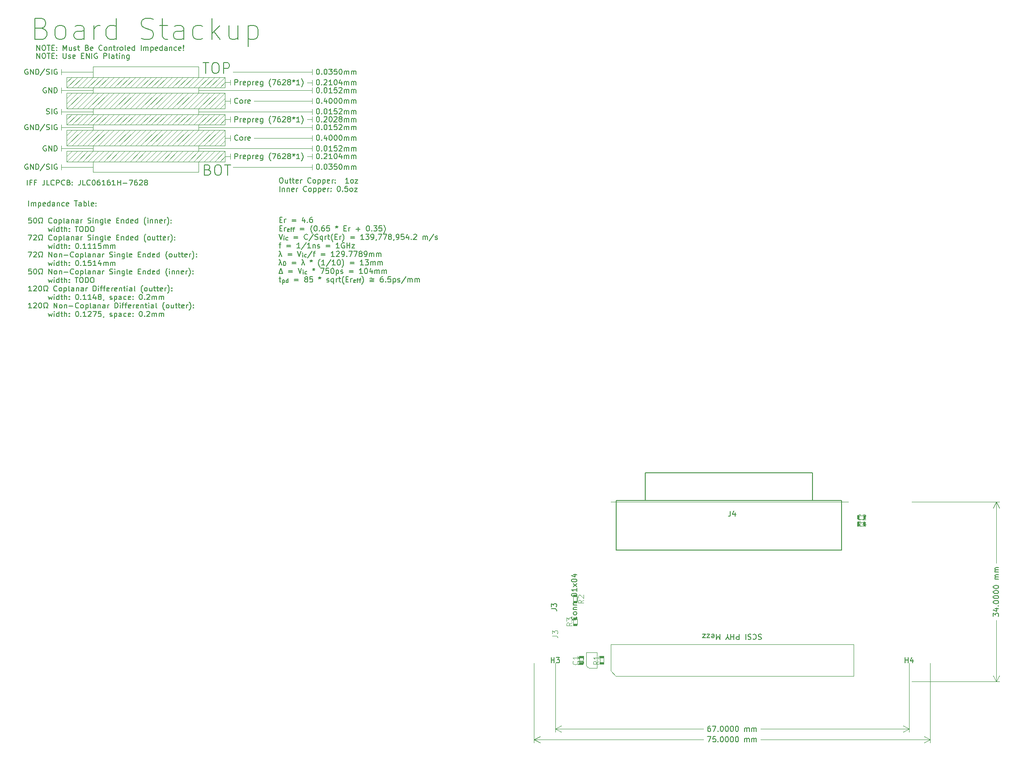
<source format=gbr>
G04 #@! TF.GenerationSoftware,KiCad,Pcbnew,8.0.6*
G04 #@! TF.CreationDate,2024-11-07T02:27:46-08:00*
G04 #@! TF.ProjectId,mse-68-vhdci,6d73652d-3638-42d7-9668-6463692e6b69,1*
G04 #@! TF.SameCoordinates,PXb06e040PY8583b00*
G04 #@! TF.FileFunction,AssemblyDrawing,Top*
%FSLAX46Y46*%
G04 Gerber Fmt 4.6, Leading zero omitted, Abs format (unit mm)*
G04 Created by KiCad (PCBNEW 8.0.6) date 2024-11-07 02:27:46*
%MOMM*%
%LPD*%
G01*
G04 APERTURE LIST*
%ADD10C,0.100000*%
%ADD11C,0.150000*%
%ADD12C,0.000000*%
%ADD13C,0.050000*%
%ADD14C,0.127000*%
G04 APERTURE END LIST*
D10*
X-161500000Y105482791D02*
X-159500000Y107482791D01*
X-163500000Y112500000D02*
X-133500000Y112500000D01*
X-155500000Y112500000D02*
X-153500000Y114500000D01*
X-153500000Y105482791D02*
X-151500000Y107482791D01*
X-135500000Y105482791D02*
X-133500000Y107482791D01*
X-160500000Y112500000D02*
X-158500000Y114500000D01*
X-117000000Y100482791D02*
X-117000000Y101482791D01*
X-140500000Y108500000D02*
X-137500000Y111500000D01*
X-133500000Y106482791D02*
X-132500000Y106482791D01*
X-162500000Y112500000D02*
X-160500000Y114500000D01*
X-143500000Y98482791D02*
X-141500000Y100482791D01*
X-138500000Y104982791D02*
X-117000000Y104982791D01*
X-136500000Y105482791D02*
X-134500000Y107482791D01*
X-152500000Y112500000D02*
X-150500000Y114500000D01*
X-162500000Y108500000D02*
X-159500000Y111500000D01*
X-133500000Y99482791D02*
X-132500000Y99482791D01*
X-141500000Y108500000D02*
X-138500000Y111500000D01*
X-150500000Y98482791D02*
X-148500000Y100482791D01*
X-158500000Y100482791D02*
X-163500000Y100482791D01*
X-146500000Y105482791D02*
X-144500000Y107482791D01*
X-158500000Y112500000D02*
X-156500000Y114500000D01*
X-133500000Y110000000D02*
X-132500000Y110000000D01*
X-156500000Y108500000D02*
X-153500000Y111500000D01*
X-141500000Y101482791D02*
X-138500000Y104482791D01*
X-138500000Y98482791D02*
X-136500000Y100482791D01*
X-117000000Y107482791D02*
X-117000000Y108482791D01*
X-163500000Y98482791D02*
X-161500000Y100482791D01*
X-146500000Y98482791D02*
X-144500000Y100482791D01*
X-151500000Y112500000D02*
X-149500000Y114500000D01*
X-148500000Y98482791D02*
X-146500000Y100482791D01*
X-158500000Y107482791D02*
X-163500000Y107482791D01*
X-146500000Y108500000D02*
X-143500000Y111500000D01*
X-138500000Y105482791D02*
X-136500000Y107482791D01*
X-159500000Y112500000D02*
X-157500000Y114500000D01*
X-160500000Y98482791D02*
X-158500000Y100482791D01*
X-134500000Y108500000D02*
X-133500000Y109500000D01*
X-159500000Y108500000D02*
X-156500000Y111500000D01*
X-154500000Y101482791D02*
X-151500000Y104482791D01*
X-117000000Y114982791D02*
X-117000000Y115982791D01*
X-137500000Y101482791D02*
X-134500000Y104482791D01*
X-138500000Y96482791D02*
X-158500000Y96482791D01*
X-138500000Y105482791D02*
X-138500000Y104482791D01*
X-163500000Y113500000D02*
X-162500000Y114500000D01*
X-146500000Y101482791D02*
X-143500000Y104482791D01*
X-163500000Y105482791D02*
X-133500000Y105482791D01*
X-138500000Y111500000D02*
X-158500000Y111500000D01*
X-141500000Y98482791D02*
X-139500000Y100482791D01*
X-133500000Y105482791D02*
X-133500000Y107482791D01*
X-163500000Y111500000D02*
X-163500000Y108500000D01*
X-148500000Y108500000D02*
X-145500000Y111500000D01*
X-138500000Y116482791D02*
X-158500000Y116482791D01*
X-163500000Y110500000D02*
X-162500000Y111500000D01*
X-134500000Y105482791D02*
X-133500000Y106482791D01*
X-150500000Y112500000D02*
X-148500000Y114500000D01*
X-153500000Y108500000D02*
X-150500000Y111500000D01*
X-161500000Y112500000D02*
X-159500000Y114500000D01*
X-158500000Y100982791D02*
X-164500000Y100982791D01*
X-149500000Y108500000D02*
X-146500000Y111500000D01*
X-154500000Y108500000D02*
X-151500000Y111500000D01*
X-158500000Y111500000D02*
X-158500000Y112500000D01*
X-164500000Y111500000D02*
X-164500000Y112500000D01*
X-133500000Y104482791D02*
X-138500000Y104482791D01*
X-156500000Y98482791D02*
X-154500000Y100482791D01*
X-153500000Y101482791D02*
X-150500000Y104482791D01*
X-158500000Y107482791D02*
X-158500000Y108482791D01*
X-134500000Y98482791D02*
X-133500000Y99482791D01*
X-163500000Y102482791D02*
X-161500000Y104482791D01*
X-132500000Y105982791D02*
X-132500000Y106982791D01*
X-164500000Y96982791D02*
X-164500000Y97982791D01*
X-157500000Y112500000D02*
X-155500000Y114500000D01*
X-133500000Y114500000D02*
X-138500000Y114500000D01*
X-163500000Y103482791D02*
X-162500000Y104482791D01*
X-138500000Y104482791D02*
X-158500000Y104482791D01*
X-158500000Y105482791D02*
X-156500000Y107482791D01*
X-154500000Y105482791D02*
X-152500000Y107482791D01*
X-140500000Y101482791D02*
X-137500000Y104482791D01*
X-143500000Y105482791D02*
X-141500000Y107482791D01*
X-152500000Y98482791D02*
X-150500000Y100482791D01*
X-117000000Y98982791D02*
X-117000000Y99982791D01*
X-153500000Y112500000D02*
X-151500000Y114500000D01*
X-153500000Y98482791D02*
X-151500000Y100482791D01*
X-158500000Y100482791D02*
X-138500000Y100482791D01*
X-117000000Y109482791D02*
X-117000000Y110482791D01*
X-133500000Y108500000D02*
X-133500000Y111500000D01*
X-145500000Y105482791D02*
X-143500000Y107482791D01*
X-140500000Y112500000D02*
X-138500000Y114500000D01*
X-147500000Y108500000D02*
X-144500000Y111500000D01*
X-137500000Y108500000D02*
X-134500000Y111500000D01*
X-156500000Y101482791D02*
X-153500000Y104482791D01*
X-151500000Y101482791D02*
X-148500000Y104482791D01*
X-128000000Y109982791D02*
X-117000000Y109982791D01*
X-155500000Y98482791D02*
X-153500000Y100482791D01*
X-158500000Y101482791D02*
X-155500000Y104482791D01*
X-140500000Y105482791D02*
X-138500000Y107482791D01*
X-156500000Y112500000D02*
X-154500000Y114500000D01*
X-137500000Y105482791D02*
X-135500000Y107482791D01*
X-151500000Y98482791D02*
X-149500000Y100482791D01*
X-148500000Y105482791D02*
X-146500000Y107482791D01*
X-158500000Y104982791D02*
X-164500000Y104982791D01*
X-135500000Y108500000D02*
X-133500000Y110500000D01*
X-138500000Y114482791D02*
X-138500000Y116482791D01*
X-144500000Y101482791D02*
X-141500000Y104482791D01*
X-158500000Y104482791D02*
X-163500000Y104482791D01*
X-136500000Y112500000D02*
X-134500000Y114500000D01*
X-138500000Y108482791D02*
X-138500000Y107482791D01*
X-145500000Y101482791D02*
X-142500000Y104482791D01*
X-162500000Y101482791D02*
X-159500000Y104482791D01*
X-156500000Y105482791D02*
X-154500000Y107482791D01*
X-141500000Y112500000D02*
X-139500000Y114500000D01*
X-138500000Y100982791D02*
X-117000000Y100982791D01*
X-117000000Y102482791D02*
X-117000000Y103482791D01*
X-133500000Y107482791D02*
X-138500000Y107482791D01*
X-158500000Y104482791D02*
X-158500000Y105482791D01*
X-149500000Y98482791D02*
X-147500000Y100482791D01*
X-149500000Y105482791D02*
X-147500000Y107482791D01*
X-158500000Y105482791D02*
X-163500000Y105482791D01*
X-164500000Y114982791D02*
X-164500000Y115982791D01*
X-142500000Y112500000D02*
X-140500000Y114500000D01*
X-143500000Y108500000D02*
X-140500000Y111500000D01*
X-132000000Y115482791D02*
X-117000000Y115482791D01*
X-142500000Y98482791D02*
X-140500000Y100482791D01*
X-139500000Y112500000D02*
X-137500000Y114500000D01*
X-137500000Y112500000D02*
X-135500000Y114500000D01*
X-163500000Y101482791D02*
X-133500000Y101482791D01*
X-148500000Y101482791D02*
X-145500000Y104482791D01*
X-158500000Y105482791D02*
X-138500000Y105482791D01*
X-148500000Y112500000D02*
X-146500000Y114500000D01*
X-157500000Y108500000D02*
X-154500000Y111500000D01*
X-151500000Y105482791D02*
X-149500000Y107482791D01*
X-150500000Y105482791D02*
X-148500000Y107482791D01*
X-117000000Y111482791D02*
X-117000000Y112482791D01*
X-138500000Y112500000D02*
X-136500000Y114500000D01*
X-133500000Y100482791D02*
X-138500000Y100482791D01*
X-118000000Y106482791D02*
X-117000000Y106482791D01*
X-146500000Y112500000D02*
X-144500000Y114500000D01*
X-117000000Y112982791D02*
X-117000000Y113982791D01*
X-143500000Y101482791D02*
X-140500000Y104482791D01*
X-163500000Y106482791D02*
X-162500000Y107482791D01*
X-161500000Y108500000D02*
X-158500000Y111500000D01*
X-136500000Y108500000D02*
X-133500000Y111500000D01*
X-144500000Y108500000D02*
X-141500000Y111500000D01*
X-145500000Y98482791D02*
X-143500000Y100482791D01*
X-139500000Y105482791D02*
X-137500000Y107482791D01*
X-154500000Y112500000D02*
X-152500000Y114500000D01*
X-138500000Y96482791D02*
X-138500000Y98482791D01*
X-141500000Y105482791D02*
X-139500000Y107482791D01*
X-159500000Y98482791D02*
X-157500000Y100482791D01*
X-163500000Y98482791D02*
X-133500000Y98482791D01*
X-142500000Y105482791D02*
X-140500000Y107482791D01*
X-158500000Y116482791D02*
X-158500000Y114482791D01*
X-132500000Y98982791D02*
X-132500000Y99982791D01*
X-158500000Y114500000D02*
X-163500000Y114500000D01*
X-133500000Y112500000D02*
X-133500000Y114500000D01*
X-160500000Y105482791D02*
X-158500000Y107482791D01*
X-118000000Y113482791D02*
X-117000000Y113482791D01*
X-163500000Y105482791D02*
X-161500000Y107482791D01*
X-150500000Y108500000D02*
X-147500000Y111500000D01*
X-136500000Y101482791D02*
X-133500000Y104482791D01*
X-128000000Y102982791D02*
X-117000000Y102982791D01*
X-138500000Y107982791D02*
X-117000000Y107982791D01*
X-117000000Y105982791D02*
X-117000000Y106982791D01*
X-133500000Y102982791D02*
X-132500000Y102982791D01*
X-161500000Y101482791D02*
X-158500000Y104482791D01*
X-117000000Y96982791D02*
X-117000000Y97982791D01*
X-158500000Y111500000D02*
X-163500000Y111500000D01*
X-149500000Y101482791D02*
X-146500000Y104482791D01*
X-151500000Y108500000D02*
X-148500000Y111500000D01*
X-138500000Y101482791D02*
X-138500000Y100482791D01*
X-163500000Y108500000D02*
X-133500000Y108500000D01*
X-150500000Y101482791D02*
X-147500000Y104482791D01*
X-154500000Y98482791D02*
X-152500000Y100482791D01*
X-152500000Y101482791D02*
X-149500000Y104482791D01*
X-158500000Y107982791D02*
X-164500000Y107982791D01*
X-134500000Y101482791D02*
X-133500000Y102482791D01*
X-164500000Y100482791D02*
X-164500000Y101482791D01*
X-118000000Y99482791D02*
X-117000000Y99482791D01*
X-157500000Y101482791D02*
X-154500000Y104482791D01*
X-164500000Y104482791D02*
X-164500000Y105482791D01*
X-138500000Y112500000D02*
X-138500000Y111500000D01*
X-145500000Y108500000D02*
X-142500000Y111500000D01*
X-160500000Y101482791D02*
X-157500000Y104482791D01*
X-163500000Y107482791D02*
X-163500000Y105482791D01*
X-161500000Y98482791D02*
X-159500000Y100482791D01*
X-158500000Y98482791D02*
X-156500000Y100482791D01*
X-158500000Y97482791D02*
X-164500000Y97482791D01*
X-147500000Y105482791D02*
X-145500000Y107482791D01*
X-152500000Y108500000D02*
X-149500000Y111500000D01*
X-132500000Y109500000D02*
X-132500000Y110500000D01*
X-142500000Y108500000D02*
X-139500000Y111500000D01*
X-133500000Y101482791D02*
X-133500000Y104482791D01*
X-149500000Y112500000D02*
X-147500000Y114500000D01*
X-133500000Y98482791D02*
X-133500000Y100482791D01*
X-162500000Y98482791D02*
X-160500000Y100482791D01*
X-158500000Y108500000D02*
X-155500000Y111500000D01*
X-144500000Y112500000D02*
X-142500000Y114500000D01*
X-147500000Y112500000D02*
X-145500000Y114500000D01*
X-158500000Y114500000D02*
X-138500000Y114500000D01*
X-155500000Y105482791D02*
X-153500000Y107482791D01*
X-163500000Y99482791D02*
X-162500000Y100482791D01*
X-158500000Y107482791D02*
X-138500000Y107482791D01*
X-164500000Y107482791D02*
X-164500000Y108482791D01*
X-159500000Y105482791D02*
X-157500000Y107482791D01*
X-147500000Y101482791D02*
X-144500000Y104482791D01*
X-162500000Y105482791D02*
X-160500000Y107482791D01*
X-144500000Y105482791D02*
X-142500000Y107482791D01*
X-133500000Y105482791D02*
X-138500000Y105482791D01*
X-158500000Y100482791D02*
X-158500000Y101482791D01*
X-135500000Y101482791D02*
X-133500000Y103482791D01*
X-132500000Y102482791D02*
X-132500000Y103482791D01*
X-157500000Y105482791D02*
X-155500000Y107482791D01*
X-135500000Y112500000D02*
X-133500000Y114500000D01*
X-157500000Y98482791D02*
X-155500000Y100482791D01*
X-155500000Y101482791D02*
X-152500000Y104482791D01*
X-155500000Y108500000D02*
X-152500000Y111500000D01*
X-139500000Y101482791D02*
X-136500000Y104482791D01*
X-133500000Y111500000D02*
X-138500000Y111500000D01*
X-158500000Y98482791D02*
X-158500000Y96482791D01*
X-159500000Y101482791D02*
X-156500000Y104482791D01*
X-135500000Y98482791D02*
X-133500000Y100482791D01*
X-152500000Y105482791D02*
X-150500000Y107482791D01*
X-132000000Y97482791D02*
X-117000000Y97482791D01*
X-139500000Y98482791D02*
X-137500000Y100482791D01*
X-142500000Y101482791D02*
X-139500000Y104482791D01*
X-163500000Y100482791D02*
X-163500000Y98482791D01*
X-163500000Y104482791D02*
X-163500000Y101482791D01*
X-138500000Y108500000D02*
X-135500000Y111500000D01*
X-136500000Y98482791D02*
X-134500000Y100482791D01*
X-158500000Y112000000D02*
X-164500000Y112000000D01*
X-163500000Y101482791D02*
X-160500000Y104482791D01*
X-163500000Y108500000D02*
X-160500000Y111500000D01*
X-158500000Y115482791D02*
X-164500000Y115482791D01*
X-117000000Y104482791D02*
X-117000000Y105482791D01*
X-147500000Y98482791D02*
X-145500000Y100482791D01*
X-163500000Y114500000D02*
X-163500000Y112500000D01*
X-137500000Y98482791D02*
X-135500000Y100482791D01*
X-134500000Y112500000D02*
X-133500000Y113500000D01*
X-133500000Y113500000D02*
X-132500000Y113500000D01*
X-144500000Y98482791D02*
X-142500000Y100482791D01*
X-140500000Y98482791D02*
X-138500000Y100482791D01*
X-143500000Y112500000D02*
X-141500000Y114500000D01*
X-145500000Y112500000D02*
X-143500000Y114500000D01*
X-163500000Y109500000D02*
X-161500000Y111500000D01*
X-160500000Y108500000D02*
X-157500000Y111500000D01*
X-132500000Y113000000D02*
X-132500000Y114000000D01*
X-163500000Y112500000D02*
X-161500000Y114500000D01*
X-138500000Y111982791D02*
X-117000000Y111982791D01*
X-138500000Y101482791D02*
X-135500000Y104482791D01*
X-139500000Y108500000D02*
X-136500000Y111500000D01*
D11*
X-167384399Y112480353D02*
X-167479637Y112527972D01*
X-167479637Y112527972D02*
X-167622494Y112527972D01*
X-167622494Y112527972D02*
X-167765351Y112480353D01*
X-167765351Y112480353D02*
X-167860589Y112385115D01*
X-167860589Y112385115D02*
X-167908208Y112289877D01*
X-167908208Y112289877D02*
X-167955827Y112099401D01*
X-167955827Y112099401D02*
X-167955827Y111956544D01*
X-167955827Y111956544D02*
X-167908208Y111766068D01*
X-167908208Y111766068D02*
X-167860589Y111670830D01*
X-167860589Y111670830D02*
X-167765351Y111575591D01*
X-167765351Y111575591D02*
X-167622494Y111527972D01*
X-167622494Y111527972D02*
X-167527256Y111527972D01*
X-167527256Y111527972D02*
X-167384399Y111575591D01*
X-167384399Y111575591D02*
X-167336780Y111623211D01*
X-167336780Y111623211D02*
X-167336780Y111956544D01*
X-167336780Y111956544D02*
X-167527256Y111956544D01*
X-166908208Y111527972D02*
X-166908208Y112527972D01*
X-166908208Y112527972D02*
X-166336780Y111527972D01*
X-166336780Y111527972D02*
X-166336780Y112527972D01*
X-165860589Y111527972D02*
X-165860589Y112527972D01*
X-165860589Y112527972D02*
X-165622494Y112527972D01*
X-165622494Y112527972D02*
X-165479637Y112480353D01*
X-165479637Y112480353D02*
X-165384399Y112385115D01*
X-165384399Y112385115D02*
X-165336780Y112289877D01*
X-165336780Y112289877D02*
X-165289161Y112099401D01*
X-165289161Y112099401D02*
X-165289161Y111956544D01*
X-165289161Y111956544D02*
X-165336780Y111766068D01*
X-165336780Y111766068D02*
X-165384399Y111670830D01*
X-165384399Y111670830D02*
X-165479637Y111575591D01*
X-165479637Y111575591D02*
X-165622494Y111527972D01*
X-165622494Y111527972D02*
X-165860589Y111527972D01*
X-115972745Y110527972D02*
X-115877507Y110527972D01*
X-115877507Y110527972D02*
X-115782269Y110480353D01*
X-115782269Y110480353D02*
X-115734650Y110432734D01*
X-115734650Y110432734D02*
X-115687031Y110337496D01*
X-115687031Y110337496D02*
X-115639412Y110147020D01*
X-115639412Y110147020D02*
X-115639412Y109908925D01*
X-115639412Y109908925D02*
X-115687031Y109718449D01*
X-115687031Y109718449D02*
X-115734650Y109623211D01*
X-115734650Y109623211D02*
X-115782269Y109575591D01*
X-115782269Y109575591D02*
X-115877507Y109527972D01*
X-115877507Y109527972D02*
X-115972745Y109527972D01*
X-115972745Y109527972D02*
X-116067983Y109575591D01*
X-116067983Y109575591D02*
X-116115602Y109623211D01*
X-116115602Y109623211D02*
X-116163221Y109718449D01*
X-116163221Y109718449D02*
X-116210840Y109908925D01*
X-116210840Y109908925D02*
X-116210840Y110147020D01*
X-116210840Y110147020D02*
X-116163221Y110337496D01*
X-116163221Y110337496D02*
X-116115602Y110432734D01*
X-116115602Y110432734D02*
X-116067983Y110480353D01*
X-116067983Y110480353D02*
X-115972745Y110527972D01*
X-115210840Y109623211D02*
X-115163221Y109575591D01*
X-115163221Y109575591D02*
X-115210840Y109527972D01*
X-115210840Y109527972D02*
X-115258459Y109575591D01*
X-115258459Y109575591D02*
X-115210840Y109623211D01*
X-115210840Y109623211D02*
X-115210840Y109527972D01*
X-114306079Y110194639D02*
X-114306079Y109527972D01*
X-114544174Y110575591D02*
X-114782269Y109861306D01*
X-114782269Y109861306D02*
X-114163222Y109861306D01*
X-113591793Y110527972D02*
X-113496555Y110527972D01*
X-113496555Y110527972D02*
X-113401317Y110480353D01*
X-113401317Y110480353D02*
X-113353698Y110432734D01*
X-113353698Y110432734D02*
X-113306079Y110337496D01*
X-113306079Y110337496D02*
X-113258460Y110147020D01*
X-113258460Y110147020D02*
X-113258460Y109908925D01*
X-113258460Y109908925D02*
X-113306079Y109718449D01*
X-113306079Y109718449D02*
X-113353698Y109623211D01*
X-113353698Y109623211D02*
X-113401317Y109575591D01*
X-113401317Y109575591D02*
X-113496555Y109527972D01*
X-113496555Y109527972D02*
X-113591793Y109527972D01*
X-113591793Y109527972D02*
X-113687031Y109575591D01*
X-113687031Y109575591D02*
X-113734650Y109623211D01*
X-113734650Y109623211D02*
X-113782269Y109718449D01*
X-113782269Y109718449D02*
X-113829888Y109908925D01*
X-113829888Y109908925D02*
X-113829888Y110147020D01*
X-113829888Y110147020D02*
X-113782269Y110337496D01*
X-113782269Y110337496D02*
X-113734650Y110432734D01*
X-113734650Y110432734D02*
X-113687031Y110480353D01*
X-113687031Y110480353D02*
X-113591793Y110527972D01*
X-112639412Y110527972D02*
X-112544174Y110527972D01*
X-112544174Y110527972D02*
X-112448936Y110480353D01*
X-112448936Y110480353D02*
X-112401317Y110432734D01*
X-112401317Y110432734D02*
X-112353698Y110337496D01*
X-112353698Y110337496D02*
X-112306079Y110147020D01*
X-112306079Y110147020D02*
X-112306079Y109908925D01*
X-112306079Y109908925D02*
X-112353698Y109718449D01*
X-112353698Y109718449D02*
X-112401317Y109623211D01*
X-112401317Y109623211D02*
X-112448936Y109575591D01*
X-112448936Y109575591D02*
X-112544174Y109527972D01*
X-112544174Y109527972D02*
X-112639412Y109527972D01*
X-112639412Y109527972D02*
X-112734650Y109575591D01*
X-112734650Y109575591D02*
X-112782269Y109623211D01*
X-112782269Y109623211D02*
X-112829888Y109718449D01*
X-112829888Y109718449D02*
X-112877507Y109908925D01*
X-112877507Y109908925D02*
X-112877507Y110147020D01*
X-112877507Y110147020D02*
X-112829888Y110337496D01*
X-112829888Y110337496D02*
X-112782269Y110432734D01*
X-112782269Y110432734D02*
X-112734650Y110480353D01*
X-112734650Y110480353D02*
X-112639412Y110527972D01*
X-111687031Y110527972D02*
X-111591793Y110527972D01*
X-111591793Y110527972D02*
X-111496555Y110480353D01*
X-111496555Y110480353D02*
X-111448936Y110432734D01*
X-111448936Y110432734D02*
X-111401317Y110337496D01*
X-111401317Y110337496D02*
X-111353698Y110147020D01*
X-111353698Y110147020D02*
X-111353698Y109908925D01*
X-111353698Y109908925D02*
X-111401317Y109718449D01*
X-111401317Y109718449D02*
X-111448936Y109623211D01*
X-111448936Y109623211D02*
X-111496555Y109575591D01*
X-111496555Y109575591D02*
X-111591793Y109527972D01*
X-111591793Y109527972D02*
X-111687031Y109527972D01*
X-111687031Y109527972D02*
X-111782269Y109575591D01*
X-111782269Y109575591D02*
X-111829888Y109623211D01*
X-111829888Y109623211D02*
X-111877507Y109718449D01*
X-111877507Y109718449D02*
X-111925126Y109908925D01*
X-111925126Y109908925D02*
X-111925126Y110147020D01*
X-111925126Y110147020D02*
X-111877507Y110337496D01*
X-111877507Y110337496D02*
X-111829888Y110432734D01*
X-111829888Y110432734D02*
X-111782269Y110480353D01*
X-111782269Y110480353D02*
X-111687031Y110527972D01*
X-110925126Y109527972D02*
X-110925126Y110194639D01*
X-110925126Y110099401D02*
X-110877507Y110147020D01*
X-110877507Y110147020D02*
X-110782269Y110194639D01*
X-110782269Y110194639D02*
X-110639412Y110194639D01*
X-110639412Y110194639D02*
X-110544174Y110147020D01*
X-110544174Y110147020D02*
X-110496555Y110051782D01*
X-110496555Y110051782D02*
X-110496555Y109527972D01*
X-110496555Y110051782D02*
X-110448936Y110147020D01*
X-110448936Y110147020D02*
X-110353698Y110194639D01*
X-110353698Y110194639D02*
X-110210841Y110194639D01*
X-110210841Y110194639D02*
X-110115602Y110147020D01*
X-110115602Y110147020D02*
X-110067983Y110051782D01*
X-110067983Y110051782D02*
X-110067983Y109527972D01*
X-109591793Y109527972D02*
X-109591793Y110194639D01*
X-109591793Y110099401D02*
X-109544174Y110147020D01*
X-109544174Y110147020D02*
X-109448936Y110194639D01*
X-109448936Y110194639D02*
X-109306079Y110194639D01*
X-109306079Y110194639D02*
X-109210841Y110147020D01*
X-109210841Y110147020D02*
X-109163222Y110051782D01*
X-109163222Y110051782D02*
X-109163222Y109527972D01*
X-109163222Y110051782D02*
X-109115603Y110147020D01*
X-109115603Y110147020D02*
X-109020365Y110194639D01*
X-109020365Y110194639D02*
X-108877508Y110194639D01*
X-108877508Y110194639D02*
X-108782269Y110147020D01*
X-108782269Y110147020D02*
X-108734650Y110051782D01*
X-108734650Y110051782D02*
X-108734650Y109527972D01*
X-123163221Y87473599D02*
X-122829888Y87473599D01*
X-122687031Y86949789D02*
X-123163221Y86949789D01*
X-123163221Y86949789D02*
X-123163221Y87949789D01*
X-123163221Y87949789D02*
X-122687031Y87949789D01*
X-122258459Y86949789D02*
X-122258459Y87616456D01*
X-122258459Y87425980D02*
X-122210840Y87521218D01*
X-122210840Y87521218D02*
X-122163221Y87568837D01*
X-122163221Y87568837D02*
X-122067983Y87616456D01*
X-122067983Y87616456D02*
X-121972745Y87616456D01*
X-120877506Y87473599D02*
X-120115601Y87473599D01*
X-120115601Y87187885D02*
X-120877506Y87187885D01*
X-118448935Y87616456D02*
X-118448935Y86949789D01*
X-118687030Y87997408D02*
X-118925125Y87283123D01*
X-118925125Y87283123D02*
X-118306078Y87283123D01*
X-117925125Y87045028D02*
X-117877506Y86997408D01*
X-117877506Y86997408D02*
X-117925125Y86949789D01*
X-117925125Y86949789D02*
X-117972744Y86997408D01*
X-117972744Y86997408D02*
X-117925125Y87045028D01*
X-117925125Y87045028D02*
X-117925125Y86949789D01*
X-117020364Y87949789D02*
X-117210840Y87949789D01*
X-117210840Y87949789D02*
X-117306078Y87902170D01*
X-117306078Y87902170D02*
X-117353697Y87854551D01*
X-117353697Y87854551D02*
X-117448935Y87711694D01*
X-117448935Y87711694D02*
X-117496554Y87521218D01*
X-117496554Y87521218D02*
X-117496554Y87140266D01*
X-117496554Y87140266D02*
X-117448935Y87045028D01*
X-117448935Y87045028D02*
X-117401316Y86997408D01*
X-117401316Y86997408D02*
X-117306078Y86949789D01*
X-117306078Y86949789D02*
X-117115602Y86949789D01*
X-117115602Y86949789D02*
X-117020364Y86997408D01*
X-117020364Y86997408D02*
X-116972745Y87045028D01*
X-116972745Y87045028D02*
X-116925126Y87140266D01*
X-116925126Y87140266D02*
X-116925126Y87378361D01*
X-116925126Y87378361D02*
X-116972745Y87473599D01*
X-116972745Y87473599D02*
X-117020364Y87521218D01*
X-117020364Y87521218D02*
X-117115602Y87568837D01*
X-117115602Y87568837D02*
X-117306078Y87568837D01*
X-117306078Y87568837D02*
X-117401316Y87521218D01*
X-117401316Y87521218D02*
X-117448935Y87473599D01*
X-117448935Y87473599D02*
X-117496554Y87378361D01*
X-123163221Y85863655D02*
X-122829888Y85863655D01*
X-122687031Y85339845D02*
X-123163221Y85339845D01*
X-123163221Y85339845D02*
X-123163221Y86339845D01*
X-123163221Y86339845D02*
X-122687031Y86339845D01*
X-122258459Y85339845D02*
X-122258459Y86006512D01*
X-122258459Y85816036D02*
X-122210840Y85911274D01*
X-122210840Y85911274D02*
X-122163221Y85958893D01*
X-122163221Y85958893D02*
X-122067983Y86006512D01*
X-122067983Y86006512D02*
X-121972745Y86006512D01*
X-121382268Y85267464D02*
X-121458459Y85229369D01*
X-121458459Y85229369D02*
X-121610840Y85229369D01*
X-121610840Y85229369D02*
X-121687030Y85267464D01*
X-121687030Y85267464D02*
X-121725126Y85343655D01*
X-121725126Y85343655D02*
X-121725126Y85648417D01*
X-121725126Y85648417D02*
X-121687030Y85724607D01*
X-121687030Y85724607D02*
X-121610840Y85762703D01*
X-121610840Y85762703D02*
X-121458459Y85762703D01*
X-121458459Y85762703D02*
X-121382268Y85724607D01*
X-121382268Y85724607D02*
X-121344173Y85648417D01*
X-121344173Y85648417D02*
X-121344173Y85572226D01*
X-121344173Y85572226D02*
X-121725126Y85496036D01*
X-121115602Y85762703D02*
X-120810840Y85762703D01*
X-121001316Y85229369D02*
X-121001316Y85915084D01*
X-121001316Y85915084D02*
X-120963221Y85991274D01*
X-120963221Y85991274D02*
X-120887031Y86029369D01*
X-120887031Y86029369D02*
X-120810840Y86029369D01*
X-120658459Y85762703D02*
X-120353697Y85762703D01*
X-120544173Y85229369D02*
X-120544173Y85915084D01*
X-120544173Y85915084D02*
X-120506078Y85991274D01*
X-120506078Y85991274D02*
X-120429888Y86029369D01*
X-120429888Y86029369D02*
X-120353697Y86029369D01*
X-119277506Y85863655D02*
X-118515601Y85863655D01*
X-118515601Y85577941D02*
X-119277506Y85577941D01*
X-116991792Y84958893D02*
X-117039411Y85006512D01*
X-117039411Y85006512D02*
X-117134649Y85149369D01*
X-117134649Y85149369D02*
X-117182268Y85244607D01*
X-117182268Y85244607D02*
X-117229887Y85387464D01*
X-117229887Y85387464D02*
X-117277506Y85625560D01*
X-117277506Y85625560D02*
X-117277506Y85816036D01*
X-117277506Y85816036D02*
X-117229887Y86054131D01*
X-117229887Y86054131D02*
X-117182268Y86196988D01*
X-117182268Y86196988D02*
X-117134649Y86292226D01*
X-117134649Y86292226D02*
X-117039411Y86435084D01*
X-117039411Y86435084D02*
X-116991792Y86482703D01*
X-116420363Y86339845D02*
X-116325125Y86339845D01*
X-116325125Y86339845D02*
X-116229887Y86292226D01*
X-116229887Y86292226D02*
X-116182268Y86244607D01*
X-116182268Y86244607D02*
X-116134649Y86149369D01*
X-116134649Y86149369D02*
X-116087030Y85958893D01*
X-116087030Y85958893D02*
X-116087030Y85720798D01*
X-116087030Y85720798D02*
X-116134649Y85530322D01*
X-116134649Y85530322D02*
X-116182268Y85435084D01*
X-116182268Y85435084D02*
X-116229887Y85387464D01*
X-116229887Y85387464D02*
X-116325125Y85339845D01*
X-116325125Y85339845D02*
X-116420363Y85339845D01*
X-116420363Y85339845D02*
X-116515601Y85387464D01*
X-116515601Y85387464D02*
X-116563220Y85435084D01*
X-116563220Y85435084D02*
X-116610839Y85530322D01*
X-116610839Y85530322D02*
X-116658458Y85720798D01*
X-116658458Y85720798D02*
X-116658458Y85958893D01*
X-116658458Y85958893D02*
X-116610839Y86149369D01*
X-116610839Y86149369D02*
X-116563220Y86244607D01*
X-116563220Y86244607D02*
X-116515601Y86292226D01*
X-116515601Y86292226D02*
X-116420363Y86339845D01*
X-115658458Y85435084D02*
X-115610839Y85387464D01*
X-115610839Y85387464D02*
X-115658458Y85339845D01*
X-115658458Y85339845D02*
X-115706077Y85387464D01*
X-115706077Y85387464D02*
X-115658458Y85435084D01*
X-115658458Y85435084D02*
X-115658458Y85339845D01*
X-114753697Y86339845D02*
X-114944173Y86339845D01*
X-114944173Y86339845D02*
X-115039411Y86292226D01*
X-115039411Y86292226D02*
X-115087030Y86244607D01*
X-115087030Y86244607D02*
X-115182268Y86101750D01*
X-115182268Y86101750D02*
X-115229887Y85911274D01*
X-115229887Y85911274D02*
X-115229887Y85530322D01*
X-115229887Y85530322D02*
X-115182268Y85435084D01*
X-115182268Y85435084D02*
X-115134649Y85387464D01*
X-115134649Y85387464D02*
X-115039411Y85339845D01*
X-115039411Y85339845D02*
X-114848935Y85339845D01*
X-114848935Y85339845D02*
X-114753697Y85387464D01*
X-114753697Y85387464D02*
X-114706078Y85435084D01*
X-114706078Y85435084D02*
X-114658459Y85530322D01*
X-114658459Y85530322D02*
X-114658459Y85768417D01*
X-114658459Y85768417D02*
X-114706078Y85863655D01*
X-114706078Y85863655D02*
X-114753697Y85911274D01*
X-114753697Y85911274D02*
X-114848935Y85958893D01*
X-114848935Y85958893D02*
X-115039411Y85958893D01*
X-115039411Y85958893D02*
X-115134649Y85911274D01*
X-115134649Y85911274D02*
X-115182268Y85863655D01*
X-115182268Y85863655D02*
X-115229887Y85768417D01*
X-113753697Y86339845D02*
X-114229887Y86339845D01*
X-114229887Y86339845D02*
X-114277506Y85863655D01*
X-114277506Y85863655D02*
X-114229887Y85911274D01*
X-114229887Y85911274D02*
X-114134649Y85958893D01*
X-114134649Y85958893D02*
X-113896554Y85958893D01*
X-113896554Y85958893D02*
X-113801316Y85911274D01*
X-113801316Y85911274D02*
X-113753697Y85863655D01*
X-113753697Y85863655D02*
X-113706078Y85768417D01*
X-113706078Y85768417D02*
X-113706078Y85530322D01*
X-113706078Y85530322D02*
X-113753697Y85435084D01*
X-113753697Y85435084D02*
X-113801316Y85387464D01*
X-113801316Y85387464D02*
X-113896554Y85339845D01*
X-113896554Y85339845D02*
X-114134649Y85339845D01*
X-114134649Y85339845D02*
X-114229887Y85387464D01*
X-114229887Y85387464D02*
X-114277506Y85435084D01*
X-112372744Y86339845D02*
X-112372744Y86101750D01*
X-112610839Y86196988D02*
X-112372744Y86101750D01*
X-112372744Y86101750D02*
X-112134649Y86196988D01*
X-112515601Y85911274D02*
X-112372744Y86101750D01*
X-112372744Y86101750D02*
X-112229887Y85911274D01*
X-110991791Y85863655D02*
X-110658458Y85863655D01*
X-110515601Y85339845D02*
X-110991791Y85339845D01*
X-110991791Y85339845D02*
X-110991791Y86339845D01*
X-110991791Y86339845D02*
X-110515601Y86339845D01*
X-110087029Y85339845D02*
X-110087029Y86006512D01*
X-110087029Y85816036D02*
X-110039410Y85911274D01*
X-110039410Y85911274D02*
X-109991791Y85958893D01*
X-109991791Y85958893D02*
X-109896553Y86006512D01*
X-109896553Y86006512D02*
X-109801315Y86006512D01*
X-108706076Y85720798D02*
X-107944171Y85720798D01*
X-108325124Y85339845D02*
X-108325124Y86101750D01*
X-106515600Y86339845D02*
X-106420362Y86339845D01*
X-106420362Y86339845D02*
X-106325124Y86292226D01*
X-106325124Y86292226D02*
X-106277505Y86244607D01*
X-106277505Y86244607D02*
X-106229886Y86149369D01*
X-106229886Y86149369D02*
X-106182267Y85958893D01*
X-106182267Y85958893D02*
X-106182267Y85720798D01*
X-106182267Y85720798D02*
X-106229886Y85530322D01*
X-106229886Y85530322D02*
X-106277505Y85435084D01*
X-106277505Y85435084D02*
X-106325124Y85387464D01*
X-106325124Y85387464D02*
X-106420362Y85339845D01*
X-106420362Y85339845D02*
X-106515600Y85339845D01*
X-106515600Y85339845D02*
X-106610838Y85387464D01*
X-106610838Y85387464D02*
X-106658457Y85435084D01*
X-106658457Y85435084D02*
X-106706076Y85530322D01*
X-106706076Y85530322D02*
X-106753695Y85720798D01*
X-106753695Y85720798D02*
X-106753695Y85958893D01*
X-106753695Y85958893D02*
X-106706076Y86149369D01*
X-106706076Y86149369D02*
X-106658457Y86244607D01*
X-106658457Y86244607D02*
X-106610838Y86292226D01*
X-106610838Y86292226D02*
X-106515600Y86339845D01*
X-105753695Y85435084D02*
X-105706076Y85387464D01*
X-105706076Y85387464D02*
X-105753695Y85339845D01*
X-105753695Y85339845D02*
X-105801314Y85387464D01*
X-105801314Y85387464D02*
X-105753695Y85435084D01*
X-105753695Y85435084D02*
X-105753695Y85339845D01*
X-105372743Y86339845D02*
X-104753696Y86339845D01*
X-104753696Y86339845D02*
X-105087029Y85958893D01*
X-105087029Y85958893D02*
X-104944172Y85958893D01*
X-104944172Y85958893D02*
X-104848934Y85911274D01*
X-104848934Y85911274D02*
X-104801315Y85863655D01*
X-104801315Y85863655D02*
X-104753696Y85768417D01*
X-104753696Y85768417D02*
X-104753696Y85530322D01*
X-104753696Y85530322D02*
X-104801315Y85435084D01*
X-104801315Y85435084D02*
X-104848934Y85387464D01*
X-104848934Y85387464D02*
X-104944172Y85339845D01*
X-104944172Y85339845D02*
X-105229886Y85339845D01*
X-105229886Y85339845D02*
X-105325124Y85387464D01*
X-105325124Y85387464D02*
X-105372743Y85435084D01*
X-103848934Y86339845D02*
X-104325124Y86339845D01*
X-104325124Y86339845D02*
X-104372743Y85863655D01*
X-104372743Y85863655D02*
X-104325124Y85911274D01*
X-104325124Y85911274D02*
X-104229886Y85958893D01*
X-104229886Y85958893D02*
X-103991791Y85958893D01*
X-103991791Y85958893D02*
X-103896553Y85911274D01*
X-103896553Y85911274D02*
X-103848934Y85863655D01*
X-103848934Y85863655D02*
X-103801315Y85768417D01*
X-103801315Y85768417D02*
X-103801315Y85530322D01*
X-103801315Y85530322D02*
X-103848934Y85435084D01*
X-103848934Y85435084D02*
X-103896553Y85387464D01*
X-103896553Y85387464D02*
X-103991791Y85339845D01*
X-103991791Y85339845D02*
X-104229886Y85339845D01*
X-104229886Y85339845D02*
X-104325124Y85387464D01*
X-104325124Y85387464D02*
X-104372743Y85435084D01*
X-103467981Y84958893D02*
X-103420362Y85006512D01*
X-103420362Y85006512D02*
X-103325124Y85149369D01*
X-103325124Y85149369D02*
X-103277505Y85244607D01*
X-103277505Y85244607D02*
X-103229886Y85387464D01*
X-103229886Y85387464D02*
X-103182267Y85625560D01*
X-103182267Y85625560D02*
X-103182267Y85816036D01*
X-103182267Y85816036D02*
X-103229886Y86054131D01*
X-103229886Y86054131D02*
X-103277505Y86196988D01*
X-103277505Y86196988D02*
X-103325124Y86292226D01*
X-103325124Y86292226D02*
X-103420362Y86435084D01*
X-103420362Y86435084D02*
X-103467981Y86482703D01*
X-123306078Y84729901D02*
X-122972745Y83729901D01*
X-122972745Y83729901D02*
X-122639412Y84729901D01*
X-122353697Y83619425D02*
X-122353697Y84152759D01*
X-122353697Y84419425D02*
X-122391793Y84381330D01*
X-122391793Y84381330D02*
X-122353697Y84343235D01*
X-122353697Y84343235D02*
X-122315602Y84381330D01*
X-122315602Y84381330D02*
X-122353697Y84419425D01*
X-122353697Y84419425D02*
X-122353697Y84343235D01*
X-121629888Y83657520D02*
X-121706079Y83619425D01*
X-121706079Y83619425D02*
X-121858460Y83619425D01*
X-121858460Y83619425D02*
X-121934650Y83657520D01*
X-121934650Y83657520D02*
X-121972745Y83695616D01*
X-121972745Y83695616D02*
X-122010841Y83771806D01*
X-122010841Y83771806D02*
X-122010841Y84000378D01*
X-122010841Y84000378D02*
X-121972745Y84076568D01*
X-121972745Y84076568D02*
X-121934650Y84114663D01*
X-121934650Y84114663D02*
X-121858460Y84152759D01*
X-121858460Y84152759D02*
X-121706079Y84152759D01*
X-121706079Y84152759D02*
X-121629888Y84114663D01*
X-120477507Y84253711D02*
X-119715602Y84253711D01*
X-119715602Y83967997D02*
X-120477507Y83967997D01*
X-117906079Y83825140D02*
X-117953698Y83777520D01*
X-117953698Y83777520D02*
X-118096555Y83729901D01*
X-118096555Y83729901D02*
X-118191793Y83729901D01*
X-118191793Y83729901D02*
X-118334650Y83777520D01*
X-118334650Y83777520D02*
X-118429888Y83872759D01*
X-118429888Y83872759D02*
X-118477507Y83967997D01*
X-118477507Y83967997D02*
X-118525126Y84158473D01*
X-118525126Y84158473D02*
X-118525126Y84301330D01*
X-118525126Y84301330D02*
X-118477507Y84491806D01*
X-118477507Y84491806D02*
X-118429888Y84587044D01*
X-118429888Y84587044D02*
X-118334650Y84682282D01*
X-118334650Y84682282D02*
X-118191793Y84729901D01*
X-118191793Y84729901D02*
X-118096555Y84729901D01*
X-118096555Y84729901D02*
X-117953698Y84682282D01*
X-117953698Y84682282D02*
X-117906079Y84634663D01*
X-116763222Y84777520D02*
X-117620364Y83491806D01*
X-116477507Y83777520D02*
X-116334650Y83729901D01*
X-116334650Y83729901D02*
X-116096555Y83729901D01*
X-116096555Y83729901D02*
X-116001317Y83777520D01*
X-116001317Y83777520D02*
X-115953698Y83825140D01*
X-115953698Y83825140D02*
X-115906079Y83920378D01*
X-115906079Y83920378D02*
X-115906079Y84015616D01*
X-115906079Y84015616D02*
X-115953698Y84110854D01*
X-115953698Y84110854D02*
X-116001317Y84158473D01*
X-116001317Y84158473D02*
X-116096555Y84206092D01*
X-116096555Y84206092D02*
X-116287031Y84253711D01*
X-116287031Y84253711D02*
X-116382269Y84301330D01*
X-116382269Y84301330D02*
X-116429888Y84348949D01*
X-116429888Y84348949D02*
X-116477507Y84444187D01*
X-116477507Y84444187D02*
X-116477507Y84539425D01*
X-116477507Y84539425D02*
X-116429888Y84634663D01*
X-116429888Y84634663D02*
X-116382269Y84682282D01*
X-116382269Y84682282D02*
X-116287031Y84729901D01*
X-116287031Y84729901D02*
X-116048936Y84729901D01*
X-116048936Y84729901D02*
X-115906079Y84682282D01*
X-115048936Y84396568D02*
X-115048936Y83396568D01*
X-115048936Y83777520D02*
X-115144174Y83729901D01*
X-115144174Y83729901D02*
X-115334650Y83729901D01*
X-115334650Y83729901D02*
X-115429888Y83777520D01*
X-115429888Y83777520D02*
X-115477507Y83825140D01*
X-115477507Y83825140D02*
X-115525126Y83920378D01*
X-115525126Y83920378D02*
X-115525126Y84206092D01*
X-115525126Y84206092D02*
X-115477507Y84301330D01*
X-115477507Y84301330D02*
X-115429888Y84348949D01*
X-115429888Y84348949D02*
X-115334650Y84396568D01*
X-115334650Y84396568D02*
X-115144174Y84396568D01*
X-115144174Y84396568D02*
X-115048936Y84348949D01*
X-114572745Y83729901D02*
X-114572745Y84396568D01*
X-114572745Y84206092D02*
X-114525126Y84301330D01*
X-114525126Y84301330D02*
X-114477507Y84348949D01*
X-114477507Y84348949D02*
X-114382269Y84396568D01*
X-114382269Y84396568D02*
X-114287031Y84396568D01*
X-114096554Y84396568D02*
X-113715602Y84396568D01*
X-113953697Y84729901D02*
X-113953697Y83872759D01*
X-113953697Y83872759D02*
X-113906078Y83777520D01*
X-113906078Y83777520D02*
X-113810840Y83729901D01*
X-113810840Y83729901D02*
X-113715602Y83729901D01*
X-113096554Y83348949D02*
X-113144173Y83396568D01*
X-113144173Y83396568D02*
X-113239411Y83539425D01*
X-113239411Y83539425D02*
X-113287030Y83634663D01*
X-113287030Y83634663D02*
X-113334649Y83777520D01*
X-113334649Y83777520D02*
X-113382268Y84015616D01*
X-113382268Y84015616D02*
X-113382268Y84206092D01*
X-113382268Y84206092D02*
X-113334649Y84444187D01*
X-113334649Y84444187D02*
X-113287030Y84587044D01*
X-113287030Y84587044D02*
X-113239411Y84682282D01*
X-113239411Y84682282D02*
X-113144173Y84825140D01*
X-113144173Y84825140D02*
X-113096554Y84872759D01*
X-112715601Y84253711D02*
X-112382268Y84253711D01*
X-112239411Y83729901D02*
X-112715601Y83729901D01*
X-112715601Y83729901D02*
X-112715601Y84729901D01*
X-112715601Y84729901D02*
X-112239411Y84729901D01*
X-111810839Y83729901D02*
X-111810839Y84396568D01*
X-111810839Y84206092D02*
X-111763220Y84301330D01*
X-111763220Y84301330D02*
X-111715601Y84348949D01*
X-111715601Y84348949D02*
X-111620363Y84396568D01*
X-111620363Y84396568D02*
X-111525125Y84396568D01*
X-111287029Y83348949D02*
X-111239410Y83396568D01*
X-111239410Y83396568D02*
X-111144172Y83539425D01*
X-111144172Y83539425D02*
X-111096553Y83634663D01*
X-111096553Y83634663D02*
X-111048934Y83777520D01*
X-111048934Y83777520D02*
X-111001315Y84015616D01*
X-111001315Y84015616D02*
X-111001315Y84206092D01*
X-111001315Y84206092D02*
X-111048934Y84444187D01*
X-111048934Y84444187D02*
X-111096553Y84587044D01*
X-111096553Y84587044D02*
X-111144172Y84682282D01*
X-111144172Y84682282D02*
X-111239410Y84825140D01*
X-111239410Y84825140D02*
X-111287029Y84872759D01*
X-109763219Y84253711D02*
X-109001314Y84253711D01*
X-109001314Y83967997D02*
X-109763219Y83967997D01*
X-107239410Y83729901D02*
X-107810838Y83729901D01*
X-107525124Y83729901D02*
X-107525124Y84729901D01*
X-107525124Y84729901D02*
X-107620362Y84587044D01*
X-107620362Y84587044D02*
X-107715600Y84491806D01*
X-107715600Y84491806D02*
X-107810838Y84444187D01*
X-106906076Y84729901D02*
X-106287029Y84729901D01*
X-106287029Y84729901D02*
X-106620362Y84348949D01*
X-106620362Y84348949D02*
X-106477505Y84348949D01*
X-106477505Y84348949D02*
X-106382267Y84301330D01*
X-106382267Y84301330D02*
X-106334648Y84253711D01*
X-106334648Y84253711D02*
X-106287029Y84158473D01*
X-106287029Y84158473D02*
X-106287029Y83920378D01*
X-106287029Y83920378D02*
X-106334648Y83825140D01*
X-106334648Y83825140D02*
X-106382267Y83777520D01*
X-106382267Y83777520D02*
X-106477505Y83729901D01*
X-106477505Y83729901D02*
X-106763219Y83729901D01*
X-106763219Y83729901D02*
X-106858457Y83777520D01*
X-106858457Y83777520D02*
X-106906076Y83825140D01*
X-105810838Y83729901D02*
X-105620362Y83729901D01*
X-105620362Y83729901D02*
X-105525124Y83777520D01*
X-105525124Y83777520D02*
X-105477505Y83825140D01*
X-105477505Y83825140D02*
X-105382267Y83967997D01*
X-105382267Y83967997D02*
X-105334648Y84158473D01*
X-105334648Y84158473D02*
X-105334648Y84539425D01*
X-105334648Y84539425D02*
X-105382267Y84634663D01*
X-105382267Y84634663D02*
X-105429886Y84682282D01*
X-105429886Y84682282D02*
X-105525124Y84729901D01*
X-105525124Y84729901D02*
X-105715600Y84729901D01*
X-105715600Y84729901D02*
X-105810838Y84682282D01*
X-105810838Y84682282D02*
X-105858457Y84634663D01*
X-105858457Y84634663D02*
X-105906076Y84539425D01*
X-105906076Y84539425D02*
X-105906076Y84301330D01*
X-105906076Y84301330D02*
X-105858457Y84206092D01*
X-105858457Y84206092D02*
X-105810838Y84158473D01*
X-105810838Y84158473D02*
X-105715600Y84110854D01*
X-105715600Y84110854D02*
X-105525124Y84110854D01*
X-105525124Y84110854D02*
X-105429886Y84158473D01*
X-105429886Y84158473D02*
X-105382267Y84206092D01*
X-105382267Y84206092D02*
X-105334648Y84301330D01*
X-104858457Y83777520D02*
X-104858457Y83729901D01*
X-104858457Y83729901D02*
X-104906076Y83634663D01*
X-104906076Y83634663D02*
X-104953695Y83587044D01*
X-104525124Y84729901D02*
X-103858458Y84729901D01*
X-103858458Y84729901D02*
X-104287029Y83729901D01*
X-103572743Y84729901D02*
X-102906077Y84729901D01*
X-102906077Y84729901D02*
X-103334648Y83729901D01*
X-102382267Y84301330D02*
X-102477505Y84348949D01*
X-102477505Y84348949D02*
X-102525124Y84396568D01*
X-102525124Y84396568D02*
X-102572743Y84491806D01*
X-102572743Y84491806D02*
X-102572743Y84539425D01*
X-102572743Y84539425D02*
X-102525124Y84634663D01*
X-102525124Y84634663D02*
X-102477505Y84682282D01*
X-102477505Y84682282D02*
X-102382267Y84729901D01*
X-102382267Y84729901D02*
X-102191791Y84729901D01*
X-102191791Y84729901D02*
X-102096553Y84682282D01*
X-102096553Y84682282D02*
X-102048934Y84634663D01*
X-102048934Y84634663D02*
X-102001315Y84539425D01*
X-102001315Y84539425D02*
X-102001315Y84491806D01*
X-102001315Y84491806D02*
X-102048934Y84396568D01*
X-102048934Y84396568D02*
X-102096553Y84348949D01*
X-102096553Y84348949D02*
X-102191791Y84301330D01*
X-102191791Y84301330D02*
X-102382267Y84301330D01*
X-102382267Y84301330D02*
X-102477505Y84253711D01*
X-102477505Y84253711D02*
X-102525124Y84206092D01*
X-102525124Y84206092D02*
X-102572743Y84110854D01*
X-102572743Y84110854D02*
X-102572743Y83920378D01*
X-102572743Y83920378D02*
X-102525124Y83825140D01*
X-102525124Y83825140D02*
X-102477505Y83777520D01*
X-102477505Y83777520D02*
X-102382267Y83729901D01*
X-102382267Y83729901D02*
X-102191791Y83729901D01*
X-102191791Y83729901D02*
X-102096553Y83777520D01*
X-102096553Y83777520D02*
X-102048934Y83825140D01*
X-102048934Y83825140D02*
X-102001315Y83920378D01*
X-102001315Y83920378D02*
X-102001315Y84110854D01*
X-102001315Y84110854D02*
X-102048934Y84206092D01*
X-102048934Y84206092D02*
X-102096553Y84253711D01*
X-102096553Y84253711D02*
X-102191791Y84301330D01*
X-101525124Y83777520D02*
X-101525124Y83729901D01*
X-101525124Y83729901D02*
X-101572743Y83634663D01*
X-101572743Y83634663D02*
X-101620362Y83587044D01*
X-101048934Y83729901D02*
X-100858458Y83729901D01*
X-100858458Y83729901D02*
X-100763220Y83777520D01*
X-100763220Y83777520D02*
X-100715601Y83825140D01*
X-100715601Y83825140D02*
X-100620363Y83967997D01*
X-100620363Y83967997D02*
X-100572744Y84158473D01*
X-100572744Y84158473D02*
X-100572744Y84539425D01*
X-100572744Y84539425D02*
X-100620363Y84634663D01*
X-100620363Y84634663D02*
X-100667982Y84682282D01*
X-100667982Y84682282D02*
X-100763220Y84729901D01*
X-100763220Y84729901D02*
X-100953696Y84729901D01*
X-100953696Y84729901D02*
X-101048934Y84682282D01*
X-101048934Y84682282D02*
X-101096553Y84634663D01*
X-101096553Y84634663D02*
X-101144172Y84539425D01*
X-101144172Y84539425D02*
X-101144172Y84301330D01*
X-101144172Y84301330D02*
X-101096553Y84206092D01*
X-101096553Y84206092D02*
X-101048934Y84158473D01*
X-101048934Y84158473D02*
X-100953696Y84110854D01*
X-100953696Y84110854D02*
X-100763220Y84110854D01*
X-100763220Y84110854D02*
X-100667982Y84158473D01*
X-100667982Y84158473D02*
X-100620363Y84206092D01*
X-100620363Y84206092D02*
X-100572744Y84301330D01*
X-99667982Y84729901D02*
X-100144172Y84729901D01*
X-100144172Y84729901D02*
X-100191791Y84253711D01*
X-100191791Y84253711D02*
X-100144172Y84301330D01*
X-100144172Y84301330D02*
X-100048934Y84348949D01*
X-100048934Y84348949D02*
X-99810839Y84348949D01*
X-99810839Y84348949D02*
X-99715601Y84301330D01*
X-99715601Y84301330D02*
X-99667982Y84253711D01*
X-99667982Y84253711D02*
X-99620363Y84158473D01*
X-99620363Y84158473D02*
X-99620363Y83920378D01*
X-99620363Y83920378D02*
X-99667982Y83825140D01*
X-99667982Y83825140D02*
X-99715601Y83777520D01*
X-99715601Y83777520D02*
X-99810839Y83729901D01*
X-99810839Y83729901D02*
X-100048934Y83729901D01*
X-100048934Y83729901D02*
X-100144172Y83777520D01*
X-100144172Y83777520D02*
X-100191791Y83825140D01*
X-98763220Y84396568D02*
X-98763220Y83729901D01*
X-99001315Y84777520D02*
X-99239410Y84063235D01*
X-99239410Y84063235D02*
X-98620363Y84063235D01*
X-98239410Y83825140D02*
X-98191791Y83777520D01*
X-98191791Y83777520D02*
X-98239410Y83729901D01*
X-98239410Y83729901D02*
X-98287029Y83777520D01*
X-98287029Y83777520D02*
X-98239410Y83825140D01*
X-98239410Y83825140D02*
X-98239410Y83729901D01*
X-97810839Y84634663D02*
X-97763220Y84682282D01*
X-97763220Y84682282D02*
X-97667982Y84729901D01*
X-97667982Y84729901D02*
X-97429887Y84729901D01*
X-97429887Y84729901D02*
X-97334649Y84682282D01*
X-97334649Y84682282D02*
X-97287030Y84634663D01*
X-97287030Y84634663D02*
X-97239411Y84539425D01*
X-97239411Y84539425D02*
X-97239411Y84444187D01*
X-97239411Y84444187D02*
X-97287030Y84301330D01*
X-97287030Y84301330D02*
X-97858458Y83729901D01*
X-97858458Y83729901D02*
X-97239411Y83729901D01*
X-96048934Y83729901D02*
X-96048934Y84396568D01*
X-96048934Y84301330D02*
X-96001315Y84348949D01*
X-96001315Y84348949D02*
X-95906077Y84396568D01*
X-95906077Y84396568D02*
X-95763220Y84396568D01*
X-95763220Y84396568D02*
X-95667982Y84348949D01*
X-95667982Y84348949D02*
X-95620363Y84253711D01*
X-95620363Y84253711D02*
X-95620363Y83729901D01*
X-95620363Y84253711D02*
X-95572744Y84348949D01*
X-95572744Y84348949D02*
X-95477506Y84396568D01*
X-95477506Y84396568D02*
X-95334649Y84396568D01*
X-95334649Y84396568D02*
X-95239410Y84348949D01*
X-95239410Y84348949D02*
X-95191791Y84253711D01*
X-95191791Y84253711D02*
X-95191791Y83729901D01*
X-94001316Y84777520D02*
X-94858458Y83491806D01*
X-93715601Y83777520D02*
X-93620363Y83729901D01*
X-93620363Y83729901D02*
X-93429887Y83729901D01*
X-93429887Y83729901D02*
X-93334649Y83777520D01*
X-93334649Y83777520D02*
X-93287030Y83872759D01*
X-93287030Y83872759D02*
X-93287030Y83920378D01*
X-93287030Y83920378D02*
X-93334649Y84015616D01*
X-93334649Y84015616D02*
X-93429887Y84063235D01*
X-93429887Y84063235D02*
X-93572744Y84063235D01*
X-93572744Y84063235D02*
X-93667982Y84110854D01*
X-93667982Y84110854D02*
X-93715601Y84206092D01*
X-93715601Y84206092D02*
X-93715601Y84253711D01*
X-93715601Y84253711D02*
X-93667982Y84348949D01*
X-93667982Y84348949D02*
X-93572744Y84396568D01*
X-93572744Y84396568D02*
X-93429887Y84396568D01*
X-93429887Y84396568D02*
X-93334649Y84348949D01*
X-123306078Y82786624D02*
X-122925126Y82786624D01*
X-123163221Y82119957D02*
X-123163221Y82977100D01*
X-123163221Y82977100D02*
X-123115602Y83072338D01*
X-123115602Y83072338D02*
X-123020364Y83119957D01*
X-123020364Y83119957D02*
X-122925126Y83119957D01*
X-121829887Y82643767D02*
X-121067982Y82643767D01*
X-121067982Y82358053D02*
X-121829887Y82358053D01*
X-119306078Y82119957D02*
X-119877506Y82119957D01*
X-119591792Y82119957D02*
X-119591792Y83119957D01*
X-119591792Y83119957D02*
X-119687030Y82977100D01*
X-119687030Y82977100D02*
X-119782268Y82881862D01*
X-119782268Y82881862D02*
X-119877506Y82834243D01*
X-118163221Y83167576D02*
X-119020363Y81881862D01*
X-117306078Y82119957D02*
X-117877506Y82119957D01*
X-117591792Y82119957D02*
X-117591792Y83119957D01*
X-117591792Y83119957D02*
X-117687030Y82977100D01*
X-117687030Y82977100D02*
X-117782268Y82881862D01*
X-117782268Y82881862D02*
X-117877506Y82834243D01*
X-116877506Y82786624D02*
X-116877506Y82119957D01*
X-116877506Y82691386D02*
X-116829887Y82739005D01*
X-116829887Y82739005D02*
X-116734649Y82786624D01*
X-116734649Y82786624D02*
X-116591792Y82786624D01*
X-116591792Y82786624D02*
X-116496554Y82739005D01*
X-116496554Y82739005D02*
X-116448935Y82643767D01*
X-116448935Y82643767D02*
X-116448935Y82119957D01*
X-116020363Y82167576D02*
X-115925125Y82119957D01*
X-115925125Y82119957D02*
X-115734649Y82119957D01*
X-115734649Y82119957D02*
X-115639411Y82167576D01*
X-115639411Y82167576D02*
X-115591792Y82262815D01*
X-115591792Y82262815D02*
X-115591792Y82310434D01*
X-115591792Y82310434D02*
X-115639411Y82405672D01*
X-115639411Y82405672D02*
X-115734649Y82453291D01*
X-115734649Y82453291D02*
X-115877506Y82453291D01*
X-115877506Y82453291D02*
X-115972744Y82500910D01*
X-115972744Y82500910D02*
X-116020363Y82596148D01*
X-116020363Y82596148D02*
X-116020363Y82643767D01*
X-116020363Y82643767D02*
X-115972744Y82739005D01*
X-115972744Y82739005D02*
X-115877506Y82786624D01*
X-115877506Y82786624D02*
X-115734649Y82786624D01*
X-115734649Y82786624D02*
X-115639411Y82739005D01*
X-114401315Y82643767D02*
X-113639410Y82643767D01*
X-113639410Y82358053D02*
X-114401315Y82358053D01*
X-111877506Y82119957D02*
X-112448934Y82119957D01*
X-112163220Y82119957D02*
X-112163220Y83119957D01*
X-112163220Y83119957D02*
X-112258458Y82977100D01*
X-112258458Y82977100D02*
X-112353696Y82881862D01*
X-112353696Y82881862D02*
X-112448934Y82834243D01*
X-110925125Y83072338D02*
X-111020363Y83119957D01*
X-111020363Y83119957D02*
X-111163220Y83119957D01*
X-111163220Y83119957D02*
X-111306077Y83072338D01*
X-111306077Y83072338D02*
X-111401315Y82977100D01*
X-111401315Y82977100D02*
X-111448934Y82881862D01*
X-111448934Y82881862D02*
X-111496553Y82691386D01*
X-111496553Y82691386D02*
X-111496553Y82548529D01*
X-111496553Y82548529D02*
X-111448934Y82358053D01*
X-111448934Y82358053D02*
X-111401315Y82262815D01*
X-111401315Y82262815D02*
X-111306077Y82167576D01*
X-111306077Y82167576D02*
X-111163220Y82119957D01*
X-111163220Y82119957D02*
X-111067982Y82119957D01*
X-111067982Y82119957D02*
X-110925125Y82167576D01*
X-110925125Y82167576D02*
X-110877506Y82215196D01*
X-110877506Y82215196D02*
X-110877506Y82548529D01*
X-110877506Y82548529D02*
X-111067982Y82548529D01*
X-110448934Y82119957D02*
X-110448934Y83119957D01*
X-110448934Y82643767D02*
X-109877506Y82643767D01*
X-109877506Y82119957D02*
X-109877506Y83119957D01*
X-109496553Y82786624D02*
X-108972744Y82786624D01*
X-108972744Y82786624D02*
X-109496553Y82119957D01*
X-109496553Y82119957D02*
X-108972744Y82119957D01*
X-123020364Y81176680D02*
X-123258459Y80510013D01*
X-123258459Y81510013D02*
X-123163221Y81510013D01*
X-123163221Y81510013D02*
X-123115602Y81462394D01*
X-123115602Y81462394D02*
X-123020364Y81176680D01*
X-123020364Y81176680D02*
X-122782269Y80510013D01*
X-121639411Y81033823D02*
X-120877506Y81033823D01*
X-120877506Y80748109D02*
X-121639411Y80748109D01*
X-119782268Y81510013D02*
X-119448935Y80510013D01*
X-119448935Y80510013D02*
X-119115602Y81510013D01*
X-118829887Y80399537D02*
X-118829887Y80932871D01*
X-118829887Y81199537D02*
X-118867983Y81161442D01*
X-118867983Y81161442D02*
X-118829887Y81123347D01*
X-118829887Y81123347D02*
X-118791792Y81161442D01*
X-118791792Y81161442D02*
X-118829887Y81199537D01*
X-118829887Y81199537D02*
X-118829887Y81123347D01*
X-118106078Y80437632D02*
X-118182269Y80399537D01*
X-118182269Y80399537D02*
X-118334650Y80399537D01*
X-118334650Y80399537D02*
X-118410840Y80437632D01*
X-118410840Y80437632D02*
X-118448935Y80475728D01*
X-118448935Y80475728D02*
X-118487031Y80551918D01*
X-118487031Y80551918D02*
X-118487031Y80780490D01*
X-118487031Y80780490D02*
X-118448935Y80856680D01*
X-118448935Y80856680D02*
X-118410840Y80894775D01*
X-118410840Y80894775D02*
X-118334650Y80932871D01*
X-118334650Y80932871D02*
X-118182269Y80932871D01*
X-118182269Y80932871D02*
X-118106078Y80894775D01*
X-117001317Y81557632D02*
X-117858459Y80271918D01*
X-116810840Y81176680D02*
X-116429888Y81176680D01*
X-116667983Y80510013D02*
X-116667983Y81367156D01*
X-116667983Y81367156D02*
X-116620364Y81462394D01*
X-116620364Y81462394D02*
X-116525126Y81510013D01*
X-116525126Y81510013D02*
X-116429888Y81510013D01*
X-115334649Y81033823D02*
X-114572744Y81033823D01*
X-114572744Y80748109D02*
X-115334649Y80748109D01*
X-112810840Y80510013D02*
X-113382268Y80510013D01*
X-113096554Y80510013D02*
X-113096554Y81510013D01*
X-113096554Y81510013D02*
X-113191792Y81367156D01*
X-113191792Y81367156D02*
X-113287030Y81271918D01*
X-113287030Y81271918D02*
X-113382268Y81224299D01*
X-112429887Y81414775D02*
X-112382268Y81462394D01*
X-112382268Y81462394D02*
X-112287030Y81510013D01*
X-112287030Y81510013D02*
X-112048935Y81510013D01*
X-112048935Y81510013D02*
X-111953697Y81462394D01*
X-111953697Y81462394D02*
X-111906078Y81414775D01*
X-111906078Y81414775D02*
X-111858459Y81319537D01*
X-111858459Y81319537D02*
X-111858459Y81224299D01*
X-111858459Y81224299D02*
X-111906078Y81081442D01*
X-111906078Y81081442D02*
X-112477506Y80510013D01*
X-112477506Y80510013D02*
X-111858459Y80510013D01*
X-111382268Y80510013D02*
X-111191792Y80510013D01*
X-111191792Y80510013D02*
X-111096554Y80557632D01*
X-111096554Y80557632D02*
X-111048935Y80605252D01*
X-111048935Y80605252D02*
X-110953697Y80748109D01*
X-110953697Y80748109D02*
X-110906078Y80938585D01*
X-110906078Y80938585D02*
X-110906078Y81319537D01*
X-110906078Y81319537D02*
X-110953697Y81414775D01*
X-110953697Y81414775D02*
X-111001316Y81462394D01*
X-111001316Y81462394D02*
X-111096554Y81510013D01*
X-111096554Y81510013D02*
X-111287030Y81510013D01*
X-111287030Y81510013D02*
X-111382268Y81462394D01*
X-111382268Y81462394D02*
X-111429887Y81414775D01*
X-111429887Y81414775D02*
X-111477506Y81319537D01*
X-111477506Y81319537D02*
X-111477506Y81081442D01*
X-111477506Y81081442D02*
X-111429887Y80986204D01*
X-111429887Y80986204D02*
X-111382268Y80938585D01*
X-111382268Y80938585D02*
X-111287030Y80890966D01*
X-111287030Y80890966D02*
X-111096554Y80890966D01*
X-111096554Y80890966D02*
X-111001316Y80938585D01*
X-111001316Y80938585D02*
X-110953697Y80986204D01*
X-110953697Y80986204D02*
X-110906078Y81081442D01*
X-110477506Y80605252D02*
X-110429887Y80557632D01*
X-110429887Y80557632D02*
X-110477506Y80510013D01*
X-110477506Y80510013D02*
X-110525125Y80557632D01*
X-110525125Y80557632D02*
X-110477506Y80605252D01*
X-110477506Y80605252D02*
X-110477506Y80510013D01*
X-110096554Y81510013D02*
X-109429888Y81510013D01*
X-109429888Y81510013D02*
X-109858459Y80510013D01*
X-109144173Y81510013D02*
X-108477507Y81510013D01*
X-108477507Y81510013D02*
X-108906078Y80510013D01*
X-107953697Y81081442D02*
X-108048935Y81129061D01*
X-108048935Y81129061D02*
X-108096554Y81176680D01*
X-108096554Y81176680D02*
X-108144173Y81271918D01*
X-108144173Y81271918D02*
X-108144173Y81319537D01*
X-108144173Y81319537D02*
X-108096554Y81414775D01*
X-108096554Y81414775D02*
X-108048935Y81462394D01*
X-108048935Y81462394D02*
X-107953697Y81510013D01*
X-107953697Y81510013D02*
X-107763221Y81510013D01*
X-107763221Y81510013D02*
X-107667983Y81462394D01*
X-107667983Y81462394D02*
X-107620364Y81414775D01*
X-107620364Y81414775D02*
X-107572745Y81319537D01*
X-107572745Y81319537D02*
X-107572745Y81271918D01*
X-107572745Y81271918D02*
X-107620364Y81176680D01*
X-107620364Y81176680D02*
X-107667983Y81129061D01*
X-107667983Y81129061D02*
X-107763221Y81081442D01*
X-107763221Y81081442D02*
X-107953697Y81081442D01*
X-107953697Y81081442D02*
X-108048935Y81033823D01*
X-108048935Y81033823D02*
X-108096554Y80986204D01*
X-108096554Y80986204D02*
X-108144173Y80890966D01*
X-108144173Y80890966D02*
X-108144173Y80700490D01*
X-108144173Y80700490D02*
X-108096554Y80605252D01*
X-108096554Y80605252D02*
X-108048935Y80557632D01*
X-108048935Y80557632D02*
X-107953697Y80510013D01*
X-107953697Y80510013D02*
X-107763221Y80510013D01*
X-107763221Y80510013D02*
X-107667983Y80557632D01*
X-107667983Y80557632D02*
X-107620364Y80605252D01*
X-107620364Y80605252D02*
X-107572745Y80700490D01*
X-107572745Y80700490D02*
X-107572745Y80890966D01*
X-107572745Y80890966D02*
X-107620364Y80986204D01*
X-107620364Y80986204D02*
X-107667983Y81033823D01*
X-107667983Y81033823D02*
X-107763221Y81081442D01*
X-107096554Y80510013D02*
X-106906078Y80510013D01*
X-106906078Y80510013D02*
X-106810840Y80557632D01*
X-106810840Y80557632D02*
X-106763221Y80605252D01*
X-106763221Y80605252D02*
X-106667983Y80748109D01*
X-106667983Y80748109D02*
X-106620364Y80938585D01*
X-106620364Y80938585D02*
X-106620364Y81319537D01*
X-106620364Y81319537D02*
X-106667983Y81414775D01*
X-106667983Y81414775D02*
X-106715602Y81462394D01*
X-106715602Y81462394D02*
X-106810840Y81510013D01*
X-106810840Y81510013D02*
X-107001316Y81510013D01*
X-107001316Y81510013D02*
X-107096554Y81462394D01*
X-107096554Y81462394D02*
X-107144173Y81414775D01*
X-107144173Y81414775D02*
X-107191792Y81319537D01*
X-107191792Y81319537D02*
X-107191792Y81081442D01*
X-107191792Y81081442D02*
X-107144173Y80986204D01*
X-107144173Y80986204D02*
X-107096554Y80938585D01*
X-107096554Y80938585D02*
X-107001316Y80890966D01*
X-107001316Y80890966D02*
X-106810840Y80890966D01*
X-106810840Y80890966D02*
X-106715602Y80938585D01*
X-106715602Y80938585D02*
X-106667983Y80986204D01*
X-106667983Y80986204D02*
X-106620364Y81081442D01*
X-106191792Y80510013D02*
X-106191792Y81176680D01*
X-106191792Y81081442D02*
X-106144173Y81129061D01*
X-106144173Y81129061D02*
X-106048935Y81176680D01*
X-106048935Y81176680D02*
X-105906078Y81176680D01*
X-105906078Y81176680D02*
X-105810840Y81129061D01*
X-105810840Y81129061D02*
X-105763221Y81033823D01*
X-105763221Y81033823D02*
X-105763221Y80510013D01*
X-105763221Y81033823D02*
X-105715602Y81129061D01*
X-105715602Y81129061D02*
X-105620364Y81176680D01*
X-105620364Y81176680D02*
X-105477507Y81176680D01*
X-105477507Y81176680D02*
X-105382268Y81129061D01*
X-105382268Y81129061D02*
X-105334649Y81033823D01*
X-105334649Y81033823D02*
X-105334649Y80510013D01*
X-104858459Y80510013D02*
X-104858459Y81176680D01*
X-104858459Y81081442D02*
X-104810840Y81129061D01*
X-104810840Y81129061D02*
X-104715602Y81176680D01*
X-104715602Y81176680D02*
X-104572745Y81176680D01*
X-104572745Y81176680D02*
X-104477507Y81129061D01*
X-104477507Y81129061D02*
X-104429888Y81033823D01*
X-104429888Y81033823D02*
X-104429888Y80510013D01*
X-104429888Y81033823D02*
X-104382269Y81129061D01*
X-104382269Y81129061D02*
X-104287031Y81176680D01*
X-104287031Y81176680D02*
X-104144174Y81176680D01*
X-104144174Y81176680D02*
X-104048935Y81129061D01*
X-104048935Y81129061D02*
X-104001316Y81033823D01*
X-104001316Y81033823D02*
X-104001316Y80510013D01*
X-123020364Y79566736D02*
X-123258459Y78900069D01*
X-123258459Y79900069D02*
X-123163221Y79900069D01*
X-123163221Y79900069D02*
X-123115602Y79852450D01*
X-123115602Y79852450D02*
X-123020364Y79566736D01*
X-123020364Y79566736D02*
X-122782269Y78900069D01*
X-122296554Y79589593D02*
X-122220364Y79589593D01*
X-122220364Y79589593D02*
X-122144173Y79551498D01*
X-122144173Y79551498D02*
X-122106078Y79513403D01*
X-122106078Y79513403D02*
X-122067983Y79437212D01*
X-122067983Y79437212D02*
X-122029888Y79284831D01*
X-122029888Y79284831D02*
X-122029888Y79094355D01*
X-122029888Y79094355D02*
X-122067983Y78941974D01*
X-122067983Y78941974D02*
X-122106078Y78865784D01*
X-122106078Y78865784D02*
X-122144173Y78827688D01*
X-122144173Y78827688D02*
X-122220364Y78789593D01*
X-122220364Y78789593D02*
X-122296554Y78789593D01*
X-122296554Y78789593D02*
X-122372745Y78827688D01*
X-122372745Y78827688D02*
X-122410840Y78865784D01*
X-122410840Y78865784D02*
X-122448935Y78941974D01*
X-122448935Y78941974D02*
X-122487031Y79094355D01*
X-122487031Y79094355D02*
X-122487031Y79284831D01*
X-122487031Y79284831D02*
X-122448935Y79437212D01*
X-122448935Y79437212D02*
X-122410840Y79513403D01*
X-122410840Y79513403D02*
X-122372745Y79551498D01*
X-122372745Y79551498D02*
X-122296554Y79589593D01*
X-120877506Y79423879D02*
X-120115601Y79423879D01*
X-120115601Y79138165D02*
X-120877506Y79138165D01*
X-118734649Y79566736D02*
X-118972744Y78900069D01*
X-118972744Y79900069D02*
X-118877506Y79900069D01*
X-118877506Y79900069D02*
X-118829887Y79852450D01*
X-118829887Y79852450D02*
X-118734649Y79566736D01*
X-118734649Y79566736D02*
X-118496554Y78900069D01*
X-117210839Y79900069D02*
X-117210839Y79661974D01*
X-117448934Y79757212D02*
X-117210839Y79661974D01*
X-117210839Y79661974D02*
X-116972744Y79757212D01*
X-117353696Y79471498D02*
X-117210839Y79661974D01*
X-117210839Y79661974D02*
X-117067982Y79471498D01*
X-115544172Y78519117D02*
X-115591791Y78566736D01*
X-115591791Y78566736D02*
X-115687029Y78709593D01*
X-115687029Y78709593D02*
X-115734648Y78804831D01*
X-115734648Y78804831D02*
X-115782267Y78947688D01*
X-115782267Y78947688D02*
X-115829886Y79185784D01*
X-115829886Y79185784D02*
X-115829886Y79376260D01*
X-115829886Y79376260D02*
X-115782267Y79614355D01*
X-115782267Y79614355D02*
X-115734648Y79757212D01*
X-115734648Y79757212D02*
X-115687029Y79852450D01*
X-115687029Y79852450D02*
X-115591791Y79995308D01*
X-115591791Y79995308D02*
X-115544172Y80042927D01*
X-114639410Y78900069D02*
X-115210838Y78900069D01*
X-114925124Y78900069D02*
X-114925124Y79900069D01*
X-114925124Y79900069D02*
X-115020362Y79757212D01*
X-115020362Y79757212D02*
X-115115600Y79661974D01*
X-115115600Y79661974D02*
X-115210838Y79614355D01*
X-113496553Y79947688D02*
X-114353695Y78661974D01*
X-112639410Y78900069D02*
X-113210838Y78900069D01*
X-112925124Y78900069D02*
X-112925124Y79900069D01*
X-112925124Y79900069D02*
X-113020362Y79757212D01*
X-113020362Y79757212D02*
X-113115600Y79661974D01*
X-113115600Y79661974D02*
X-113210838Y79614355D01*
X-112020362Y79900069D02*
X-111925124Y79900069D01*
X-111925124Y79900069D02*
X-111829886Y79852450D01*
X-111829886Y79852450D02*
X-111782267Y79804831D01*
X-111782267Y79804831D02*
X-111734648Y79709593D01*
X-111734648Y79709593D02*
X-111687029Y79519117D01*
X-111687029Y79519117D02*
X-111687029Y79281022D01*
X-111687029Y79281022D02*
X-111734648Y79090546D01*
X-111734648Y79090546D02*
X-111782267Y78995308D01*
X-111782267Y78995308D02*
X-111829886Y78947688D01*
X-111829886Y78947688D02*
X-111925124Y78900069D01*
X-111925124Y78900069D02*
X-112020362Y78900069D01*
X-112020362Y78900069D02*
X-112115600Y78947688D01*
X-112115600Y78947688D02*
X-112163219Y78995308D01*
X-112163219Y78995308D02*
X-112210838Y79090546D01*
X-112210838Y79090546D02*
X-112258457Y79281022D01*
X-112258457Y79281022D02*
X-112258457Y79519117D01*
X-112258457Y79519117D02*
X-112210838Y79709593D01*
X-112210838Y79709593D02*
X-112163219Y79804831D01*
X-112163219Y79804831D02*
X-112115600Y79852450D01*
X-112115600Y79852450D02*
X-112020362Y79900069D01*
X-111353695Y78519117D02*
X-111306076Y78566736D01*
X-111306076Y78566736D02*
X-111210838Y78709593D01*
X-111210838Y78709593D02*
X-111163219Y78804831D01*
X-111163219Y78804831D02*
X-111115600Y78947688D01*
X-111115600Y78947688D02*
X-111067981Y79185784D01*
X-111067981Y79185784D02*
X-111067981Y79376260D01*
X-111067981Y79376260D02*
X-111115600Y79614355D01*
X-111115600Y79614355D02*
X-111163219Y79757212D01*
X-111163219Y79757212D02*
X-111210838Y79852450D01*
X-111210838Y79852450D02*
X-111306076Y79995308D01*
X-111306076Y79995308D02*
X-111353695Y80042927D01*
X-109829885Y79423879D02*
X-109067980Y79423879D01*
X-109067980Y79138165D02*
X-109829885Y79138165D01*
X-107306076Y78900069D02*
X-107877504Y78900069D01*
X-107591790Y78900069D02*
X-107591790Y79900069D01*
X-107591790Y79900069D02*
X-107687028Y79757212D01*
X-107687028Y79757212D02*
X-107782266Y79661974D01*
X-107782266Y79661974D02*
X-107877504Y79614355D01*
X-106972742Y79900069D02*
X-106353695Y79900069D01*
X-106353695Y79900069D02*
X-106687028Y79519117D01*
X-106687028Y79519117D02*
X-106544171Y79519117D01*
X-106544171Y79519117D02*
X-106448933Y79471498D01*
X-106448933Y79471498D02*
X-106401314Y79423879D01*
X-106401314Y79423879D02*
X-106353695Y79328641D01*
X-106353695Y79328641D02*
X-106353695Y79090546D01*
X-106353695Y79090546D02*
X-106401314Y78995308D01*
X-106401314Y78995308D02*
X-106448933Y78947688D01*
X-106448933Y78947688D02*
X-106544171Y78900069D01*
X-106544171Y78900069D02*
X-106829885Y78900069D01*
X-106829885Y78900069D02*
X-106925123Y78947688D01*
X-106925123Y78947688D02*
X-106972742Y78995308D01*
X-105925123Y78900069D02*
X-105925123Y79566736D01*
X-105925123Y79471498D02*
X-105877504Y79519117D01*
X-105877504Y79519117D02*
X-105782266Y79566736D01*
X-105782266Y79566736D02*
X-105639409Y79566736D01*
X-105639409Y79566736D02*
X-105544171Y79519117D01*
X-105544171Y79519117D02*
X-105496552Y79423879D01*
X-105496552Y79423879D02*
X-105496552Y78900069D01*
X-105496552Y79423879D02*
X-105448933Y79519117D01*
X-105448933Y79519117D02*
X-105353695Y79566736D01*
X-105353695Y79566736D02*
X-105210838Y79566736D01*
X-105210838Y79566736D02*
X-105115599Y79519117D01*
X-105115599Y79519117D02*
X-105067980Y79423879D01*
X-105067980Y79423879D02*
X-105067980Y78900069D01*
X-104591790Y78900069D02*
X-104591790Y79566736D01*
X-104591790Y79471498D02*
X-104544171Y79519117D01*
X-104544171Y79519117D02*
X-104448933Y79566736D01*
X-104448933Y79566736D02*
X-104306076Y79566736D01*
X-104306076Y79566736D02*
X-104210838Y79519117D01*
X-104210838Y79519117D02*
X-104163219Y79423879D01*
X-104163219Y79423879D02*
X-104163219Y78900069D01*
X-104163219Y79423879D02*
X-104115600Y79519117D01*
X-104115600Y79519117D02*
X-104020362Y79566736D01*
X-104020362Y79566736D02*
X-103877505Y79566736D01*
X-103877505Y79566736D02*
X-103782266Y79519117D01*
X-103782266Y79519117D02*
X-103734647Y79423879D01*
X-103734647Y79423879D02*
X-103734647Y78900069D01*
X-123306078Y77290125D02*
X-122972745Y78290125D01*
X-122972745Y78290125D02*
X-122639412Y77290125D01*
X-122639412Y77290125D02*
X-123306078Y77290125D01*
X-121544173Y77813935D02*
X-120782268Y77813935D01*
X-120782268Y77528221D02*
X-121544173Y77528221D01*
X-119687030Y78290125D02*
X-119353697Y77290125D01*
X-119353697Y77290125D02*
X-119020364Y78290125D01*
X-118734649Y77179649D02*
X-118734649Y77712983D01*
X-118734649Y77979649D02*
X-118772745Y77941554D01*
X-118772745Y77941554D02*
X-118734649Y77903459D01*
X-118734649Y77903459D02*
X-118696554Y77941554D01*
X-118696554Y77941554D02*
X-118734649Y77979649D01*
X-118734649Y77979649D02*
X-118734649Y77903459D01*
X-118010840Y77217744D02*
X-118087031Y77179649D01*
X-118087031Y77179649D02*
X-118239412Y77179649D01*
X-118239412Y77179649D02*
X-118315602Y77217744D01*
X-118315602Y77217744D02*
X-118353697Y77255840D01*
X-118353697Y77255840D02*
X-118391793Y77332030D01*
X-118391793Y77332030D02*
X-118391793Y77560602D01*
X-118391793Y77560602D02*
X-118353697Y77636792D01*
X-118353697Y77636792D02*
X-118315602Y77674887D01*
X-118315602Y77674887D02*
X-118239412Y77712983D01*
X-118239412Y77712983D02*
X-118087031Y77712983D01*
X-118087031Y77712983D02*
X-118010840Y77674887D01*
X-116715602Y78290125D02*
X-116715602Y78052030D01*
X-116953697Y78147268D02*
X-116715602Y78052030D01*
X-116715602Y78052030D02*
X-116477507Y78147268D01*
X-116858459Y77861554D02*
X-116715602Y78052030D01*
X-116715602Y78052030D02*
X-116572745Y77861554D01*
X-115429887Y78290125D02*
X-114763221Y78290125D01*
X-114763221Y78290125D02*
X-115191792Y77290125D01*
X-113906078Y78290125D02*
X-114382268Y78290125D01*
X-114382268Y78290125D02*
X-114429887Y77813935D01*
X-114429887Y77813935D02*
X-114382268Y77861554D01*
X-114382268Y77861554D02*
X-114287030Y77909173D01*
X-114287030Y77909173D02*
X-114048935Y77909173D01*
X-114048935Y77909173D02*
X-113953697Y77861554D01*
X-113953697Y77861554D02*
X-113906078Y77813935D01*
X-113906078Y77813935D02*
X-113858459Y77718697D01*
X-113858459Y77718697D02*
X-113858459Y77480602D01*
X-113858459Y77480602D02*
X-113906078Y77385364D01*
X-113906078Y77385364D02*
X-113953697Y77337744D01*
X-113953697Y77337744D02*
X-114048935Y77290125D01*
X-114048935Y77290125D02*
X-114287030Y77290125D01*
X-114287030Y77290125D02*
X-114382268Y77337744D01*
X-114382268Y77337744D02*
X-114429887Y77385364D01*
X-113239411Y78290125D02*
X-113144173Y78290125D01*
X-113144173Y78290125D02*
X-113048935Y78242506D01*
X-113048935Y78242506D02*
X-113001316Y78194887D01*
X-113001316Y78194887D02*
X-112953697Y78099649D01*
X-112953697Y78099649D02*
X-112906078Y77909173D01*
X-112906078Y77909173D02*
X-112906078Y77671078D01*
X-112906078Y77671078D02*
X-112953697Y77480602D01*
X-112953697Y77480602D02*
X-113001316Y77385364D01*
X-113001316Y77385364D02*
X-113048935Y77337744D01*
X-113048935Y77337744D02*
X-113144173Y77290125D01*
X-113144173Y77290125D02*
X-113239411Y77290125D01*
X-113239411Y77290125D02*
X-113334649Y77337744D01*
X-113334649Y77337744D02*
X-113382268Y77385364D01*
X-113382268Y77385364D02*
X-113429887Y77480602D01*
X-113429887Y77480602D02*
X-113477506Y77671078D01*
X-113477506Y77671078D02*
X-113477506Y77909173D01*
X-113477506Y77909173D02*
X-113429887Y78099649D01*
X-113429887Y78099649D02*
X-113382268Y78194887D01*
X-113382268Y78194887D02*
X-113334649Y78242506D01*
X-113334649Y78242506D02*
X-113239411Y78290125D01*
X-112477506Y77956792D02*
X-112477506Y76956792D01*
X-112477506Y77909173D02*
X-112382268Y77956792D01*
X-112382268Y77956792D02*
X-112191792Y77956792D01*
X-112191792Y77956792D02*
X-112096554Y77909173D01*
X-112096554Y77909173D02*
X-112048935Y77861554D01*
X-112048935Y77861554D02*
X-112001316Y77766316D01*
X-112001316Y77766316D02*
X-112001316Y77480602D01*
X-112001316Y77480602D02*
X-112048935Y77385364D01*
X-112048935Y77385364D02*
X-112096554Y77337744D01*
X-112096554Y77337744D02*
X-112191792Y77290125D01*
X-112191792Y77290125D02*
X-112382268Y77290125D01*
X-112382268Y77290125D02*
X-112477506Y77337744D01*
X-111620363Y77337744D02*
X-111525125Y77290125D01*
X-111525125Y77290125D02*
X-111334649Y77290125D01*
X-111334649Y77290125D02*
X-111239411Y77337744D01*
X-111239411Y77337744D02*
X-111191792Y77432983D01*
X-111191792Y77432983D02*
X-111191792Y77480602D01*
X-111191792Y77480602D02*
X-111239411Y77575840D01*
X-111239411Y77575840D02*
X-111334649Y77623459D01*
X-111334649Y77623459D02*
X-111477506Y77623459D01*
X-111477506Y77623459D02*
X-111572744Y77671078D01*
X-111572744Y77671078D02*
X-111620363Y77766316D01*
X-111620363Y77766316D02*
X-111620363Y77813935D01*
X-111620363Y77813935D02*
X-111572744Y77909173D01*
X-111572744Y77909173D02*
X-111477506Y77956792D01*
X-111477506Y77956792D02*
X-111334649Y77956792D01*
X-111334649Y77956792D02*
X-111239411Y77909173D01*
X-110001315Y77813935D02*
X-109239410Y77813935D01*
X-109239410Y77528221D02*
X-110001315Y77528221D01*
X-107477506Y77290125D02*
X-108048934Y77290125D01*
X-107763220Y77290125D02*
X-107763220Y78290125D01*
X-107763220Y78290125D02*
X-107858458Y78147268D01*
X-107858458Y78147268D02*
X-107953696Y78052030D01*
X-107953696Y78052030D02*
X-108048934Y78004411D01*
X-106858458Y78290125D02*
X-106763220Y78290125D01*
X-106763220Y78290125D02*
X-106667982Y78242506D01*
X-106667982Y78242506D02*
X-106620363Y78194887D01*
X-106620363Y78194887D02*
X-106572744Y78099649D01*
X-106572744Y78099649D02*
X-106525125Y77909173D01*
X-106525125Y77909173D02*
X-106525125Y77671078D01*
X-106525125Y77671078D02*
X-106572744Y77480602D01*
X-106572744Y77480602D02*
X-106620363Y77385364D01*
X-106620363Y77385364D02*
X-106667982Y77337744D01*
X-106667982Y77337744D02*
X-106763220Y77290125D01*
X-106763220Y77290125D02*
X-106858458Y77290125D01*
X-106858458Y77290125D02*
X-106953696Y77337744D01*
X-106953696Y77337744D02*
X-107001315Y77385364D01*
X-107001315Y77385364D02*
X-107048934Y77480602D01*
X-107048934Y77480602D02*
X-107096553Y77671078D01*
X-107096553Y77671078D02*
X-107096553Y77909173D01*
X-107096553Y77909173D02*
X-107048934Y78099649D01*
X-107048934Y78099649D02*
X-107001315Y78194887D01*
X-107001315Y78194887D02*
X-106953696Y78242506D01*
X-106953696Y78242506D02*
X-106858458Y78290125D01*
X-105667982Y77956792D02*
X-105667982Y77290125D01*
X-105906077Y78337744D02*
X-106144172Y77623459D01*
X-106144172Y77623459D02*
X-105525125Y77623459D01*
X-105144172Y77290125D02*
X-105144172Y77956792D01*
X-105144172Y77861554D02*
X-105096553Y77909173D01*
X-105096553Y77909173D02*
X-105001315Y77956792D01*
X-105001315Y77956792D02*
X-104858458Y77956792D01*
X-104858458Y77956792D02*
X-104763220Y77909173D01*
X-104763220Y77909173D02*
X-104715601Y77813935D01*
X-104715601Y77813935D02*
X-104715601Y77290125D01*
X-104715601Y77813935D02*
X-104667982Y77909173D01*
X-104667982Y77909173D02*
X-104572744Y77956792D01*
X-104572744Y77956792D02*
X-104429887Y77956792D01*
X-104429887Y77956792D02*
X-104334648Y77909173D01*
X-104334648Y77909173D02*
X-104287029Y77813935D01*
X-104287029Y77813935D02*
X-104287029Y77290125D01*
X-103810839Y77290125D02*
X-103810839Y77956792D01*
X-103810839Y77861554D02*
X-103763220Y77909173D01*
X-103763220Y77909173D02*
X-103667982Y77956792D01*
X-103667982Y77956792D02*
X-103525125Y77956792D01*
X-103525125Y77956792D02*
X-103429887Y77909173D01*
X-103429887Y77909173D02*
X-103382268Y77813935D01*
X-103382268Y77813935D02*
X-103382268Y77290125D01*
X-103382268Y77813935D02*
X-103334649Y77909173D01*
X-103334649Y77909173D02*
X-103239411Y77956792D01*
X-103239411Y77956792D02*
X-103096554Y77956792D01*
X-103096554Y77956792D02*
X-103001315Y77909173D01*
X-103001315Y77909173D02*
X-102953696Y77813935D01*
X-102953696Y77813935D02*
X-102953696Y77290125D01*
X-123306078Y76346848D02*
X-122925126Y76346848D01*
X-123163221Y76680181D02*
X-123163221Y75823039D01*
X-123163221Y75823039D02*
X-123115602Y75727800D01*
X-123115602Y75727800D02*
X-123020364Y75680181D01*
X-123020364Y75680181D02*
X-122925126Y75680181D01*
X-122639411Y76103039D02*
X-122639411Y75303039D01*
X-122639411Y76064943D02*
X-122563221Y76103039D01*
X-122563221Y76103039D02*
X-122410840Y76103039D01*
X-122410840Y76103039D02*
X-122334649Y76064943D01*
X-122334649Y76064943D02*
X-122296554Y76026848D01*
X-122296554Y76026848D02*
X-122258459Y75950658D01*
X-122258459Y75950658D02*
X-122258459Y75722086D01*
X-122258459Y75722086D02*
X-122296554Y75645896D01*
X-122296554Y75645896D02*
X-122334649Y75607800D01*
X-122334649Y75607800D02*
X-122410840Y75569705D01*
X-122410840Y75569705D02*
X-122563221Y75569705D01*
X-122563221Y75569705D02*
X-122639411Y75607800D01*
X-121572744Y75569705D02*
X-121572744Y76369705D01*
X-121572744Y75607800D02*
X-121648935Y75569705D01*
X-121648935Y75569705D02*
X-121801316Y75569705D01*
X-121801316Y75569705D02*
X-121877506Y75607800D01*
X-121877506Y75607800D02*
X-121915601Y75645896D01*
X-121915601Y75645896D02*
X-121953697Y75722086D01*
X-121953697Y75722086D02*
X-121953697Y75950658D01*
X-121953697Y75950658D02*
X-121915601Y76026848D01*
X-121915601Y76026848D02*
X-121877506Y76064943D01*
X-121877506Y76064943D02*
X-121801316Y76103039D01*
X-121801316Y76103039D02*
X-121648935Y76103039D01*
X-121648935Y76103039D02*
X-121572744Y76064943D01*
X-120382267Y76203991D02*
X-119620362Y76203991D01*
X-119620362Y75918277D02*
X-120382267Y75918277D01*
X-118239410Y76251610D02*
X-118334648Y76299229D01*
X-118334648Y76299229D02*
X-118382267Y76346848D01*
X-118382267Y76346848D02*
X-118429886Y76442086D01*
X-118429886Y76442086D02*
X-118429886Y76489705D01*
X-118429886Y76489705D02*
X-118382267Y76584943D01*
X-118382267Y76584943D02*
X-118334648Y76632562D01*
X-118334648Y76632562D02*
X-118239410Y76680181D01*
X-118239410Y76680181D02*
X-118048934Y76680181D01*
X-118048934Y76680181D02*
X-117953696Y76632562D01*
X-117953696Y76632562D02*
X-117906077Y76584943D01*
X-117906077Y76584943D02*
X-117858458Y76489705D01*
X-117858458Y76489705D02*
X-117858458Y76442086D01*
X-117858458Y76442086D02*
X-117906077Y76346848D01*
X-117906077Y76346848D02*
X-117953696Y76299229D01*
X-117953696Y76299229D02*
X-118048934Y76251610D01*
X-118048934Y76251610D02*
X-118239410Y76251610D01*
X-118239410Y76251610D02*
X-118334648Y76203991D01*
X-118334648Y76203991D02*
X-118382267Y76156372D01*
X-118382267Y76156372D02*
X-118429886Y76061134D01*
X-118429886Y76061134D02*
X-118429886Y75870658D01*
X-118429886Y75870658D02*
X-118382267Y75775420D01*
X-118382267Y75775420D02*
X-118334648Y75727800D01*
X-118334648Y75727800D02*
X-118239410Y75680181D01*
X-118239410Y75680181D02*
X-118048934Y75680181D01*
X-118048934Y75680181D02*
X-117953696Y75727800D01*
X-117953696Y75727800D02*
X-117906077Y75775420D01*
X-117906077Y75775420D02*
X-117858458Y75870658D01*
X-117858458Y75870658D02*
X-117858458Y76061134D01*
X-117858458Y76061134D02*
X-117906077Y76156372D01*
X-117906077Y76156372D02*
X-117953696Y76203991D01*
X-117953696Y76203991D02*
X-118048934Y76251610D01*
X-116953696Y76680181D02*
X-117429886Y76680181D01*
X-117429886Y76680181D02*
X-117477505Y76203991D01*
X-117477505Y76203991D02*
X-117429886Y76251610D01*
X-117429886Y76251610D02*
X-117334648Y76299229D01*
X-117334648Y76299229D02*
X-117096553Y76299229D01*
X-117096553Y76299229D02*
X-117001315Y76251610D01*
X-117001315Y76251610D02*
X-116953696Y76203991D01*
X-116953696Y76203991D02*
X-116906077Y76108753D01*
X-116906077Y76108753D02*
X-116906077Y75870658D01*
X-116906077Y75870658D02*
X-116953696Y75775420D01*
X-116953696Y75775420D02*
X-117001315Y75727800D01*
X-117001315Y75727800D02*
X-117096553Y75680181D01*
X-117096553Y75680181D02*
X-117334648Y75680181D01*
X-117334648Y75680181D02*
X-117429886Y75727800D01*
X-117429886Y75727800D02*
X-117477505Y75775420D01*
X-115572743Y76680181D02*
X-115572743Y76442086D01*
X-115810838Y76537324D02*
X-115572743Y76442086D01*
X-115572743Y76442086D02*
X-115334648Y76537324D01*
X-115715600Y76251610D02*
X-115572743Y76442086D01*
X-115572743Y76442086D02*
X-115429886Y76251610D01*
X-114239409Y75727800D02*
X-114144171Y75680181D01*
X-114144171Y75680181D02*
X-113953695Y75680181D01*
X-113953695Y75680181D02*
X-113858457Y75727800D01*
X-113858457Y75727800D02*
X-113810838Y75823039D01*
X-113810838Y75823039D02*
X-113810838Y75870658D01*
X-113810838Y75870658D02*
X-113858457Y75965896D01*
X-113858457Y75965896D02*
X-113953695Y76013515D01*
X-113953695Y76013515D02*
X-114096552Y76013515D01*
X-114096552Y76013515D02*
X-114191790Y76061134D01*
X-114191790Y76061134D02*
X-114239409Y76156372D01*
X-114239409Y76156372D02*
X-114239409Y76203991D01*
X-114239409Y76203991D02*
X-114191790Y76299229D01*
X-114191790Y76299229D02*
X-114096552Y76346848D01*
X-114096552Y76346848D02*
X-113953695Y76346848D01*
X-113953695Y76346848D02*
X-113858457Y76299229D01*
X-112953695Y76346848D02*
X-112953695Y75346848D01*
X-112953695Y75727800D02*
X-113048933Y75680181D01*
X-113048933Y75680181D02*
X-113239409Y75680181D01*
X-113239409Y75680181D02*
X-113334647Y75727800D01*
X-113334647Y75727800D02*
X-113382266Y75775420D01*
X-113382266Y75775420D02*
X-113429885Y75870658D01*
X-113429885Y75870658D02*
X-113429885Y76156372D01*
X-113429885Y76156372D02*
X-113382266Y76251610D01*
X-113382266Y76251610D02*
X-113334647Y76299229D01*
X-113334647Y76299229D02*
X-113239409Y76346848D01*
X-113239409Y76346848D02*
X-113048933Y76346848D01*
X-113048933Y76346848D02*
X-112953695Y76299229D01*
X-112477504Y75680181D02*
X-112477504Y76346848D01*
X-112477504Y76156372D02*
X-112429885Y76251610D01*
X-112429885Y76251610D02*
X-112382266Y76299229D01*
X-112382266Y76299229D02*
X-112287028Y76346848D01*
X-112287028Y76346848D02*
X-112191790Y76346848D01*
X-112001313Y76346848D02*
X-111620361Y76346848D01*
X-111858456Y76680181D02*
X-111858456Y75823039D01*
X-111858456Y75823039D02*
X-111810837Y75727800D01*
X-111810837Y75727800D02*
X-111715599Y75680181D01*
X-111715599Y75680181D02*
X-111620361Y75680181D01*
X-111001313Y75299229D02*
X-111048932Y75346848D01*
X-111048932Y75346848D02*
X-111144170Y75489705D01*
X-111144170Y75489705D02*
X-111191789Y75584943D01*
X-111191789Y75584943D02*
X-111239408Y75727800D01*
X-111239408Y75727800D02*
X-111287027Y75965896D01*
X-111287027Y75965896D02*
X-111287027Y76156372D01*
X-111287027Y76156372D02*
X-111239408Y76394467D01*
X-111239408Y76394467D02*
X-111191789Y76537324D01*
X-111191789Y76537324D02*
X-111144170Y76632562D01*
X-111144170Y76632562D02*
X-111048932Y76775420D01*
X-111048932Y76775420D02*
X-111001313Y76823039D01*
X-110620360Y76203991D02*
X-110287027Y76203991D01*
X-110144170Y75680181D02*
X-110620360Y75680181D01*
X-110620360Y75680181D02*
X-110620360Y76680181D01*
X-110620360Y76680181D02*
X-110144170Y76680181D01*
X-109715598Y75680181D02*
X-109715598Y76346848D01*
X-109715598Y76156372D02*
X-109667979Y76251610D01*
X-109667979Y76251610D02*
X-109620360Y76299229D01*
X-109620360Y76299229D02*
X-109525122Y76346848D01*
X-109525122Y76346848D02*
X-109429884Y76346848D01*
X-108839407Y75607800D02*
X-108915598Y75569705D01*
X-108915598Y75569705D02*
X-109067979Y75569705D01*
X-109067979Y75569705D02*
X-109144169Y75607800D01*
X-109144169Y75607800D02*
X-109182265Y75683991D01*
X-109182265Y75683991D02*
X-109182265Y75988753D01*
X-109182265Y75988753D02*
X-109144169Y76064943D01*
X-109144169Y76064943D02*
X-109067979Y76103039D01*
X-109067979Y76103039D02*
X-108915598Y76103039D01*
X-108915598Y76103039D02*
X-108839407Y76064943D01*
X-108839407Y76064943D02*
X-108801312Y75988753D01*
X-108801312Y75988753D02*
X-108801312Y75912562D01*
X-108801312Y75912562D02*
X-109182265Y75836372D01*
X-108572741Y76103039D02*
X-108267979Y76103039D01*
X-108458455Y75569705D02*
X-108458455Y76255420D01*
X-108458455Y76255420D02*
X-108420360Y76331610D01*
X-108420360Y76331610D02*
X-108344170Y76369705D01*
X-108344170Y76369705D02*
X-108267979Y76369705D01*
X-108115598Y76103039D02*
X-107810836Y76103039D01*
X-108001312Y75569705D02*
X-108001312Y76255420D01*
X-108001312Y76255420D02*
X-107963217Y76331610D01*
X-107963217Y76331610D02*
X-107887027Y76369705D01*
X-107887027Y76369705D02*
X-107810836Y76369705D01*
X-107591788Y75299229D02*
X-107544169Y75346848D01*
X-107544169Y75346848D02*
X-107448931Y75489705D01*
X-107448931Y75489705D02*
X-107401312Y75584943D01*
X-107401312Y75584943D02*
X-107353693Y75727800D01*
X-107353693Y75727800D02*
X-107306074Y75965896D01*
X-107306074Y75965896D02*
X-107306074Y76156372D01*
X-107306074Y76156372D02*
X-107353693Y76394467D01*
X-107353693Y76394467D02*
X-107401312Y76537324D01*
X-107401312Y76537324D02*
X-107448931Y76632562D01*
X-107448931Y76632562D02*
X-107544169Y76775420D01*
X-107544169Y76775420D02*
X-107591788Y76823039D01*
X-106067978Y75775420D02*
X-105306073Y75775420D01*
X-106067978Y76061134D02*
X-105306073Y76061134D01*
X-106067978Y76346848D02*
X-106020359Y76394467D01*
X-106020359Y76394467D02*
X-105877502Y76442086D01*
X-105877502Y76442086D02*
X-105734645Y76394467D01*
X-105734645Y76394467D02*
X-105639407Y76299229D01*
X-105639407Y76299229D02*
X-105496550Y76251610D01*
X-105496550Y76251610D02*
X-105353693Y76299229D01*
X-105353693Y76299229D02*
X-105306073Y76346848D01*
X-103639407Y76680181D02*
X-103829883Y76680181D01*
X-103829883Y76680181D02*
X-103925121Y76632562D01*
X-103925121Y76632562D02*
X-103972740Y76584943D01*
X-103972740Y76584943D02*
X-104067978Y76442086D01*
X-104067978Y76442086D02*
X-104115597Y76251610D01*
X-104115597Y76251610D02*
X-104115597Y75870658D01*
X-104115597Y75870658D02*
X-104067978Y75775420D01*
X-104067978Y75775420D02*
X-104020359Y75727800D01*
X-104020359Y75727800D02*
X-103925121Y75680181D01*
X-103925121Y75680181D02*
X-103734645Y75680181D01*
X-103734645Y75680181D02*
X-103639407Y75727800D01*
X-103639407Y75727800D02*
X-103591788Y75775420D01*
X-103591788Y75775420D02*
X-103544169Y75870658D01*
X-103544169Y75870658D02*
X-103544169Y76108753D01*
X-103544169Y76108753D02*
X-103591788Y76203991D01*
X-103591788Y76203991D02*
X-103639407Y76251610D01*
X-103639407Y76251610D02*
X-103734645Y76299229D01*
X-103734645Y76299229D02*
X-103925121Y76299229D01*
X-103925121Y76299229D02*
X-104020359Y76251610D01*
X-104020359Y76251610D02*
X-104067978Y76203991D01*
X-104067978Y76203991D02*
X-104115597Y76108753D01*
X-103115597Y75775420D02*
X-103067978Y75727800D01*
X-103067978Y75727800D02*
X-103115597Y75680181D01*
X-103115597Y75680181D02*
X-103163216Y75727800D01*
X-103163216Y75727800D02*
X-103115597Y75775420D01*
X-103115597Y75775420D02*
X-103115597Y75680181D01*
X-102163217Y76680181D02*
X-102639407Y76680181D01*
X-102639407Y76680181D02*
X-102687026Y76203991D01*
X-102687026Y76203991D02*
X-102639407Y76251610D01*
X-102639407Y76251610D02*
X-102544169Y76299229D01*
X-102544169Y76299229D02*
X-102306074Y76299229D01*
X-102306074Y76299229D02*
X-102210836Y76251610D01*
X-102210836Y76251610D02*
X-102163217Y76203991D01*
X-102163217Y76203991D02*
X-102115598Y76108753D01*
X-102115598Y76108753D02*
X-102115598Y75870658D01*
X-102115598Y75870658D02*
X-102163217Y75775420D01*
X-102163217Y75775420D02*
X-102210836Y75727800D01*
X-102210836Y75727800D02*
X-102306074Y75680181D01*
X-102306074Y75680181D02*
X-102544169Y75680181D01*
X-102544169Y75680181D02*
X-102639407Y75727800D01*
X-102639407Y75727800D02*
X-102687026Y75775420D01*
X-101687026Y76346848D02*
X-101687026Y75346848D01*
X-101687026Y76299229D02*
X-101591788Y76346848D01*
X-101591788Y76346848D02*
X-101401312Y76346848D01*
X-101401312Y76346848D02*
X-101306074Y76299229D01*
X-101306074Y76299229D02*
X-101258455Y76251610D01*
X-101258455Y76251610D02*
X-101210836Y76156372D01*
X-101210836Y76156372D02*
X-101210836Y75870658D01*
X-101210836Y75870658D02*
X-101258455Y75775420D01*
X-101258455Y75775420D02*
X-101306074Y75727800D01*
X-101306074Y75727800D02*
X-101401312Y75680181D01*
X-101401312Y75680181D02*
X-101591788Y75680181D01*
X-101591788Y75680181D02*
X-101687026Y75727800D01*
X-100829883Y75727800D02*
X-100734645Y75680181D01*
X-100734645Y75680181D02*
X-100544169Y75680181D01*
X-100544169Y75680181D02*
X-100448931Y75727800D01*
X-100448931Y75727800D02*
X-100401312Y75823039D01*
X-100401312Y75823039D02*
X-100401312Y75870658D01*
X-100401312Y75870658D02*
X-100448931Y75965896D01*
X-100448931Y75965896D02*
X-100544169Y76013515D01*
X-100544169Y76013515D02*
X-100687026Y76013515D01*
X-100687026Y76013515D02*
X-100782264Y76061134D01*
X-100782264Y76061134D02*
X-100829883Y76156372D01*
X-100829883Y76156372D02*
X-100829883Y76203991D01*
X-100829883Y76203991D02*
X-100782264Y76299229D01*
X-100782264Y76299229D02*
X-100687026Y76346848D01*
X-100687026Y76346848D02*
X-100544169Y76346848D01*
X-100544169Y76346848D02*
X-100448931Y76299229D01*
X-99258455Y76727800D02*
X-100115597Y75442086D01*
X-98925121Y75680181D02*
X-98925121Y76346848D01*
X-98925121Y76251610D02*
X-98877502Y76299229D01*
X-98877502Y76299229D02*
X-98782264Y76346848D01*
X-98782264Y76346848D02*
X-98639407Y76346848D01*
X-98639407Y76346848D02*
X-98544169Y76299229D01*
X-98544169Y76299229D02*
X-98496550Y76203991D01*
X-98496550Y76203991D02*
X-98496550Y75680181D01*
X-98496550Y76203991D02*
X-98448931Y76299229D01*
X-98448931Y76299229D02*
X-98353693Y76346848D01*
X-98353693Y76346848D02*
X-98210836Y76346848D01*
X-98210836Y76346848D02*
X-98115597Y76299229D01*
X-98115597Y76299229D02*
X-98067978Y76203991D01*
X-98067978Y76203991D02*
X-98067978Y75680181D01*
X-97591788Y75680181D02*
X-97591788Y76346848D01*
X-97591788Y76251610D02*
X-97544169Y76299229D01*
X-97544169Y76299229D02*
X-97448931Y76346848D01*
X-97448931Y76346848D02*
X-97306074Y76346848D01*
X-97306074Y76346848D02*
X-97210836Y76299229D01*
X-97210836Y76299229D02*
X-97163217Y76203991D01*
X-97163217Y76203991D02*
X-97163217Y75680181D01*
X-97163217Y76203991D02*
X-97115598Y76299229D01*
X-97115598Y76299229D02*
X-97020360Y76346848D01*
X-97020360Y76346848D02*
X-96877503Y76346848D01*
X-96877503Y76346848D02*
X-96782264Y76299229D01*
X-96782264Y76299229D02*
X-96734645Y76203991D01*
X-96734645Y76203991D02*
X-96734645Y75680181D01*
X-136758459Y96942972D02*
X-136472745Y96847734D01*
X-136472745Y96847734D02*
X-136377507Y96752496D01*
X-136377507Y96752496D02*
X-136282269Y96562020D01*
X-136282269Y96562020D02*
X-136282269Y96276306D01*
X-136282269Y96276306D02*
X-136377507Y96085830D01*
X-136377507Y96085830D02*
X-136472745Y95990591D01*
X-136472745Y95990591D02*
X-136663221Y95895353D01*
X-136663221Y95895353D02*
X-137425126Y95895353D01*
X-137425126Y95895353D02*
X-137425126Y97895353D01*
X-137425126Y97895353D02*
X-136758459Y97895353D01*
X-136758459Y97895353D02*
X-136567983Y97800115D01*
X-136567983Y97800115D02*
X-136472745Y97704877D01*
X-136472745Y97704877D02*
X-136377507Y97514401D01*
X-136377507Y97514401D02*
X-136377507Y97323925D01*
X-136377507Y97323925D02*
X-136472745Y97133449D01*
X-136472745Y97133449D02*
X-136567983Y97038211D01*
X-136567983Y97038211D02*
X-136758459Y96942972D01*
X-136758459Y96942972D02*
X-137425126Y96942972D01*
X-135044174Y97895353D02*
X-134663221Y97895353D01*
X-134663221Y97895353D02*
X-134472745Y97800115D01*
X-134472745Y97800115D02*
X-134282269Y97609639D01*
X-134282269Y97609639D02*
X-134187031Y97228687D01*
X-134187031Y97228687D02*
X-134187031Y96562020D01*
X-134187031Y96562020D02*
X-134282269Y96181068D01*
X-134282269Y96181068D02*
X-134472745Y95990591D01*
X-134472745Y95990591D02*
X-134663221Y95895353D01*
X-134663221Y95895353D02*
X-135044174Y95895353D01*
X-135044174Y95895353D02*
X-135234650Y95990591D01*
X-135234650Y95990591D02*
X-135425126Y96181068D01*
X-135425126Y96181068D02*
X-135520364Y96562020D01*
X-135520364Y96562020D02*
X-135520364Y97228687D01*
X-135520364Y97228687D02*
X-135425126Y97609639D01*
X-135425126Y97609639D02*
X-135234650Y97800115D01*
X-135234650Y97800115D02*
X-135044174Y97895353D01*
X-133615602Y97895353D02*
X-132472745Y97895353D01*
X-133044174Y95895353D02*
X-133044174Y97895353D01*
X-131091793Y109623211D02*
X-131139412Y109575591D01*
X-131139412Y109575591D02*
X-131282269Y109527972D01*
X-131282269Y109527972D02*
X-131377507Y109527972D01*
X-131377507Y109527972D02*
X-131520364Y109575591D01*
X-131520364Y109575591D02*
X-131615602Y109670830D01*
X-131615602Y109670830D02*
X-131663221Y109766068D01*
X-131663221Y109766068D02*
X-131710840Y109956544D01*
X-131710840Y109956544D02*
X-131710840Y110099401D01*
X-131710840Y110099401D02*
X-131663221Y110289877D01*
X-131663221Y110289877D02*
X-131615602Y110385115D01*
X-131615602Y110385115D02*
X-131520364Y110480353D01*
X-131520364Y110480353D02*
X-131377507Y110527972D01*
X-131377507Y110527972D02*
X-131282269Y110527972D01*
X-131282269Y110527972D02*
X-131139412Y110480353D01*
X-131139412Y110480353D02*
X-131091793Y110432734D01*
X-130520364Y109527972D02*
X-130615602Y109575591D01*
X-130615602Y109575591D02*
X-130663221Y109623211D01*
X-130663221Y109623211D02*
X-130710840Y109718449D01*
X-130710840Y109718449D02*
X-130710840Y110004163D01*
X-130710840Y110004163D02*
X-130663221Y110099401D01*
X-130663221Y110099401D02*
X-130615602Y110147020D01*
X-130615602Y110147020D02*
X-130520364Y110194639D01*
X-130520364Y110194639D02*
X-130377507Y110194639D01*
X-130377507Y110194639D02*
X-130282269Y110147020D01*
X-130282269Y110147020D02*
X-130234650Y110099401D01*
X-130234650Y110099401D02*
X-130187031Y110004163D01*
X-130187031Y110004163D02*
X-130187031Y109718449D01*
X-130187031Y109718449D02*
X-130234650Y109623211D01*
X-130234650Y109623211D02*
X-130282269Y109575591D01*
X-130282269Y109575591D02*
X-130377507Y109527972D01*
X-130377507Y109527972D02*
X-130520364Y109527972D01*
X-129758459Y109527972D02*
X-129758459Y110194639D01*
X-129758459Y110004163D02*
X-129710840Y110099401D01*
X-129710840Y110099401D02*
X-129663221Y110147020D01*
X-129663221Y110147020D02*
X-129567983Y110194639D01*
X-129567983Y110194639D02*
X-129472745Y110194639D01*
X-128758459Y109575591D02*
X-128853697Y109527972D01*
X-128853697Y109527972D02*
X-129044173Y109527972D01*
X-129044173Y109527972D02*
X-129139411Y109575591D01*
X-129139411Y109575591D02*
X-129187030Y109670830D01*
X-129187030Y109670830D02*
X-129187030Y110051782D01*
X-129187030Y110051782D02*
X-129139411Y110147020D01*
X-129139411Y110147020D02*
X-129044173Y110194639D01*
X-129044173Y110194639D02*
X-128853697Y110194639D01*
X-128853697Y110194639D02*
X-128758459Y110147020D01*
X-128758459Y110147020D02*
X-128710840Y110051782D01*
X-128710840Y110051782D02*
X-128710840Y109956544D01*
X-128710840Y109956544D02*
X-129187030Y109861306D01*
X-115972745Y116027972D02*
X-115877507Y116027972D01*
X-115877507Y116027972D02*
X-115782269Y115980353D01*
X-115782269Y115980353D02*
X-115734650Y115932734D01*
X-115734650Y115932734D02*
X-115687031Y115837496D01*
X-115687031Y115837496D02*
X-115639412Y115647020D01*
X-115639412Y115647020D02*
X-115639412Y115408925D01*
X-115639412Y115408925D02*
X-115687031Y115218449D01*
X-115687031Y115218449D02*
X-115734650Y115123211D01*
X-115734650Y115123211D02*
X-115782269Y115075591D01*
X-115782269Y115075591D02*
X-115877507Y115027972D01*
X-115877507Y115027972D02*
X-115972745Y115027972D01*
X-115972745Y115027972D02*
X-116067983Y115075591D01*
X-116067983Y115075591D02*
X-116115602Y115123211D01*
X-116115602Y115123211D02*
X-116163221Y115218449D01*
X-116163221Y115218449D02*
X-116210840Y115408925D01*
X-116210840Y115408925D02*
X-116210840Y115647020D01*
X-116210840Y115647020D02*
X-116163221Y115837496D01*
X-116163221Y115837496D02*
X-116115602Y115932734D01*
X-116115602Y115932734D02*
X-116067983Y115980353D01*
X-116067983Y115980353D02*
X-115972745Y116027972D01*
X-115210840Y115123211D02*
X-115163221Y115075591D01*
X-115163221Y115075591D02*
X-115210840Y115027972D01*
X-115210840Y115027972D02*
X-115258459Y115075591D01*
X-115258459Y115075591D02*
X-115210840Y115123211D01*
X-115210840Y115123211D02*
X-115210840Y115027972D01*
X-114544174Y116027972D02*
X-114448936Y116027972D01*
X-114448936Y116027972D02*
X-114353698Y115980353D01*
X-114353698Y115980353D02*
X-114306079Y115932734D01*
X-114306079Y115932734D02*
X-114258460Y115837496D01*
X-114258460Y115837496D02*
X-114210841Y115647020D01*
X-114210841Y115647020D02*
X-114210841Y115408925D01*
X-114210841Y115408925D02*
X-114258460Y115218449D01*
X-114258460Y115218449D02*
X-114306079Y115123211D01*
X-114306079Y115123211D02*
X-114353698Y115075591D01*
X-114353698Y115075591D02*
X-114448936Y115027972D01*
X-114448936Y115027972D02*
X-114544174Y115027972D01*
X-114544174Y115027972D02*
X-114639412Y115075591D01*
X-114639412Y115075591D02*
X-114687031Y115123211D01*
X-114687031Y115123211D02*
X-114734650Y115218449D01*
X-114734650Y115218449D02*
X-114782269Y115408925D01*
X-114782269Y115408925D02*
X-114782269Y115647020D01*
X-114782269Y115647020D02*
X-114734650Y115837496D01*
X-114734650Y115837496D02*
X-114687031Y115932734D01*
X-114687031Y115932734D02*
X-114639412Y115980353D01*
X-114639412Y115980353D02*
X-114544174Y116027972D01*
X-113877507Y116027972D02*
X-113258460Y116027972D01*
X-113258460Y116027972D02*
X-113591793Y115647020D01*
X-113591793Y115647020D02*
X-113448936Y115647020D01*
X-113448936Y115647020D02*
X-113353698Y115599401D01*
X-113353698Y115599401D02*
X-113306079Y115551782D01*
X-113306079Y115551782D02*
X-113258460Y115456544D01*
X-113258460Y115456544D02*
X-113258460Y115218449D01*
X-113258460Y115218449D02*
X-113306079Y115123211D01*
X-113306079Y115123211D02*
X-113353698Y115075591D01*
X-113353698Y115075591D02*
X-113448936Y115027972D01*
X-113448936Y115027972D02*
X-113734650Y115027972D01*
X-113734650Y115027972D02*
X-113829888Y115075591D01*
X-113829888Y115075591D02*
X-113877507Y115123211D01*
X-112353698Y116027972D02*
X-112829888Y116027972D01*
X-112829888Y116027972D02*
X-112877507Y115551782D01*
X-112877507Y115551782D02*
X-112829888Y115599401D01*
X-112829888Y115599401D02*
X-112734650Y115647020D01*
X-112734650Y115647020D02*
X-112496555Y115647020D01*
X-112496555Y115647020D02*
X-112401317Y115599401D01*
X-112401317Y115599401D02*
X-112353698Y115551782D01*
X-112353698Y115551782D02*
X-112306079Y115456544D01*
X-112306079Y115456544D02*
X-112306079Y115218449D01*
X-112306079Y115218449D02*
X-112353698Y115123211D01*
X-112353698Y115123211D02*
X-112401317Y115075591D01*
X-112401317Y115075591D02*
X-112496555Y115027972D01*
X-112496555Y115027972D02*
X-112734650Y115027972D01*
X-112734650Y115027972D02*
X-112829888Y115075591D01*
X-112829888Y115075591D02*
X-112877507Y115123211D01*
X-111687031Y116027972D02*
X-111591793Y116027972D01*
X-111591793Y116027972D02*
X-111496555Y115980353D01*
X-111496555Y115980353D02*
X-111448936Y115932734D01*
X-111448936Y115932734D02*
X-111401317Y115837496D01*
X-111401317Y115837496D02*
X-111353698Y115647020D01*
X-111353698Y115647020D02*
X-111353698Y115408925D01*
X-111353698Y115408925D02*
X-111401317Y115218449D01*
X-111401317Y115218449D02*
X-111448936Y115123211D01*
X-111448936Y115123211D02*
X-111496555Y115075591D01*
X-111496555Y115075591D02*
X-111591793Y115027972D01*
X-111591793Y115027972D02*
X-111687031Y115027972D01*
X-111687031Y115027972D02*
X-111782269Y115075591D01*
X-111782269Y115075591D02*
X-111829888Y115123211D01*
X-111829888Y115123211D02*
X-111877507Y115218449D01*
X-111877507Y115218449D02*
X-111925126Y115408925D01*
X-111925126Y115408925D02*
X-111925126Y115647020D01*
X-111925126Y115647020D02*
X-111877507Y115837496D01*
X-111877507Y115837496D02*
X-111829888Y115932734D01*
X-111829888Y115932734D02*
X-111782269Y115980353D01*
X-111782269Y115980353D02*
X-111687031Y116027972D01*
X-110925126Y115027972D02*
X-110925126Y115694639D01*
X-110925126Y115599401D02*
X-110877507Y115647020D01*
X-110877507Y115647020D02*
X-110782269Y115694639D01*
X-110782269Y115694639D02*
X-110639412Y115694639D01*
X-110639412Y115694639D02*
X-110544174Y115647020D01*
X-110544174Y115647020D02*
X-110496555Y115551782D01*
X-110496555Y115551782D02*
X-110496555Y115027972D01*
X-110496555Y115551782D02*
X-110448936Y115647020D01*
X-110448936Y115647020D02*
X-110353698Y115694639D01*
X-110353698Y115694639D02*
X-110210841Y115694639D01*
X-110210841Y115694639D02*
X-110115602Y115647020D01*
X-110115602Y115647020D02*
X-110067983Y115551782D01*
X-110067983Y115551782D02*
X-110067983Y115027972D01*
X-109591793Y115027972D02*
X-109591793Y115694639D01*
X-109591793Y115599401D02*
X-109544174Y115647020D01*
X-109544174Y115647020D02*
X-109448936Y115694639D01*
X-109448936Y115694639D02*
X-109306079Y115694639D01*
X-109306079Y115694639D02*
X-109210841Y115647020D01*
X-109210841Y115647020D02*
X-109163222Y115551782D01*
X-109163222Y115551782D02*
X-109163222Y115027972D01*
X-109163222Y115551782D02*
X-109115603Y115647020D01*
X-109115603Y115647020D02*
X-109020365Y115694639D01*
X-109020365Y115694639D02*
X-108877508Y115694639D01*
X-108877508Y115694639D02*
X-108782269Y115647020D01*
X-108782269Y115647020D02*
X-108734650Y115551782D01*
X-108734650Y115551782D02*
X-108734650Y115027972D01*
X-131663221Y113045181D02*
X-131663221Y114045181D01*
X-131663221Y114045181D02*
X-131282269Y114045181D01*
X-131282269Y114045181D02*
X-131187031Y113997562D01*
X-131187031Y113997562D02*
X-131139412Y113949943D01*
X-131139412Y113949943D02*
X-131091793Y113854705D01*
X-131091793Y113854705D02*
X-131091793Y113711848D01*
X-131091793Y113711848D02*
X-131139412Y113616610D01*
X-131139412Y113616610D02*
X-131187031Y113568991D01*
X-131187031Y113568991D02*
X-131282269Y113521372D01*
X-131282269Y113521372D02*
X-131663221Y113521372D01*
X-130663221Y113045181D02*
X-130663221Y113711848D01*
X-130663221Y113521372D02*
X-130615602Y113616610D01*
X-130615602Y113616610D02*
X-130567983Y113664229D01*
X-130567983Y113664229D02*
X-130472745Y113711848D01*
X-130472745Y113711848D02*
X-130377507Y113711848D01*
X-129663221Y113092800D02*
X-129758459Y113045181D01*
X-129758459Y113045181D02*
X-129948935Y113045181D01*
X-129948935Y113045181D02*
X-130044173Y113092800D01*
X-130044173Y113092800D02*
X-130091792Y113188039D01*
X-130091792Y113188039D02*
X-130091792Y113568991D01*
X-130091792Y113568991D02*
X-130044173Y113664229D01*
X-130044173Y113664229D02*
X-129948935Y113711848D01*
X-129948935Y113711848D02*
X-129758459Y113711848D01*
X-129758459Y113711848D02*
X-129663221Y113664229D01*
X-129663221Y113664229D02*
X-129615602Y113568991D01*
X-129615602Y113568991D02*
X-129615602Y113473753D01*
X-129615602Y113473753D02*
X-130091792Y113378515D01*
X-129187030Y113711848D02*
X-129187030Y112711848D01*
X-129187030Y113664229D02*
X-129091792Y113711848D01*
X-129091792Y113711848D02*
X-128901316Y113711848D01*
X-128901316Y113711848D02*
X-128806078Y113664229D01*
X-128806078Y113664229D02*
X-128758459Y113616610D01*
X-128758459Y113616610D02*
X-128710840Y113521372D01*
X-128710840Y113521372D02*
X-128710840Y113235658D01*
X-128710840Y113235658D02*
X-128758459Y113140420D01*
X-128758459Y113140420D02*
X-128806078Y113092800D01*
X-128806078Y113092800D02*
X-128901316Y113045181D01*
X-128901316Y113045181D02*
X-129091792Y113045181D01*
X-129091792Y113045181D02*
X-129187030Y113092800D01*
X-128282268Y113045181D02*
X-128282268Y113711848D01*
X-128282268Y113521372D02*
X-128234649Y113616610D01*
X-128234649Y113616610D02*
X-128187030Y113664229D01*
X-128187030Y113664229D02*
X-128091792Y113711848D01*
X-128091792Y113711848D02*
X-127996554Y113711848D01*
X-127282268Y113092800D02*
X-127377506Y113045181D01*
X-127377506Y113045181D02*
X-127567982Y113045181D01*
X-127567982Y113045181D02*
X-127663220Y113092800D01*
X-127663220Y113092800D02*
X-127710839Y113188039D01*
X-127710839Y113188039D02*
X-127710839Y113568991D01*
X-127710839Y113568991D02*
X-127663220Y113664229D01*
X-127663220Y113664229D02*
X-127567982Y113711848D01*
X-127567982Y113711848D02*
X-127377506Y113711848D01*
X-127377506Y113711848D02*
X-127282268Y113664229D01*
X-127282268Y113664229D02*
X-127234649Y113568991D01*
X-127234649Y113568991D02*
X-127234649Y113473753D01*
X-127234649Y113473753D02*
X-127710839Y113378515D01*
X-126377506Y113711848D02*
X-126377506Y112902324D01*
X-126377506Y112902324D02*
X-126425125Y112807086D01*
X-126425125Y112807086D02*
X-126472744Y112759467D01*
X-126472744Y112759467D02*
X-126567982Y112711848D01*
X-126567982Y112711848D02*
X-126710839Y112711848D01*
X-126710839Y112711848D02*
X-126806077Y112759467D01*
X-126377506Y113092800D02*
X-126472744Y113045181D01*
X-126472744Y113045181D02*
X-126663220Y113045181D01*
X-126663220Y113045181D02*
X-126758458Y113092800D01*
X-126758458Y113092800D02*
X-126806077Y113140420D01*
X-126806077Y113140420D02*
X-126853696Y113235658D01*
X-126853696Y113235658D02*
X-126853696Y113521372D01*
X-126853696Y113521372D02*
X-126806077Y113616610D01*
X-126806077Y113616610D02*
X-126758458Y113664229D01*
X-126758458Y113664229D02*
X-126663220Y113711848D01*
X-126663220Y113711848D02*
X-126472744Y113711848D01*
X-126472744Y113711848D02*
X-126377506Y113664229D01*
X-124853696Y112664229D02*
X-124901315Y112711848D01*
X-124901315Y112711848D02*
X-124996553Y112854705D01*
X-124996553Y112854705D02*
X-125044172Y112949943D01*
X-125044172Y112949943D02*
X-125091791Y113092800D01*
X-125091791Y113092800D02*
X-125139410Y113330896D01*
X-125139410Y113330896D02*
X-125139410Y113521372D01*
X-125139410Y113521372D02*
X-125091791Y113759467D01*
X-125091791Y113759467D02*
X-125044172Y113902324D01*
X-125044172Y113902324D02*
X-124996553Y113997562D01*
X-124996553Y113997562D02*
X-124901315Y114140420D01*
X-124901315Y114140420D02*
X-124853696Y114188039D01*
X-124567981Y114045181D02*
X-123901315Y114045181D01*
X-123901315Y114045181D02*
X-124329886Y113045181D01*
X-123091791Y114045181D02*
X-123282267Y114045181D01*
X-123282267Y114045181D02*
X-123377505Y113997562D01*
X-123377505Y113997562D02*
X-123425124Y113949943D01*
X-123425124Y113949943D02*
X-123520362Y113807086D01*
X-123520362Y113807086D02*
X-123567981Y113616610D01*
X-123567981Y113616610D02*
X-123567981Y113235658D01*
X-123567981Y113235658D02*
X-123520362Y113140420D01*
X-123520362Y113140420D02*
X-123472743Y113092800D01*
X-123472743Y113092800D02*
X-123377505Y113045181D01*
X-123377505Y113045181D02*
X-123187029Y113045181D01*
X-123187029Y113045181D02*
X-123091791Y113092800D01*
X-123091791Y113092800D02*
X-123044172Y113140420D01*
X-123044172Y113140420D02*
X-122996553Y113235658D01*
X-122996553Y113235658D02*
X-122996553Y113473753D01*
X-122996553Y113473753D02*
X-123044172Y113568991D01*
X-123044172Y113568991D02*
X-123091791Y113616610D01*
X-123091791Y113616610D02*
X-123187029Y113664229D01*
X-123187029Y113664229D02*
X-123377505Y113664229D01*
X-123377505Y113664229D02*
X-123472743Y113616610D01*
X-123472743Y113616610D02*
X-123520362Y113568991D01*
X-123520362Y113568991D02*
X-123567981Y113473753D01*
X-122615600Y113949943D02*
X-122567981Y113997562D01*
X-122567981Y113997562D02*
X-122472743Y114045181D01*
X-122472743Y114045181D02*
X-122234648Y114045181D01*
X-122234648Y114045181D02*
X-122139410Y113997562D01*
X-122139410Y113997562D02*
X-122091791Y113949943D01*
X-122091791Y113949943D02*
X-122044172Y113854705D01*
X-122044172Y113854705D02*
X-122044172Y113759467D01*
X-122044172Y113759467D02*
X-122091791Y113616610D01*
X-122091791Y113616610D02*
X-122663219Y113045181D01*
X-122663219Y113045181D02*
X-122044172Y113045181D01*
X-121472743Y113616610D02*
X-121567981Y113664229D01*
X-121567981Y113664229D02*
X-121615600Y113711848D01*
X-121615600Y113711848D02*
X-121663219Y113807086D01*
X-121663219Y113807086D02*
X-121663219Y113854705D01*
X-121663219Y113854705D02*
X-121615600Y113949943D01*
X-121615600Y113949943D02*
X-121567981Y113997562D01*
X-121567981Y113997562D02*
X-121472743Y114045181D01*
X-121472743Y114045181D02*
X-121282267Y114045181D01*
X-121282267Y114045181D02*
X-121187029Y113997562D01*
X-121187029Y113997562D02*
X-121139410Y113949943D01*
X-121139410Y113949943D02*
X-121091791Y113854705D01*
X-121091791Y113854705D02*
X-121091791Y113807086D01*
X-121091791Y113807086D02*
X-121139410Y113711848D01*
X-121139410Y113711848D02*
X-121187029Y113664229D01*
X-121187029Y113664229D02*
X-121282267Y113616610D01*
X-121282267Y113616610D02*
X-121472743Y113616610D01*
X-121472743Y113616610D02*
X-121567981Y113568991D01*
X-121567981Y113568991D02*
X-121615600Y113521372D01*
X-121615600Y113521372D02*
X-121663219Y113426134D01*
X-121663219Y113426134D02*
X-121663219Y113235658D01*
X-121663219Y113235658D02*
X-121615600Y113140420D01*
X-121615600Y113140420D02*
X-121567981Y113092800D01*
X-121567981Y113092800D02*
X-121472743Y113045181D01*
X-121472743Y113045181D02*
X-121282267Y113045181D01*
X-121282267Y113045181D02*
X-121187029Y113092800D01*
X-121187029Y113092800D02*
X-121139410Y113140420D01*
X-121139410Y113140420D02*
X-121091791Y113235658D01*
X-121091791Y113235658D02*
X-121091791Y113426134D01*
X-121091791Y113426134D02*
X-121139410Y113521372D01*
X-121139410Y113521372D02*
X-121187029Y113568991D01*
X-121187029Y113568991D02*
X-121282267Y113616610D01*
X-120520362Y114045181D02*
X-120520362Y113807086D01*
X-120758457Y113902324D02*
X-120520362Y113807086D01*
X-120520362Y113807086D02*
X-120282267Y113902324D01*
X-120663219Y113616610D02*
X-120520362Y113807086D01*
X-120520362Y113807086D02*
X-120377505Y113616610D01*
X-119377505Y113045181D02*
X-119948933Y113045181D01*
X-119663219Y113045181D02*
X-119663219Y114045181D01*
X-119663219Y114045181D02*
X-119758457Y113902324D01*
X-119758457Y113902324D02*
X-119853695Y113807086D01*
X-119853695Y113807086D02*
X-119948933Y113759467D01*
X-119044171Y112664229D02*
X-118996552Y112711848D01*
X-118996552Y112711848D02*
X-118901314Y112854705D01*
X-118901314Y112854705D02*
X-118853695Y112949943D01*
X-118853695Y112949943D02*
X-118806076Y113092800D01*
X-118806076Y113092800D02*
X-118758457Y113330896D01*
X-118758457Y113330896D02*
X-118758457Y113521372D01*
X-118758457Y113521372D02*
X-118806076Y113759467D01*
X-118806076Y113759467D02*
X-118853695Y113902324D01*
X-118853695Y113902324D02*
X-118901314Y113997562D01*
X-118901314Y113997562D02*
X-118996552Y114140420D01*
X-118996552Y114140420D02*
X-119044171Y114188039D01*
X-137710840Y117235353D02*
X-136567983Y117235353D01*
X-137139412Y115235353D02*
X-137139412Y117235353D01*
X-135520364Y117235353D02*
X-135139411Y117235353D01*
X-135139411Y117235353D02*
X-134948935Y117140115D01*
X-134948935Y117140115D02*
X-134758459Y116949639D01*
X-134758459Y116949639D02*
X-134663221Y116568687D01*
X-134663221Y116568687D02*
X-134663221Y115902020D01*
X-134663221Y115902020D02*
X-134758459Y115521068D01*
X-134758459Y115521068D02*
X-134948935Y115330591D01*
X-134948935Y115330591D02*
X-135139411Y115235353D01*
X-135139411Y115235353D02*
X-135520364Y115235353D01*
X-135520364Y115235353D02*
X-135710840Y115330591D01*
X-135710840Y115330591D02*
X-135901316Y115521068D01*
X-135901316Y115521068D02*
X-135996554Y115902020D01*
X-135996554Y115902020D02*
X-135996554Y116568687D01*
X-135996554Y116568687D02*
X-135901316Y116949639D01*
X-135901316Y116949639D02*
X-135710840Y117140115D01*
X-135710840Y117140115D02*
X-135520364Y117235353D01*
X-133806078Y115235353D02*
X-133806078Y117235353D01*
X-133806078Y117235353D02*
X-133044173Y117235353D01*
X-133044173Y117235353D02*
X-132853697Y117140115D01*
X-132853697Y117140115D02*
X-132758459Y117044877D01*
X-132758459Y117044877D02*
X-132663221Y116854401D01*
X-132663221Y116854401D02*
X-132663221Y116568687D01*
X-132663221Y116568687D02*
X-132758459Y116378211D01*
X-132758459Y116378211D02*
X-132853697Y116282972D01*
X-132853697Y116282972D02*
X-133044173Y116187734D01*
X-133044173Y116187734D02*
X-133806078Y116187734D01*
X-122972745Y95442972D02*
X-122782269Y95442972D01*
X-122782269Y95442972D02*
X-122687031Y95395353D01*
X-122687031Y95395353D02*
X-122591793Y95300115D01*
X-122591793Y95300115D02*
X-122544174Y95109639D01*
X-122544174Y95109639D02*
X-122544174Y94776306D01*
X-122544174Y94776306D02*
X-122591793Y94585830D01*
X-122591793Y94585830D02*
X-122687031Y94490591D01*
X-122687031Y94490591D02*
X-122782269Y94442972D01*
X-122782269Y94442972D02*
X-122972745Y94442972D01*
X-122972745Y94442972D02*
X-123067983Y94490591D01*
X-123067983Y94490591D02*
X-123163221Y94585830D01*
X-123163221Y94585830D02*
X-123210840Y94776306D01*
X-123210840Y94776306D02*
X-123210840Y95109639D01*
X-123210840Y95109639D02*
X-123163221Y95300115D01*
X-123163221Y95300115D02*
X-123067983Y95395353D01*
X-123067983Y95395353D02*
X-122972745Y95442972D01*
X-121687031Y95109639D02*
X-121687031Y94442972D01*
X-122115602Y95109639D02*
X-122115602Y94585830D01*
X-122115602Y94585830D02*
X-122067983Y94490591D01*
X-122067983Y94490591D02*
X-121972745Y94442972D01*
X-121972745Y94442972D02*
X-121829888Y94442972D01*
X-121829888Y94442972D02*
X-121734650Y94490591D01*
X-121734650Y94490591D02*
X-121687031Y94538211D01*
X-121353697Y95109639D02*
X-120972745Y95109639D01*
X-121210840Y95442972D02*
X-121210840Y94585830D01*
X-121210840Y94585830D02*
X-121163221Y94490591D01*
X-121163221Y94490591D02*
X-121067983Y94442972D01*
X-121067983Y94442972D02*
X-120972745Y94442972D01*
X-120782268Y95109639D02*
X-120401316Y95109639D01*
X-120639411Y95442972D02*
X-120639411Y94585830D01*
X-120639411Y94585830D02*
X-120591792Y94490591D01*
X-120591792Y94490591D02*
X-120496554Y94442972D01*
X-120496554Y94442972D02*
X-120401316Y94442972D01*
X-119687030Y94490591D02*
X-119782268Y94442972D01*
X-119782268Y94442972D02*
X-119972744Y94442972D01*
X-119972744Y94442972D02*
X-120067982Y94490591D01*
X-120067982Y94490591D02*
X-120115601Y94585830D01*
X-120115601Y94585830D02*
X-120115601Y94966782D01*
X-120115601Y94966782D02*
X-120067982Y95062020D01*
X-120067982Y95062020D02*
X-119972744Y95109639D01*
X-119972744Y95109639D02*
X-119782268Y95109639D01*
X-119782268Y95109639D02*
X-119687030Y95062020D01*
X-119687030Y95062020D02*
X-119639411Y94966782D01*
X-119639411Y94966782D02*
X-119639411Y94871544D01*
X-119639411Y94871544D02*
X-120115601Y94776306D01*
X-119210839Y94442972D02*
X-119210839Y95109639D01*
X-119210839Y94919163D02*
X-119163220Y95014401D01*
X-119163220Y95014401D02*
X-119115601Y95062020D01*
X-119115601Y95062020D02*
X-119020363Y95109639D01*
X-119020363Y95109639D02*
X-118925125Y95109639D01*
X-117258458Y94538211D02*
X-117306077Y94490591D01*
X-117306077Y94490591D02*
X-117448934Y94442972D01*
X-117448934Y94442972D02*
X-117544172Y94442972D01*
X-117544172Y94442972D02*
X-117687029Y94490591D01*
X-117687029Y94490591D02*
X-117782267Y94585830D01*
X-117782267Y94585830D02*
X-117829886Y94681068D01*
X-117829886Y94681068D02*
X-117877505Y94871544D01*
X-117877505Y94871544D02*
X-117877505Y95014401D01*
X-117877505Y95014401D02*
X-117829886Y95204877D01*
X-117829886Y95204877D02*
X-117782267Y95300115D01*
X-117782267Y95300115D02*
X-117687029Y95395353D01*
X-117687029Y95395353D02*
X-117544172Y95442972D01*
X-117544172Y95442972D02*
X-117448934Y95442972D01*
X-117448934Y95442972D02*
X-117306077Y95395353D01*
X-117306077Y95395353D02*
X-117258458Y95347734D01*
X-116687029Y94442972D02*
X-116782267Y94490591D01*
X-116782267Y94490591D02*
X-116829886Y94538211D01*
X-116829886Y94538211D02*
X-116877505Y94633449D01*
X-116877505Y94633449D02*
X-116877505Y94919163D01*
X-116877505Y94919163D02*
X-116829886Y95014401D01*
X-116829886Y95014401D02*
X-116782267Y95062020D01*
X-116782267Y95062020D02*
X-116687029Y95109639D01*
X-116687029Y95109639D02*
X-116544172Y95109639D01*
X-116544172Y95109639D02*
X-116448934Y95062020D01*
X-116448934Y95062020D02*
X-116401315Y95014401D01*
X-116401315Y95014401D02*
X-116353696Y94919163D01*
X-116353696Y94919163D02*
X-116353696Y94633449D01*
X-116353696Y94633449D02*
X-116401315Y94538211D01*
X-116401315Y94538211D02*
X-116448934Y94490591D01*
X-116448934Y94490591D02*
X-116544172Y94442972D01*
X-116544172Y94442972D02*
X-116687029Y94442972D01*
X-115925124Y95109639D02*
X-115925124Y94109639D01*
X-115925124Y95062020D02*
X-115829886Y95109639D01*
X-115829886Y95109639D02*
X-115639410Y95109639D01*
X-115639410Y95109639D02*
X-115544172Y95062020D01*
X-115544172Y95062020D02*
X-115496553Y95014401D01*
X-115496553Y95014401D02*
X-115448934Y94919163D01*
X-115448934Y94919163D02*
X-115448934Y94633449D01*
X-115448934Y94633449D02*
X-115496553Y94538211D01*
X-115496553Y94538211D02*
X-115544172Y94490591D01*
X-115544172Y94490591D02*
X-115639410Y94442972D01*
X-115639410Y94442972D02*
X-115829886Y94442972D01*
X-115829886Y94442972D02*
X-115925124Y94490591D01*
X-115020362Y95109639D02*
X-115020362Y94109639D01*
X-115020362Y95062020D02*
X-114925124Y95109639D01*
X-114925124Y95109639D02*
X-114734648Y95109639D01*
X-114734648Y95109639D02*
X-114639410Y95062020D01*
X-114639410Y95062020D02*
X-114591791Y95014401D01*
X-114591791Y95014401D02*
X-114544172Y94919163D01*
X-114544172Y94919163D02*
X-114544172Y94633449D01*
X-114544172Y94633449D02*
X-114591791Y94538211D01*
X-114591791Y94538211D02*
X-114639410Y94490591D01*
X-114639410Y94490591D02*
X-114734648Y94442972D01*
X-114734648Y94442972D02*
X-114925124Y94442972D01*
X-114925124Y94442972D02*
X-115020362Y94490591D01*
X-113734648Y94490591D02*
X-113829886Y94442972D01*
X-113829886Y94442972D02*
X-114020362Y94442972D01*
X-114020362Y94442972D02*
X-114115600Y94490591D01*
X-114115600Y94490591D02*
X-114163219Y94585830D01*
X-114163219Y94585830D02*
X-114163219Y94966782D01*
X-114163219Y94966782D02*
X-114115600Y95062020D01*
X-114115600Y95062020D02*
X-114020362Y95109639D01*
X-114020362Y95109639D02*
X-113829886Y95109639D01*
X-113829886Y95109639D02*
X-113734648Y95062020D01*
X-113734648Y95062020D02*
X-113687029Y94966782D01*
X-113687029Y94966782D02*
X-113687029Y94871544D01*
X-113687029Y94871544D02*
X-114163219Y94776306D01*
X-113258457Y94442972D02*
X-113258457Y95109639D01*
X-113258457Y94919163D02*
X-113210838Y95014401D01*
X-113210838Y95014401D02*
X-113163219Y95062020D01*
X-113163219Y95062020D02*
X-113067981Y95109639D01*
X-113067981Y95109639D02*
X-112972743Y95109639D01*
X-112639409Y94538211D02*
X-112591790Y94490591D01*
X-112591790Y94490591D02*
X-112639409Y94442972D01*
X-112639409Y94442972D02*
X-112687028Y94490591D01*
X-112687028Y94490591D02*
X-112639409Y94538211D01*
X-112639409Y94538211D02*
X-112639409Y94442972D01*
X-112639409Y95062020D02*
X-112591790Y95014401D01*
X-112591790Y95014401D02*
X-112639409Y94966782D01*
X-112639409Y94966782D02*
X-112687028Y95014401D01*
X-112687028Y95014401D02*
X-112639409Y95062020D01*
X-112639409Y95062020D02*
X-112639409Y94966782D01*
X-110115600Y94442972D02*
X-110687028Y94442972D01*
X-110401314Y94442972D02*
X-110401314Y95442972D01*
X-110401314Y95442972D02*
X-110496552Y95300115D01*
X-110496552Y95300115D02*
X-110591790Y95204877D01*
X-110591790Y95204877D02*
X-110687028Y95157258D01*
X-109544171Y94442972D02*
X-109639409Y94490591D01*
X-109639409Y94490591D02*
X-109687028Y94538211D01*
X-109687028Y94538211D02*
X-109734647Y94633449D01*
X-109734647Y94633449D02*
X-109734647Y94919163D01*
X-109734647Y94919163D02*
X-109687028Y95014401D01*
X-109687028Y95014401D02*
X-109639409Y95062020D01*
X-109639409Y95062020D02*
X-109544171Y95109639D01*
X-109544171Y95109639D02*
X-109401314Y95109639D01*
X-109401314Y95109639D02*
X-109306076Y95062020D01*
X-109306076Y95062020D02*
X-109258457Y95014401D01*
X-109258457Y95014401D02*
X-109210838Y94919163D01*
X-109210838Y94919163D02*
X-109210838Y94633449D01*
X-109210838Y94633449D02*
X-109258457Y94538211D01*
X-109258457Y94538211D02*
X-109306076Y94490591D01*
X-109306076Y94490591D02*
X-109401314Y94442972D01*
X-109401314Y94442972D02*
X-109544171Y94442972D01*
X-108877504Y95109639D02*
X-108353695Y95109639D01*
X-108353695Y95109639D02*
X-108877504Y94442972D01*
X-108877504Y94442972D02*
X-108353695Y94442972D01*
X-123163221Y92833028D02*
X-123163221Y93833028D01*
X-122687031Y93499695D02*
X-122687031Y92833028D01*
X-122687031Y93404457D02*
X-122639412Y93452076D01*
X-122639412Y93452076D02*
X-122544174Y93499695D01*
X-122544174Y93499695D02*
X-122401317Y93499695D01*
X-122401317Y93499695D02*
X-122306079Y93452076D01*
X-122306079Y93452076D02*
X-122258460Y93356838D01*
X-122258460Y93356838D02*
X-122258460Y92833028D01*
X-121782269Y93499695D02*
X-121782269Y92833028D01*
X-121782269Y93404457D02*
X-121734650Y93452076D01*
X-121734650Y93452076D02*
X-121639412Y93499695D01*
X-121639412Y93499695D02*
X-121496555Y93499695D01*
X-121496555Y93499695D02*
X-121401317Y93452076D01*
X-121401317Y93452076D02*
X-121353698Y93356838D01*
X-121353698Y93356838D02*
X-121353698Y92833028D01*
X-120496555Y92880647D02*
X-120591793Y92833028D01*
X-120591793Y92833028D02*
X-120782269Y92833028D01*
X-120782269Y92833028D02*
X-120877507Y92880647D01*
X-120877507Y92880647D02*
X-120925126Y92975886D01*
X-120925126Y92975886D02*
X-120925126Y93356838D01*
X-120925126Y93356838D02*
X-120877507Y93452076D01*
X-120877507Y93452076D02*
X-120782269Y93499695D01*
X-120782269Y93499695D02*
X-120591793Y93499695D01*
X-120591793Y93499695D02*
X-120496555Y93452076D01*
X-120496555Y93452076D02*
X-120448936Y93356838D01*
X-120448936Y93356838D02*
X-120448936Y93261600D01*
X-120448936Y93261600D02*
X-120925126Y93166362D01*
X-120020364Y92833028D02*
X-120020364Y93499695D01*
X-120020364Y93309219D02*
X-119972745Y93404457D01*
X-119972745Y93404457D02*
X-119925126Y93452076D01*
X-119925126Y93452076D02*
X-119829888Y93499695D01*
X-119829888Y93499695D02*
X-119734650Y93499695D01*
X-118067983Y92928267D02*
X-118115602Y92880647D01*
X-118115602Y92880647D02*
X-118258459Y92833028D01*
X-118258459Y92833028D02*
X-118353697Y92833028D01*
X-118353697Y92833028D02*
X-118496554Y92880647D01*
X-118496554Y92880647D02*
X-118591792Y92975886D01*
X-118591792Y92975886D02*
X-118639411Y93071124D01*
X-118639411Y93071124D02*
X-118687030Y93261600D01*
X-118687030Y93261600D02*
X-118687030Y93404457D01*
X-118687030Y93404457D02*
X-118639411Y93594933D01*
X-118639411Y93594933D02*
X-118591792Y93690171D01*
X-118591792Y93690171D02*
X-118496554Y93785409D01*
X-118496554Y93785409D02*
X-118353697Y93833028D01*
X-118353697Y93833028D02*
X-118258459Y93833028D01*
X-118258459Y93833028D02*
X-118115602Y93785409D01*
X-118115602Y93785409D02*
X-118067983Y93737790D01*
X-117496554Y92833028D02*
X-117591792Y92880647D01*
X-117591792Y92880647D02*
X-117639411Y92928267D01*
X-117639411Y92928267D02*
X-117687030Y93023505D01*
X-117687030Y93023505D02*
X-117687030Y93309219D01*
X-117687030Y93309219D02*
X-117639411Y93404457D01*
X-117639411Y93404457D02*
X-117591792Y93452076D01*
X-117591792Y93452076D02*
X-117496554Y93499695D01*
X-117496554Y93499695D02*
X-117353697Y93499695D01*
X-117353697Y93499695D02*
X-117258459Y93452076D01*
X-117258459Y93452076D02*
X-117210840Y93404457D01*
X-117210840Y93404457D02*
X-117163221Y93309219D01*
X-117163221Y93309219D02*
X-117163221Y93023505D01*
X-117163221Y93023505D02*
X-117210840Y92928267D01*
X-117210840Y92928267D02*
X-117258459Y92880647D01*
X-117258459Y92880647D02*
X-117353697Y92833028D01*
X-117353697Y92833028D02*
X-117496554Y92833028D01*
X-116734649Y93499695D02*
X-116734649Y92499695D01*
X-116734649Y93452076D02*
X-116639411Y93499695D01*
X-116639411Y93499695D02*
X-116448935Y93499695D01*
X-116448935Y93499695D02*
X-116353697Y93452076D01*
X-116353697Y93452076D02*
X-116306078Y93404457D01*
X-116306078Y93404457D02*
X-116258459Y93309219D01*
X-116258459Y93309219D02*
X-116258459Y93023505D01*
X-116258459Y93023505D02*
X-116306078Y92928267D01*
X-116306078Y92928267D02*
X-116353697Y92880647D01*
X-116353697Y92880647D02*
X-116448935Y92833028D01*
X-116448935Y92833028D02*
X-116639411Y92833028D01*
X-116639411Y92833028D02*
X-116734649Y92880647D01*
X-115829887Y93499695D02*
X-115829887Y92499695D01*
X-115829887Y93452076D02*
X-115734649Y93499695D01*
X-115734649Y93499695D02*
X-115544173Y93499695D01*
X-115544173Y93499695D02*
X-115448935Y93452076D01*
X-115448935Y93452076D02*
X-115401316Y93404457D01*
X-115401316Y93404457D02*
X-115353697Y93309219D01*
X-115353697Y93309219D02*
X-115353697Y93023505D01*
X-115353697Y93023505D02*
X-115401316Y92928267D01*
X-115401316Y92928267D02*
X-115448935Y92880647D01*
X-115448935Y92880647D02*
X-115544173Y92833028D01*
X-115544173Y92833028D02*
X-115734649Y92833028D01*
X-115734649Y92833028D02*
X-115829887Y92880647D01*
X-114544173Y92880647D02*
X-114639411Y92833028D01*
X-114639411Y92833028D02*
X-114829887Y92833028D01*
X-114829887Y92833028D02*
X-114925125Y92880647D01*
X-114925125Y92880647D02*
X-114972744Y92975886D01*
X-114972744Y92975886D02*
X-114972744Y93356838D01*
X-114972744Y93356838D02*
X-114925125Y93452076D01*
X-114925125Y93452076D02*
X-114829887Y93499695D01*
X-114829887Y93499695D02*
X-114639411Y93499695D01*
X-114639411Y93499695D02*
X-114544173Y93452076D01*
X-114544173Y93452076D02*
X-114496554Y93356838D01*
X-114496554Y93356838D02*
X-114496554Y93261600D01*
X-114496554Y93261600D02*
X-114972744Y93166362D01*
X-114067982Y92833028D02*
X-114067982Y93499695D01*
X-114067982Y93309219D02*
X-114020363Y93404457D01*
X-114020363Y93404457D02*
X-113972744Y93452076D01*
X-113972744Y93452076D02*
X-113877506Y93499695D01*
X-113877506Y93499695D02*
X-113782268Y93499695D01*
X-113448934Y92928267D02*
X-113401315Y92880647D01*
X-113401315Y92880647D02*
X-113448934Y92833028D01*
X-113448934Y92833028D02*
X-113496553Y92880647D01*
X-113496553Y92880647D02*
X-113448934Y92928267D01*
X-113448934Y92928267D02*
X-113448934Y92833028D01*
X-113448934Y93452076D02*
X-113401315Y93404457D01*
X-113401315Y93404457D02*
X-113448934Y93356838D01*
X-113448934Y93356838D02*
X-113496553Y93404457D01*
X-113496553Y93404457D02*
X-113448934Y93452076D01*
X-113448934Y93452076D02*
X-113448934Y93356838D01*
X-112020363Y93833028D02*
X-111925125Y93833028D01*
X-111925125Y93833028D02*
X-111829887Y93785409D01*
X-111829887Y93785409D02*
X-111782268Y93737790D01*
X-111782268Y93737790D02*
X-111734649Y93642552D01*
X-111734649Y93642552D02*
X-111687030Y93452076D01*
X-111687030Y93452076D02*
X-111687030Y93213981D01*
X-111687030Y93213981D02*
X-111734649Y93023505D01*
X-111734649Y93023505D02*
X-111782268Y92928267D01*
X-111782268Y92928267D02*
X-111829887Y92880647D01*
X-111829887Y92880647D02*
X-111925125Y92833028D01*
X-111925125Y92833028D02*
X-112020363Y92833028D01*
X-112020363Y92833028D02*
X-112115601Y92880647D01*
X-112115601Y92880647D02*
X-112163220Y92928267D01*
X-112163220Y92928267D02*
X-112210839Y93023505D01*
X-112210839Y93023505D02*
X-112258458Y93213981D01*
X-112258458Y93213981D02*
X-112258458Y93452076D01*
X-112258458Y93452076D02*
X-112210839Y93642552D01*
X-112210839Y93642552D02*
X-112163220Y93737790D01*
X-112163220Y93737790D02*
X-112115601Y93785409D01*
X-112115601Y93785409D02*
X-112020363Y93833028D01*
X-111258458Y92928267D02*
X-111210839Y92880647D01*
X-111210839Y92880647D02*
X-111258458Y92833028D01*
X-111258458Y92833028D02*
X-111306077Y92880647D01*
X-111306077Y92880647D02*
X-111258458Y92928267D01*
X-111258458Y92928267D02*
X-111258458Y92833028D01*
X-110306078Y93833028D02*
X-110782268Y93833028D01*
X-110782268Y93833028D02*
X-110829887Y93356838D01*
X-110829887Y93356838D02*
X-110782268Y93404457D01*
X-110782268Y93404457D02*
X-110687030Y93452076D01*
X-110687030Y93452076D02*
X-110448935Y93452076D01*
X-110448935Y93452076D02*
X-110353697Y93404457D01*
X-110353697Y93404457D02*
X-110306078Y93356838D01*
X-110306078Y93356838D02*
X-110258459Y93261600D01*
X-110258459Y93261600D02*
X-110258459Y93023505D01*
X-110258459Y93023505D02*
X-110306078Y92928267D01*
X-110306078Y92928267D02*
X-110353697Y92880647D01*
X-110353697Y92880647D02*
X-110448935Y92833028D01*
X-110448935Y92833028D02*
X-110687030Y92833028D01*
X-110687030Y92833028D02*
X-110782268Y92880647D01*
X-110782268Y92880647D02*
X-110829887Y92928267D01*
X-109687030Y92833028D02*
X-109782268Y92880647D01*
X-109782268Y92880647D02*
X-109829887Y92928267D01*
X-109829887Y92928267D02*
X-109877506Y93023505D01*
X-109877506Y93023505D02*
X-109877506Y93309219D01*
X-109877506Y93309219D02*
X-109829887Y93404457D01*
X-109829887Y93404457D02*
X-109782268Y93452076D01*
X-109782268Y93452076D02*
X-109687030Y93499695D01*
X-109687030Y93499695D02*
X-109544173Y93499695D01*
X-109544173Y93499695D02*
X-109448935Y93452076D01*
X-109448935Y93452076D02*
X-109401316Y93404457D01*
X-109401316Y93404457D02*
X-109353697Y93309219D01*
X-109353697Y93309219D02*
X-109353697Y93023505D01*
X-109353697Y93023505D02*
X-109401316Y92928267D01*
X-109401316Y92928267D02*
X-109448935Y92880647D01*
X-109448935Y92880647D02*
X-109544173Y92833028D01*
X-109544173Y92833028D02*
X-109687030Y92833028D01*
X-109020363Y93499695D02*
X-108496554Y93499695D01*
X-108496554Y93499695D02*
X-109020363Y92833028D01*
X-109020363Y92833028D02*
X-108496554Y92833028D01*
X-115972745Y107027972D02*
X-115877507Y107027972D01*
X-115877507Y107027972D02*
X-115782269Y106980353D01*
X-115782269Y106980353D02*
X-115734650Y106932734D01*
X-115734650Y106932734D02*
X-115687031Y106837496D01*
X-115687031Y106837496D02*
X-115639412Y106647020D01*
X-115639412Y106647020D02*
X-115639412Y106408925D01*
X-115639412Y106408925D02*
X-115687031Y106218449D01*
X-115687031Y106218449D02*
X-115734650Y106123211D01*
X-115734650Y106123211D02*
X-115782269Y106075591D01*
X-115782269Y106075591D02*
X-115877507Y106027972D01*
X-115877507Y106027972D02*
X-115972745Y106027972D01*
X-115972745Y106027972D02*
X-116067983Y106075591D01*
X-116067983Y106075591D02*
X-116115602Y106123211D01*
X-116115602Y106123211D02*
X-116163221Y106218449D01*
X-116163221Y106218449D02*
X-116210840Y106408925D01*
X-116210840Y106408925D02*
X-116210840Y106647020D01*
X-116210840Y106647020D02*
X-116163221Y106837496D01*
X-116163221Y106837496D02*
X-116115602Y106932734D01*
X-116115602Y106932734D02*
X-116067983Y106980353D01*
X-116067983Y106980353D02*
X-115972745Y107027972D01*
X-115210840Y106123211D02*
X-115163221Y106075591D01*
X-115163221Y106075591D02*
X-115210840Y106027972D01*
X-115210840Y106027972D02*
X-115258459Y106075591D01*
X-115258459Y106075591D02*
X-115210840Y106123211D01*
X-115210840Y106123211D02*
X-115210840Y106027972D01*
X-114782269Y106932734D02*
X-114734650Y106980353D01*
X-114734650Y106980353D02*
X-114639412Y107027972D01*
X-114639412Y107027972D02*
X-114401317Y107027972D01*
X-114401317Y107027972D02*
X-114306079Y106980353D01*
X-114306079Y106980353D02*
X-114258460Y106932734D01*
X-114258460Y106932734D02*
X-114210841Y106837496D01*
X-114210841Y106837496D02*
X-114210841Y106742258D01*
X-114210841Y106742258D02*
X-114258460Y106599401D01*
X-114258460Y106599401D02*
X-114829888Y106027972D01*
X-114829888Y106027972D02*
X-114210841Y106027972D01*
X-113591793Y107027972D02*
X-113496555Y107027972D01*
X-113496555Y107027972D02*
X-113401317Y106980353D01*
X-113401317Y106980353D02*
X-113353698Y106932734D01*
X-113353698Y106932734D02*
X-113306079Y106837496D01*
X-113306079Y106837496D02*
X-113258460Y106647020D01*
X-113258460Y106647020D02*
X-113258460Y106408925D01*
X-113258460Y106408925D02*
X-113306079Y106218449D01*
X-113306079Y106218449D02*
X-113353698Y106123211D01*
X-113353698Y106123211D02*
X-113401317Y106075591D01*
X-113401317Y106075591D02*
X-113496555Y106027972D01*
X-113496555Y106027972D02*
X-113591793Y106027972D01*
X-113591793Y106027972D02*
X-113687031Y106075591D01*
X-113687031Y106075591D02*
X-113734650Y106123211D01*
X-113734650Y106123211D02*
X-113782269Y106218449D01*
X-113782269Y106218449D02*
X-113829888Y106408925D01*
X-113829888Y106408925D02*
X-113829888Y106647020D01*
X-113829888Y106647020D02*
X-113782269Y106837496D01*
X-113782269Y106837496D02*
X-113734650Y106932734D01*
X-113734650Y106932734D02*
X-113687031Y106980353D01*
X-113687031Y106980353D02*
X-113591793Y107027972D01*
X-112877507Y106932734D02*
X-112829888Y106980353D01*
X-112829888Y106980353D02*
X-112734650Y107027972D01*
X-112734650Y107027972D02*
X-112496555Y107027972D01*
X-112496555Y107027972D02*
X-112401317Y106980353D01*
X-112401317Y106980353D02*
X-112353698Y106932734D01*
X-112353698Y106932734D02*
X-112306079Y106837496D01*
X-112306079Y106837496D02*
X-112306079Y106742258D01*
X-112306079Y106742258D02*
X-112353698Y106599401D01*
X-112353698Y106599401D02*
X-112925126Y106027972D01*
X-112925126Y106027972D02*
X-112306079Y106027972D01*
X-111734650Y106599401D02*
X-111829888Y106647020D01*
X-111829888Y106647020D02*
X-111877507Y106694639D01*
X-111877507Y106694639D02*
X-111925126Y106789877D01*
X-111925126Y106789877D02*
X-111925126Y106837496D01*
X-111925126Y106837496D02*
X-111877507Y106932734D01*
X-111877507Y106932734D02*
X-111829888Y106980353D01*
X-111829888Y106980353D02*
X-111734650Y107027972D01*
X-111734650Y107027972D02*
X-111544174Y107027972D01*
X-111544174Y107027972D02*
X-111448936Y106980353D01*
X-111448936Y106980353D02*
X-111401317Y106932734D01*
X-111401317Y106932734D02*
X-111353698Y106837496D01*
X-111353698Y106837496D02*
X-111353698Y106789877D01*
X-111353698Y106789877D02*
X-111401317Y106694639D01*
X-111401317Y106694639D02*
X-111448936Y106647020D01*
X-111448936Y106647020D02*
X-111544174Y106599401D01*
X-111544174Y106599401D02*
X-111734650Y106599401D01*
X-111734650Y106599401D02*
X-111829888Y106551782D01*
X-111829888Y106551782D02*
X-111877507Y106504163D01*
X-111877507Y106504163D02*
X-111925126Y106408925D01*
X-111925126Y106408925D02*
X-111925126Y106218449D01*
X-111925126Y106218449D02*
X-111877507Y106123211D01*
X-111877507Y106123211D02*
X-111829888Y106075591D01*
X-111829888Y106075591D02*
X-111734650Y106027972D01*
X-111734650Y106027972D02*
X-111544174Y106027972D01*
X-111544174Y106027972D02*
X-111448936Y106075591D01*
X-111448936Y106075591D02*
X-111401317Y106123211D01*
X-111401317Y106123211D02*
X-111353698Y106218449D01*
X-111353698Y106218449D02*
X-111353698Y106408925D01*
X-111353698Y106408925D02*
X-111401317Y106504163D01*
X-111401317Y106504163D02*
X-111448936Y106551782D01*
X-111448936Y106551782D02*
X-111544174Y106599401D01*
X-110925126Y106027972D02*
X-110925126Y106694639D01*
X-110925126Y106599401D02*
X-110877507Y106647020D01*
X-110877507Y106647020D02*
X-110782269Y106694639D01*
X-110782269Y106694639D02*
X-110639412Y106694639D01*
X-110639412Y106694639D02*
X-110544174Y106647020D01*
X-110544174Y106647020D02*
X-110496555Y106551782D01*
X-110496555Y106551782D02*
X-110496555Y106027972D01*
X-110496555Y106551782D02*
X-110448936Y106647020D01*
X-110448936Y106647020D02*
X-110353698Y106694639D01*
X-110353698Y106694639D02*
X-110210841Y106694639D01*
X-110210841Y106694639D02*
X-110115602Y106647020D01*
X-110115602Y106647020D02*
X-110067983Y106551782D01*
X-110067983Y106551782D02*
X-110067983Y106027972D01*
X-109591793Y106027972D02*
X-109591793Y106694639D01*
X-109591793Y106599401D02*
X-109544174Y106647020D01*
X-109544174Y106647020D02*
X-109448936Y106694639D01*
X-109448936Y106694639D02*
X-109306079Y106694639D01*
X-109306079Y106694639D02*
X-109210841Y106647020D01*
X-109210841Y106647020D02*
X-109163222Y106551782D01*
X-109163222Y106551782D02*
X-109163222Y106027972D01*
X-109163222Y106551782D02*
X-109115603Y106647020D01*
X-109115603Y106647020D02*
X-109020365Y106694639D01*
X-109020365Y106694639D02*
X-108877508Y106694639D01*
X-108877508Y106694639D02*
X-108782269Y106647020D01*
X-108782269Y106647020D02*
X-108734650Y106551782D01*
X-108734650Y106551782D02*
X-108734650Y106027972D01*
X-167336779Y107575591D02*
X-167193922Y107527972D01*
X-167193922Y107527972D02*
X-166955827Y107527972D01*
X-166955827Y107527972D02*
X-166860589Y107575591D01*
X-166860589Y107575591D02*
X-166812970Y107623211D01*
X-166812970Y107623211D02*
X-166765351Y107718449D01*
X-166765351Y107718449D02*
X-166765351Y107813687D01*
X-166765351Y107813687D02*
X-166812970Y107908925D01*
X-166812970Y107908925D02*
X-166860589Y107956544D01*
X-166860589Y107956544D02*
X-166955827Y108004163D01*
X-166955827Y108004163D02*
X-167146303Y108051782D01*
X-167146303Y108051782D02*
X-167241541Y108099401D01*
X-167241541Y108099401D02*
X-167289160Y108147020D01*
X-167289160Y108147020D02*
X-167336779Y108242258D01*
X-167336779Y108242258D02*
X-167336779Y108337496D01*
X-167336779Y108337496D02*
X-167289160Y108432734D01*
X-167289160Y108432734D02*
X-167241541Y108480353D01*
X-167241541Y108480353D02*
X-167146303Y108527972D01*
X-167146303Y108527972D02*
X-166908208Y108527972D01*
X-166908208Y108527972D02*
X-166765351Y108480353D01*
X-166336779Y107527972D02*
X-166336779Y108527972D01*
X-165336780Y108480353D02*
X-165432018Y108527972D01*
X-165432018Y108527972D02*
X-165574875Y108527972D01*
X-165574875Y108527972D02*
X-165717732Y108480353D01*
X-165717732Y108480353D02*
X-165812970Y108385115D01*
X-165812970Y108385115D02*
X-165860589Y108289877D01*
X-165860589Y108289877D02*
X-165908208Y108099401D01*
X-165908208Y108099401D02*
X-165908208Y107956544D01*
X-165908208Y107956544D02*
X-165860589Y107766068D01*
X-165860589Y107766068D02*
X-165812970Y107670830D01*
X-165812970Y107670830D02*
X-165717732Y107575591D01*
X-165717732Y107575591D02*
X-165574875Y107527972D01*
X-165574875Y107527972D02*
X-165479637Y107527972D01*
X-165479637Y107527972D02*
X-165336780Y107575591D01*
X-165336780Y107575591D02*
X-165289161Y107623211D01*
X-165289161Y107623211D02*
X-165289161Y107956544D01*
X-165289161Y107956544D02*
X-165479637Y107956544D01*
X-115972745Y114027972D02*
X-115877507Y114027972D01*
X-115877507Y114027972D02*
X-115782269Y113980353D01*
X-115782269Y113980353D02*
X-115734650Y113932734D01*
X-115734650Y113932734D02*
X-115687031Y113837496D01*
X-115687031Y113837496D02*
X-115639412Y113647020D01*
X-115639412Y113647020D02*
X-115639412Y113408925D01*
X-115639412Y113408925D02*
X-115687031Y113218449D01*
X-115687031Y113218449D02*
X-115734650Y113123211D01*
X-115734650Y113123211D02*
X-115782269Y113075591D01*
X-115782269Y113075591D02*
X-115877507Y113027972D01*
X-115877507Y113027972D02*
X-115972745Y113027972D01*
X-115972745Y113027972D02*
X-116067983Y113075591D01*
X-116067983Y113075591D02*
X-116115602Y113123211D01*
X-116115602Y113123211D02*
X-116163221Y113218449D01*
X-116163221Y113218449D02*
X-116210840Y113408925D01*
X-116210840Y113408925D02*
X-116210840Y113647020D01*
X-116210840Y113647020D02*
X-116163221Y113837496D01*
X-116163221Y113837496D02*
X-116115602Y113932734D01*
X-116115602Y113932734D02*
X-116067983Y113980353D01*
X-116067983Y113980353D02*
X-115972745Y114027972D01*
X-115210840Y113123211D02*
X-115163221Y113075591D01*
X-115163221Y113075591D02*
X-115210840Y113027972D01*
X-115210840Y113027972D02*
X-115258459Y113075591D01*
X-115258459Y113075591D02*
X-115210840Y113123211D01*
X-115210840Y113123211D02*
X-115210840Y113027972D01*
X-114782269Y113932734D02*
X-114734650Y113980353D01*
X-114734650Y113980353D02*
X-114639412Y114027972D01*
X-114639412Y114027972D02*
X-114401317Y114027972D01*
X-114401317Y114027972D02*
X-114306079Y113980353D01*
X-114306079Y113980353D02*
X-114258460Y113932734D01*
X-114258460Y113932734D02*
X-114210841Y113837496D01*
X-114210841Y113837496D02*
X-114210841Y113742258D01*
X-114210841Y113742258D02*
X-114258460Y113599401D01*
X-114258460Y113599401D02*
X-114829888Y113027972D01*
X-114829888Y113027972D02*
X-114210841Y113027972D01*
X-113258460Y113027972D02*
X-113829888Y113027972D01*
X-113544174Y113027972D02*
X-113544174Y114027972D01*
X-113544174Y114027972D02*
X-113639412Y113885115D01*
X-113639412Y113885115D02*
X-113734650Y113789877D01*
X-113734650Y113789877D02*
X-113829888Y113742258D01*
X-112639412Y114027972D02*
X-112544174Y114027972D01*
X-112544174Y114027972D02*
X-112448936Y113980353D01*
X-112448936Y113980353D02*
X-112401317Y113932734D01*
X-112401317Y113932734D02*
X-112353698Y113837496D01*
X-112353698Y113837496D02*
X-112306079Y113647020D01*
X-112306079Y113647020D02*
X-112306079Y113408925D01*
X-112306079Y113408925D02*
X-112353698Y113218449D01*
X-112353698Y113218449D02*
X-112401317Y113123211D01*
X-112401317Y113123211D02*
X-112448936Y113075591D01*
X-112448936Y113075591D02*
X-112544174Y113027972D01*
X-112544174Y113027972D02*
X-112639412Y113027972D01*
X-112639412Y113027972D02*
X-112734650Y113075591D01*
X-112734650Y113075591D02*
X-112782269Y113123211D01*
X-112782269Y113123211D02*
X-112829888Y113218449D01*
X-112829888Y113218449D02*
X-112877507Y113408925D01*
X-112877507Y113408925D02*
X-112877507Y113647020D01*
X-112877507Y113647020D02*
X-112829888Y113837496D01*
X-112829888Y113837496D02*
X-112782269Y113932734D01*
X-112782269Y113932734D02*
X-112734650Y113980353D01*
X-112734650Y113980353D02*
X-112639412Y114027972D01*
X-111448936Y113694639D02*
X-111448936Y113027972D01*
X-111687031Y114075591D02*
X-111925126Y113361306D01*
X-111925126Y113361306D02*
X-111306079Y113361306D01*
X-110925126Y113027972D02*
X-110925126Y113694639D01*
X-110925126Y113599401D02*
X-110877507Y113647020D01*
X-110877507Y113647020D02*
X-110782269Y113694639D01*
X-110782269Y113694639D02*
X-110639412Y113694639D01*
X-110639412Y113694639D02*
X-110544174Y113647020D01*
X-110544174Y113647020D02*
X-110496555Y113551782D01*
X-110496555Y113551782D02*
X-110496555Y113027972D01*
X-110496555Y113551782D02*
X-110448936Y113647020D01*
X-110448936Y113647020D02*
X-110353698Y113694639D01*
X-110353698Y113694639D02*
X-110210841Y113694639D01*
X-110210841Y113694639D02*
X-110115602Y113647020D01*
X-110115602Y113647020D02*
X-110067983Y113551782D01*
X-110067983Y113551782D02*
X-110067983Y113027972D01*
X-109591793Y113027972D02*
X-109591793Y113694639D01*
X-109591793Y113599401D02*
X-109544174Y113647020D01*
X-109544174Y113647020D02*
X-109448936Y113694639D01*
X-109448936Y113694639D02*
X-109306079Y113694639D01*
X-109306079Y113694639D02*
X-109210841Y113647020D01*
X-109210841Y113647020D02*
X-109163222Y113551782D01*
X-109163222Y113551782D02*
X-109163222Y113027972D01*
X-109163222Y113551782D02*
X-109115603Y113647020D01*
X-109115603Y113647020D02*
X-109020365Y113694639D01*
X-109020365Y113694639D02*
X-108877508Y113694639D01*
X-108877508Y113694639D02*
X-108782269Y113647020D01*
X-108782269Y113647020D02*
X-108734650Y113551782D01*
X-108734650Y113551782D02*
X-108734650Y113027972D01*
X-170860589Y97980353D02*
X-170955827Y98027972D01*
X-170955827Y98027972D02*
X-171098684Y98027972D01*
X-171098684Y98027972D02*
X-171241541Y97980353D01*
X-171241541Y97980353D02*
X-171336779Y97885115D01*
X-171336779Y97885115D02*
X-171384398Y97789877D01*
X-171384398Y97789877D02*
X-171432017Y97599401D01*
X-171432017Y97599401D02*
X-171432017Y97456544D01*
X-171432017Y97456544D02*
X-171384398Y97266068D01*
X-171384398Y97266068D02*
X-171336779Y97170830D01*
X-171336779Y97170830D02*
X-171241541Y97075591D01*
X-171241541Y97075591D02*
X-171098684Y97027972D01*
X-171098684Y97027972D02*
X-171003446Y97027972D01*
X-171003446Y97027972D02*
X-170860589Y97075591D01*
X-170860589Y97075591D02*
X-170812970Y97123211D01*
X-170812970Y97123211D02*
X-170812970Y97456544D01*
X-170812970Y97456544D02*
X-171003446Y97456544D01*
X-170384398Y97027972D02*
X-170384398Y98027972D01*
X-170384398Y98027972D02*
X-169812970Y97027972D01*
X-169812970Y97027972D02*
X-169812970Y98027972D01*
X-169336779Y97027972D02*
X-169336779Y98027972D01*
X-169336779Y98027972D02*
X-169098684Y98027972D01*
X-169098684Y98027972D02*
X-168955827Y97980353D01*
X-168955827Y97980353D02*
X-168860589Y97885115D01*
X-168860589Y97885115D02*
X-168812970Y97789877D01*
X-168812970Y97789877D02*
X-168765351Y97599401D01*
X-168765351Y97599401D02*
X-168765351Y97456544D01*
X-168765351Y97456544D02*
X-168812970Y97266068D01*
X-168812970Y97266068D02*
X-168860589Y97170830D01*
X-168860589Y97170830D02*
X-168955827Y97075591D01*
X-168955827Y97075591D02*
X-169098684Y97027972D01*
X-169098684Y97027972D02*
X-169336779Y97027972D01*
X-167622494Y98075591D02*
X-168479636Y96789877D01*
X-167336779Y97075591D02*
X-167193922Y97027972D01*
X-167193922Y97027972D02*
X-166955827Y97027972D01*
X-166955827Y97027972D02*
X-166860589Y97075591D01*
X-166860589Y97075591D02*
X-166812970Y97123211D01*
X-166812970Y97123211D02*
X-166765351Y97218449D01*
X-166765351Y97218449D02*
X-166765351Y97313687D01*
X-166765351Y97313687D02*
X-166812970Y97408925D01*
X-166812970Y97408925D02*
X-166860589Y97456544D01*
X-166860589Y97456544D02*
X-166955827Y97504163D01*
X-166955827Y97504163D02*
X-167146303Y97551782D01*
X-167146303Y97551782D02*
X-167241541Y97599401D01*
X-167241541Y97599401D02*
X-167289160Y97647020D01*
X-167289160Y97647020D02*
X-167336779Y97742258D01*
X-167336779Y97742258D02*
X-167336779Y97837496D01*
X-167336779Y97837496D02*
X-167289160Y97932734D01*
X-167289160Y97932734D02*
X-167241541Y97980353D01*
X-167241541Y97980353D02*
X-167146303Y98027972D01*
X-167146303Y98027972D02*
X-166908208Y98027972D01*
X-166908208Y98027972D02*
X-166765351Y97980353D01*
X-166336779Y97027972D02*
X-166336779Y98027972D01*
X-165336780Y97980353D02*
X-165432018Y98027972D01*
X-165432018Y98027972D02*
X-165574875Y98027972D01*
X-165574875Y98027972D02*
X-165717732Y97980353D01*
X-165717732Y97980353D02*
X-165812970Y97885115D01*
X-165812970Y97885115D02*
X-165860589Y97789877D01*
X-165860589Y97789877D02*
X-165908208Y97599401D01*
X-165908208Y97599401D02*
X-165908208Y97456544D01*
X-165908208Y97456544D02*
X-165860589Y97266068D01*
X-165860589Y97266068D02*
X-165812970Y97170830D01*
X-165812970Y97170830D02*
X-165717732Y97075591D01*
X-165717732Y97075591D02*
X-165574875Y97027972D01*
X-165574875Y97027972D02*
X-165479637Y97027972D01*
X-165479637Y97027972D02*
X-165336780Y97075591D01*
X-165336780Y97075591D02*
X-165289161Y97123211D01*
X-165289161Y97123211D02*
X-165289161Y97456544D01*
X-165289161Y97456544D02*
X-165479637Y97456544D01*
X-168214286Y123752562D02*
X-167642858Y123562086D01*
X-167642858Y123562086D02*
X-167452381Y123371610D01*
X-167452381Y123371610D02*
X-167261905Y122990658D01*
X-167261905Y122990658D02*
X-167261905Y122419229D01*
X-167261905Y122419229D02*
X-167452381Y122038277D01*
X-167452381Y122038277D02*
X-167642858Y121847800D01*
X-167642858Y121847800D02*
X-168023810Y121657324D01*
X-168023810Y121657324D02*
X-169547620Y121657324D01*
X-169547620Y121657324D02*
X-169547620Y125657324D01*
X-169547620Y125657324D02*
X-168214286Y125657324D01*
X-168214286Y125657324D02*
X-167833334Y125466848D01*
X-167833334Y125466848D02*
X-167642858Y125276372D01*
X-167642858Y125276372D02*
X-167452381Y124895420D01*
X-167452381Y124895420D02*
X-167452381Y124514467D01*
X-167452381Y124514467D02*
X-167642858Y124133515D01*
X-167642858Y124133515D02*
X-167833334Y123943039D01*
X-167833334Y123943039D02*
X-168214286Y123752562D01*
X-168214286Y123752562D02*
X-169547620Y123752562D01*
X-164976191Y121657324D02*
X-165357143Y121847800D01*
X-165357143Y121847800D02*
X-165547620Y122038277D01*
X-165547620Y122038277D02*
X-165738096Y122419229D01*
X-165738096Y122419229D02*
X-165738096Y123562086D01*
X-165738096Y123562086D02*
X-165547620Y123943039D01*
X-165547620Y123943039D02*
X-165357143Y124133515D01*
X-165357143Y124133515D02*
X-164976191Y124323991D01*
X-164976191Y124323991D02*
X-164404762Y124323991D01*
X-164404762Y124323991D02*
X-164023810Y124133515D01*
X-164023810Y124133515D02*
X-163833334Y123943039D01*
X-163833334Y123943039D02*
X-163642858Y123562086D01*
X-163642858Y123562086D02*
X-163642858Y122419229D01*
X-163642858Y122419229D02*
X-163833334Y122038277D01*
X-163833334Y122038277D02*
X-164023810Y121847800D01*
X-164023810Y121847800D02*
X-164404762Y121657324D01*
X-164404762Y121657324D02*
X-164976191Y121657324D01*
X-160214286Y121657324D02*
X-160214286Y123752562D01*
X-160214286Y123752562D02*
X-160404762Y124133515D01*
X-160404762Y124133515D02*
X-160785714Y124323991D01*
X-160785714Y124323991D02*
X-161547619Y124323991D01*
X-161547619Y124323991D02*
X-161928572Y124133515D01*
X-160214286Y121847800D02*
X-160595238Y121657324D01*
X-160595238Y121657324D02*
X-161547619Y121657324D01*
X-161547619Y121657324D02*
X-161928572Y121847800D01*
X-161928572Y121847800D02*
X-162119048Y122228753D01*
X-162119048Y122228753D02*
X-162119048Y122609705D01*
X-162119048Y122609705D02*
X-161928572Y122990658D01*
X-161928572Y122990658D02*
X-161547619Y123181134D01*
X-161547619Y123181134D02*
X-160595238Y123181134D01*
X-160595238Y123181134D02*
X-160214286Y123371610D01*
X-158309524Y121657324D02*
X-158309524Y124323991D01*
X-158309524Y123562086D02*
X-158119047Y123943039D01*
X-158119047Y123943039D02*
X-157928571Y124133515D01*
X-157928571Y124133515D02*
X-157547619Y124323991D01*
X-157547619Y124323991D02*
X-157166666Y124323991D01*
X-154119048Y121657324D02*
X-154119048Y125657324D01*
X-154119048Y121847800D02*
X-154500000Y121657324D01*
X-154500000Y121657324D02*
X-155261905Y121657324D01*
X-155261905Y121657324D02*
X-155642857Y121847800D01*
X-155642857Y121847800D02*
X-155833334Y122038277D01*
X-155833334Y122038277D02*
X-156023810Y122419229D01*
X-156023810Y122419229D02*
X-156023810Y123562086D01*
X-156023810Y123562086D02*
X-155833334Y123943039D01*
X-155833334Y123943039D02*
X-155642857Y124133515D01*
X-155642857Y124133515D02*
X-155261905Y124323991D01*
X-155261905Y124323991D02*
X-154500000Y124323991D01*
X-154500000Y124323991D02*
X-154119048Y124133515D01*
X-149357143Y121847800D02*
X-148785714Y121657324D01*
X-148785714Y121657324D02*
X-147833333Y121657324D01*
X-147833333Y121657324D02*
X-147452381Y121847800D01*
X-147452381Y121847800D02*
X-147261905Y122038277D01*
X-147261905Y122038277D02*
X-147071428Y122419229D01*
X-147071428Y122419229D02*
X-147071428Y122800181D01*
X-147071428Y122800181D02*
X-147261905Y123181134D01*
X-147261905Y123181134D02*
X-147452381Y123371610D01*
X-147452381Y123371610D02*
X-147833333Y123562086D01*
X-147833333Y123562086D02*
X-148595238Y123752562D01*
X-148595238Y123752562D02*
X-148976190Y123943039D01*
X-148976190Y123943039D02*
X-149166667Y124133515D01*
X-149166667Y124133515D02*
X-149357143Y124514467D01*
X-149357143Y124514467D02*
X-149357143Y124895420D01*
X-149357143Y124895420D02*
X-149166667Y125276372D01*
X-149166667Y125276372D02*
X-148976190Y125466848D01*
X-148976190Y125466848D02*
X-148595238Y125657324D01*
X-148595238Y125657324D02*
X-147642857Y125657324D01*
X-147642857Y125657324D02*
X-147071428Y125466848D01*
X-145928571Y124323991D02*
X-144404762Y124323991D01*
X-145357143Y125657324D02*
X-145357143Y122228753D01*
X-145357143Y122228753D02*
X-145166666Y121847800D01*
X-145166666Y121847800D02*
X-144785714Y121657324D01*
X-144785714Y121657324D02*
X-144404762Y121657324D01*
X-141357143Y121657324D02*
X-141357143Y123752562D01*
X-141357143Y123752562D02*
X-141547619Y124133515D01*
X-141547619Y124133515D02*
X-141928571Y124323991D01*
X-141928571Y124323991D02*
X-142690476Y124323991D01*
X-142690476Y124323991D02*
X-143071429Y124133515D01*
X-141357143Y121847800D02*
X-141738095Y121657324D01*
X-141738095Y121657324D02*
X-142690476Y121657324D01*
X-142690476Y121657324D02*
X-143071429Y121847800D01*
X-143071429Y121847800D02*
X-143261905Y122228753D01*
X-143261905Y122228753D02*
X-143261905Y122609705D01*
X-143261905Y122609705D02*
X-143071429Y122990658D01*
X-143071429Y122990658D02*
X-142690476Y123181134D01*
X-142690476Y123181134D02*
X-141738095Y123181134D01*
X-141738095Y123181134D02*
X-141357143Y123371610D01*
X-137738095Y121847800D02*
X-138119047Y121657324D01*
X-138119047Y121657324D02*
X-138880952Y121657324D01*
X-138880952Y121657324D02*
X-139261904Y121847800D01*
X-139261904Y121847800D02*
X-139452381Y122038277D01*
X-139452381Y122038277D02*
X-139642857Y122419229D01*
X-139642857Y122419229D02*
X-139642857Y123562086D01*
X-139642857Y123562086D02*
X-139452381Y123943039D01*
X-139452381Y123943039D02*
X-139261904Y124133515D01*
X-139261904Y124133515D02*
X-138880952Y124323991D01*
X-138880952Y124323991D02*
X-138119047Y124323991D01*
X-138119047Y124323991D02*
X-137738095Y124133515D01*
X-136023810Y121657324D02*
X-136023810Y125657324D01*
X-135642857Y123181134D02*
X-134500000Y121657324D01*
X-134500000Y124323991D02*
X-136023810Y122800181D01*
X-131071429Y124323991D02*
X-131071429Y121657324D01*
X-132785715Y124323991D02*
X-132785715Y122228753D01*
X-132785715Y122228753D02*
X-132595238Y121847800D01*
X-132595238Y121847800D02*
X-132214286Y121657324D01*
X-132214286Y121657324D02*
X-131642857Y121657324D01*
X-131642857Y121657324D02*
X-131261905Y121847800D01*
X-131261905Y121847800D02*
X-131071429Y122038277D01*
X-129166667Y124323991D02*
X-129166667Y120323991D01*
X-129166667Y124133515D02*
X-128785714Y124323991D01*
X-128785714Y124323991D02*
X-128023809Y124323991D01*
X-128023809Y124323991D02*
X-127642857Y124133515D01*
X-127642857Y124133515D02*
X-127452381Y123943039D01*
X-127452381Y123943039D02*
X-127261905Y123562086D01*
X-127261905Y123562086D02*
X-127261905Y122419229D01*
X-127261905Y122419229D02*
X-127452381Y122038277D01*
X-127452381Y122038277D02*
X-127642857Y121847800D01*
X-127642857Y121847800D02*
X-128023809Y121657324D01*
X-128023809Y121657324D02*
X-128785714Y121657324D01*
X-128785714Y121657324D02*
X-129166667Y121847800D01*
X-115972745Y105527972D02*
X-115877507Y105527972D01*
X-115877507Y105527972D02*
X-115782269Y105480353D01*
X-115782269Y105480353D02*
X-115734650Y105432734D01*
X-115734650Y105432734D02*
X-115687031Y105337496D01*
X-115687031Y105337496D02*
X-115639412Y105147020D01*
X-115639412Y105147020D02*
X-115639412Y104908925D01*
X-115639412Y104908925D02*
X-115687031Y104718449D01*
X-115687031Y104718449D02*
X-115734650Y104623211D01*
X-115734650Y104623211D02*
X-115782269Y104575591D01*
X-115782269Y104575591D02*
X-115877507Y104527972D01*
X-115877507Y104527972D02*
X-115972745Y104527972D01*
X-115972745Y104527972D02*
X-116067983Y104575591D01*
X-116067983Y104575591D02*
X-116115602Y104623211D01*
X-116115602Y104623211D02*
X-116163221Y104718449D01*
X-116163221Y104718449D02*
X-116210840Y104908925D01*
X-116210840Y104908925D02*
X-116210840Y105147020D01*
X-116210840Y105147020D02*
X-116163221Y105337496D01*
X-116163221Y105337496D02*
X-116115602Y105432734D01*
X-116115602Y105432734D02*
X-116067983Y105480353D01*
X-116067983Y105480353D02*
X-115972745Y105527972D01*
X-115210840Y104623211D02*
X-115163221Y104575591D01*
X-115163221Y104575591D02*
X-115210840Y104527972D01*
X-115210840Y104527972D02*
X-115258459Y104575591D01*
X-115258459Y104575591D02*
X-115210840Y104623211D01*
X-115210840Y104623211D02*
X-115210840Y104527972D01*
X-114544174Y105527972D02*
X-114448936Y105527972D01*
X-114448936Y105527972D02*
X-114353698Y105480353D01*
X-114353698Y105480353D02*
X-114306079Y105432734D01*
X-114306079Y105432734D02*
X-114258460Y105337496D01*
X-114258460Y105337496D02*
X-114210841Y105147020D01*
X-114210841Y105147020D02*
X-114210841Y104908925D01*
X-114210841Y104908925D02*
X-114258460Y104718449D01*
X-114258460Y104718449D02*
X-114306079Y104623211D01*
X-114306079Y104623211D02*
X-114353698Y104575591D01*
X-114353698Y104575591D02*
X-114448936Y104527972D01*
X-114448936Y104527972D02*
X-114544174Y104527972D01*
X-114544174Y104527972D02*
X-114639412Y104575591D01*
X-114639412Y104575591D02*
X-114687031Y104623211D01*
X-114687031Y104623211D02*
X-114734650Y104718449D01*
X-114734650Y104718449D02*
X-114782269Y104908925D01*
X-114782269Y104908925D02*
X-114782269Y105147020D01*
X-114782269Y105147020D02*
X-114734650Y105337496D01*
X-114734650Y105337496D02*
X-114687031Y105432734D01*
X-114687031Y105432734D02*
X-114639412Y105480353D01*
X-114639412Y105480353D02*
X-114544174Y105527972D01*
X-113258460Y104527972D02*
X-113829888Y104527972D01*
X-113544174Y104527972D02*
X-113544174Y105527972D01*
X-113544174Y105527972D02*
X-113639412Y105385115D01*
X-113639412Y105385115D02*
X-113734650Y105289877D01*
X-113734650Y105289877D02*
X-113829888Y105242258D01*
X-112353698Y105527972D02*
X-112829888Y105527972D01*
X-112829888Y105527972D02*
X-112877507Y105051782D01*
X-112877507Y105051782D02*
X-112829888Y105099401D01*
X-112829888Y105099401D02*
X-112734650Y105147020D01*
X-112734650Y105147020D02*
X-112496555Y105147020D01*
X-112496555Y105147020D02*
X-112401317Y105099401D01*
X-112401317Y105099401D02*
X-112353698Y105051782D01*
X-112353698Y105051782D02*
X-112306079Y104956544D01*
X-112306079Y104956544D02*
X-112306079Y104718449D01*
X-112306079Y104718449D02*
X-112353698Y104623211D01*
X-112353698Y104623211D02*
X-112401317Y104575591D01*
X-112401317Y104575591D02*
X-112496555Y104527972D01*
X-112496555Y104527972D02*
X-112734650Y104527972D01*
X-112734650Y104527972D02*
X-112829888Y104575591D01*
X-112829888Y104575591D02*
X-112877507Y104623211D01*
X-111925126Y105432734D02*
X-111877507Y105480353D01*
X-111877507Y105480353D02*
X-111782269Y105527972D01*
X-111782269Y105527972D02*
X-111544174Y105527972D01*
X-111544174Y105527972D02*
X-111448936Y105480353D01*
X-111448936Y105480353D02*
X-111401317Y105432734D01*
X-111401317Y105432734D02*
X-111353698Y105337496D01*
X-111353698Y105337496D02*
X-111353698Y105242258D01*
X-111353698Y105242258D02*
X-111401317Y105099401D01*
X-111401317Y105099401D02*
X-111972745Y104527972D01*
X-111972745Y104527972D02*
X-111353698Y104527972D01*
X-110925126Y104527972D02*
X-110925126Y105194639D01*
X-110925126Y105099401D02*
X-110877507Y105147020D01*
X-110877507Y105147020D02*
X-110782269Y105194639D01*
X-110782269Y105194639D02*
X-110639412Y105194639D01*
X-110639412Y105194639D02*
X-110544174Y105147020D01*
X-110544174Y105147020D02*
X-110496555Y105051782D01*
X-110496555Y105051782D02*
X-110496555Y104527972D01*
X-110496555Y105051782D02*
X-110448936Y105147020D01*
X-110448936Y105147020D02*
X-110353698Y105194639D01*
X-110353698Y105194639D02*
X-110210841Y105194639D01*
X-110210841Y105194639D02*
X-110115602Y105147020D01*
X-110115602Y105147020D02*
X-110067983Y105051782D01*
X-110067983Y105051782D02*
X-110067983Y104527972D01*
X-109591793Y104527972D02*
X-109591793Y105194639D01*
X-109591793Y105099401D02*
X-109544174Y105147020D01*
X-109544174Y105147020D02*
X-109448936Y105194639D01*
X-109448936Y105194639D02*
X-109306079Y105194639D01*
X-109306079Y105194639D02*
X-109210841Y105147020D01*
X-109210841Y105147020D02*
X-109163222Y105051782D01*
X-109163222Y105051782D02*
X-109163222Y104527972D01*
X-109163222Y105051782D02*
X-109115603Y105147020D01*
X-109115603Y105147020D02*
X-109020365Y105194639D01*
X-109020365Y105194639D02*
X-108877508Y105194639D01*
X-108877508Y105194639D02*
X-108782269Y105147020D01*
X-108782269Y105147020D02*
X-108734650Y105051782D01*
X-108734650Y105051782D02*
X-108734650Y104527972D01*
X-169163221Y118045181D02*
X-169163221Y119045181D01*
X-169163221Y119045181D02*
X-168591793Y118045181D01*
X-168591793Y118045181D02*
X-168591793Y119045181D01*
X-167925126Y119045181D02*
X-167734650Y119045181D01*
X-167734650Y119045181D02*
X-167639412Y118997562D01*
X-167639412Y118997562D02*
X-167544174Y118902324D01*
X-167544174Y118902324D02*
X-167496555Y118711848D01*
X-167496555Y118711848D02*
X-167496555Y118378515D01*
X-167496555Y118378515D02*
X-167544174Y118188039D01*
X-167544174Y118188039D02*
X-167639412Y118092800D01*
X-167639412Y118092800D02*
X-167734650Y118045181D01*
X-167734650Y118045181D02*
X-167925126Y118045181D01*
X-167925126Y118045181D02*
X-168020364Y118092800D01*
X-168020364Y118092800D02*
X-168115602Y118188039D01*
X-168115602Y118188039D02*
X-168163221Y118378515D01*
X-168163221Y118378515D02*
X-168163221Y118711848D01*
X-168163221Y118711848D02*
X-168115602Y118902324D01*
X-168115602Y118902324D02*
X-168020364Y118997562D01*
X-168020364Y118997562D02*
X-167925126Y119045181D01*
X-167210840Y119045181D02*
X-166639412Y119045181D01*
X-166925126Y118045181D02*
X-166925126Y119045181D01*
X-166306078Y118568991D02*
X-165972745Y118568991D01*
X-165829888Y118045181D02*
X-166306078Y118045181D01*
X-166306078Y118045181D02*
X-166306078Y119045181D01*
X-166306078Y119045181D02*
X-165829888Y119045181D01*
X-165401316Y118140420D02*
X-165353697Y118092800D01*
X-165353697Y118092800D02*
X-165401316Y118045181D01*
X-165401316Y118045181D02*
X-165448935Y118092800D01*
X-165448935Y118092800D02*
X-165401316Y118140420D01*
X-165401316Y118140420D02*
X-165401316Y118045181D01*
X-165401316Y118664229D02*
X-165353697Y118616610D01*
X-165353697Y118616610D02*
X-165401316Y118568991D01*
X-165401316Y118568991D02*
X-165448935Y118616610D01*
X-165448935Y118616610D02*
X-165401316Y118664229D01*
X-165401316Y118664229D02*
X-165401316Y118568991D01*
X-164163221Y119045181D02*
X-164163221Y118235658D01*
X-164163221Y118235658D02*
X-164115602Y118140420D01*
X-164115602Y118140420D02*
X-164067983Y118092800D01*
X-164067983Y118092800D02*
X-163972745Y118045181D01*
X-163972745Y118045181D02*
X-163782269Y118045181D01*
X-163782269Y118045181D02*
X-163687031Y118092800D01*
X-163687031Y118092800D02*
X-163639412Y118140420D01*
X-163639412Y118140420D02*
X-163591793Y118235658D01*
X-163591793Y118235658D02*
X-163591793Y119045181D01*
X-163163221Y118092800D02*
X-163067983Y118045181D01*
X-163067983Y118045181D02*
X-162877507Y118045181D01*
X-162877507Y118045181D02*
X-162782269Y118092800D01*
X-162782269Y118092800D02*
X-162734650Y118188039D01*
X-162734650Y118188039D02*
X-162734650Y118235658D01*
X-162734650Y118235658D02*
X-162782269Y118330896D01*
X-162782269Y118330896D02*
X-162877507Y118378515D01*
X-162877507Y118378515D02*
X-163020364Y118378515D01*
X-163020364Y118378515D02*
X-163115602Y118426134D01*
X-163115602Y118426134D02*
X-163163221Y118521372D01*
X-163163221Y118521372D02*
X-163163221Y118568991D01*
X-163163221Y118568991D02*
X-163115602Y118664229D01*
X-163115602Y118664229D02*
X-163020364Y118711848D01*
X-163020364Y118711848D02*
X-162877507Y118711848D01*
X-162877507Y118711848D02*
X-162782269Y118664229D01*
X-161925126Y118092800D02*
X-162020364Y118045181D01*
X-162020364Y118045181D02*
X-162210840Y118045181D01*
X-162210840Y118045181D02*
X-162306078Y118092800D01*
X-162306078Y118092800D02*
X-162353697Y118188039D01*
X-162353697Y118188039D02*
X-162353697Y118568991D01*
X-162353697Y118568991D02*
X-162306078Y118664229D01*
X-162306078Y118664229D02*
X-162210840Y118711848D01*
X-162210840Y118711848D02*
X-162020364Y118711848D01*
X-162020364Y118711848D02*
X-161925126Y118664229D01*
X-161925126Y118664229D02*
X-161877507Y118568991D01*
X-161877507Y118568991D02*
X-161877507Y118473753D01*
X-161877507Y118473753D02*
X-162353697Y118378515D01*
X-160687030Y118568991D02*
X-160353697Y118568991D01*
X-160210840Y118045181D02*
X-160687030Y118045181D01*
X-160687030Y118045181D02*
X-160687030Y119045181D01*
X-160687030Y119045181D02*
X-160210840Y119045181D01*
X-159782268Y118045181D02*
X-159782268Y119045181D01*
X-159782268Y119045181D02*
X-159210840Y118045181D01*
X-159210840Y118045181D02*
X-159210840Y119045181D01*
X-158734649Y118045181D02*
X-158734649Y119045181D01*
X-157734650Y118997562D02*
X-157829888Y119045181D01*
X-157829888Y119045181D02*
X-157972745Y119045181D01*
X-157972745Y119045181D02*
X-158115602Y118997562D01*
X-158115602Y118997562D02*
X-158210840Y118902324D01*
X-158210840Y118902324D02*
X-158258459Y118807086D01*
X-158258459Y118807086D02*
X-158306078Y118616610D01*
X-158306078Y118616610D02*
X-158306078Y118473753D01*
X-158306078Y118473753D02*
X-158258459Y118283277D01*
X-158258459Y118283277D02*
X-158210840Y118188039D01*
X-158210840Y118188039D02*
X-158115602Y118092800D01*
X-158115602Y118092800D02*
X-157972745Y118045181D01*
X-157972745Y118045181D02*
X-157877507Y118045181D01*
X-157877507Y118045181D02*
X-157734650Y118092800D01*
X-157734650Y118092800D02*
X-157687031Y118140420D01*
X-157687031Y118140420D02*
X-157687031Y118473753D01*
X-157687031Y118473753D02*
X-157877507Y118473753D01*
X-156496554Y118045181D02*
X-156496554Y119045181D01*
X-156496554Y119045181D02*
X-156115602Y119045181D01*
X-156115602Y119045181D02*
X-156020364Y118997562D01*
X-156020364Y118997562D02*
X-155972745Y118949943D01*
X-155972745Y118949943D02*
X-155925126Y118854705D01*
X-155925126Y118854705D02*
X-155925126Y118711848D01*
X-155925126Y118711848D02*
X-155972745Y118616610D01*
X-155972745Y118616610D02*
X-156020364Y118568991D01*
X-156020364Y118568991D02*
X-156115602Y118521372D01*
X-156115602Y118521372D02*
X-156496554Y118521372D01*
X-155353697Y118045181D02*
X-155448935Y118092800D01*
X-155448935Y118092800D02*
X-155496554Y118188039D01*
X-155496554Y118188039D02*
X-155496554Y119045181D01*
X-154544173Y118045181D02*
X-154544173Y118568991D01*
X-154544173Y118568991D02*
X-154591792Y118664229D01*
X-154591792Y118664229D02*
X-154687030Y118711848D01*
X-154687030Y118711848D02*
X-154877506Y118711848D01*
X-154877506Y118711848D02*
X-154972744Y118664229D01*
X-154544173Y118092800D02*
X-154639411Y118045181D01*
X-154639411Y118045181D02*
X-154877506Y118045181D01*
X-154877506Y118045181D02*
X-154972744Y118092800D01*
X-154972744Y118092800D02*
X-155020363Y118188039D01*
X-155020363Y118188039D02*
X-155020363Y118283277D01*
X-155020363Y118283277D02*
X-154972744Y118378515D01*
X-154972744Y118378515D02*
X-154877506Y118426134D01*
X-154877506Y118426134D02*
X-154639411Y118426134D01*
X-154639411Y118426134D02*
X-154544173Y118473753D01*
X-154210839Y118711848D02*
X-153829887Y118711848D01*
X-154067982Y119045181D02*
X-154067982Y118188039D01*
X-154067982Y118188039D02*
X-154020363Y118092800D01*
X-154020363Y118092800D02*
X-153925125Y118045181D01*
X-153925125Y118045181D02*
X-153829887Y118045181D01*
X-153496553Y118045181D02*
X-153496553Y118711848D01*
X-153496553Y119045181D02*
X-153544172Y118997562D01*
X-153544172Y118997562D02*
X-153496553Y118949943D01*
X-153496553Y118949943D02*
X-153448934Y118997562D01*
X-153448934Y118997562D02*
X-153496553Y119045181D01*
X-153496553Y119045181D02*
X-153496553Y118949943D01*
X-153020363Y118711848D02*
X-153020363Y118045181D01*
X-153020363Y118616610D02*
X-152972744Y118664229D01*
X-152972744Y118664229D02*
X-152877506Y118711848D01*
X-152877506Y118711848D02*
X-152734649Y118711848D01*
X-152734649Y118711848D02*
X-152639411Y118664229D01*
X-152639411Y118664229D02*
X-152591792Y118568991D01*
X-152591792Y118568991D02*
X-152591792Y118045181D01*
X-151687030Y118711848D02*
X-151687030Y117902324D01*
X-151687030Y117902324D02*
X-151734649Y117807086D01*
X-151734649Y117807086D02*
X-151782268Y117759467D01*
X-151782268Y117759467D02*
X-151877506Y117711848D01*
X-151877506Y117711848D02*
X-152020363Y117711848D01*
X-152020363Y117711848D02*
X-152115601Y117759467D01*
X-151687030Y118092800D02*
X-151782268Y118045181D01*
X-151782268Y118045181D02*
X-151972744Y118045181D01*
X-151972744Y118045181D02*
X-152067982Y118092800D01*
X-152067982Y118092800D02*
X-152115601Y118140420D01*
X-152115601Y118140420D02*
X-152163220Y118235658D01*
X-152163220Y118235658D02*
X-152163220Y118521372D01*
X-152163220Y118521372D02*
X-152115601Y118616610D01*
X-152115601Y118616610D02*
X-152067982Y118664229D01*
X-152067982Y118664229D02*
X-151972744Y118711848D01*
X-151972744Y118711848D02*
X-151782268Y118711848D01*
X-151782268Y118711848D02*
X-151687030Y118664229D01*
X-169163221Y119545181D02*
X-169163221Y120545181D01*
X-169163221Y120545181D02*
X-168591793Y119545181D01*
X-168591793Y119545181D02*
X-168591793Y120545181D01*
X-167925126Y120545181D02*
X-167734650Y120545181D01*
X-167734650Y120545181D02*
X-167639412Y120497562D01*
X-167639412Y120497562D02*
X-167544174Y120402324D01*
X-167544174Y120402324D02*
X-167496555Y120211848D01*
X-167496555Y120211848D02*
X-167496555Y119878515D01*
X-167496555Y119878515D02*
X-167544174Y119688039D01*
X-167544174Y119688039D02*
X-167639412Y119592800D01*
X-167639412Y119592800D02*
X-167734650Y119545181D01*
X-167734650Y119545181D02*
X-167925126Y119545181D01*
X-167925126Y119545181D02*
X-168020364Y119592800D01*
X-168020364Y119592800D02*
X-168115602Y119688039D01*
X-168115602Y119688039D02*
X-168163221Y119878515D01*
X-168163221Y119878515D02*
X-168163221Y120211848D01*
X-168163221Y120211848D02*
X-168115602Y120402324D01*
X-168115602Y120402324D02*
X-168020364Y120497562D01*
X-168020364Y120497562D02*
X-167925126Y120545181D01*
X-167210840Y120545181D02*
X-166639412Y120545181D01*
X-166925126Y119545181D02*
X-166925126Y120545181D01*
X-166306078Y120068991D02*
X-165972745Y120068991D01*
X-165829888Y119545181D02*
X-166306078Y119545181D01*
X-166306078Y119545181D02*
X-166306078Y120545181D01*
X-166306078Y120545181D02*
X-165829888Y120545181D01*
X-165401316Y119640420D02*
X-165353697Y119592800D01*
X-165353697Y119592800D02*
X-165401316Y119545181D01*
X-165401316Y119545181D02*
X-165448935Y119592800D01*
X-165448935Y119592800D02*
X-165401316Y119640420D01*
X-165401316Y119640420D02*
X-165401316Y119545181D01*
X-165401316Y120164229D02*
X-165353697Y120116610D01*
X-165353697Y120116610D02*
X-165401316Y120068991D01*
X-165401316Y120068991D02*
X-165448935Y120116610D01*
X-165448935Y120116610D02*
X-165401316Y120164229D01*
X-165401316Y120164229D02*
X-165401316Y120068991D01*
X-164163221Y119545181D02*
X-164163221Y120545181D01*
X-164163221Y120545181D02*
X-163829888Y119830896D01*
X-163829888Y119830896D02*
X-163496555Y120545181D01*
X-163496555Y120545181D02*
X-163496555Y119545181D01*
X-162591793Y120211848D02*
X-162591793Y119545181D01*
X-163020364Y120211848D02*
X-163020364Y119688039D01*
X-163020364Y119688039D02*
X-162972745Y119592800D01*
X-162972745Y119592800D02*
X-162877507Y119545181D01*
X-162877507Y119545181D02*
X-162734650Y119545181D01*
X-162734650Y119545181D02*
X-162639412Y119592800D01*
X-162639412Y119592800D02*
X-162591793Y119640420D01*
X-162163221Y119592800D02*
X-162067983Y119545181D01*
X-162067983Y119545181D02*
X-161877507Y119545181D01*
X-161877507Y119545181D02*
X-161782269Y119592800D01*
X-161782269Y119592800D02*
X-161734650Y119688039D01*
X-161734650Y119688039D02*
X-161734650Y119735658D01*
X-161734650Y119735658D02*
X-161782269Y119830896D01*
X-161782269Y119830896D02*
X-161877507Y119878515D01*
X-161877507Y119878515D02*
X-162020364Y119878515D01*
X-162020364Y119878515D02*
X-162115602Y119926134D01*
X-162115602Y119926134D02*
X-162163221Y120021372D01*
X-162163221Y120021372D02*
X-162163221Y120068991D01*
X-162163221Y120068991D02*
X-162115602Y120164229D01*
X-162115602Y120164229D02*
X-162020364Y120211848D01*
X-162020364Y120211848D02*
X-161877507Y120211848D01*
X-161877507Y120211848D02*
X-161782269Y120164229D01*
X-161448935Y120211848D02*
X-161067983Y120211848D01*
X-161306078Y120545181D02*
X-161306078Y119688039D01*
X-161306078Y119688039D02*
X-161258459Y119592800D01*
X-161258459Y119592800D02*
X-161163221Y119545181D01*
X-161163221Y119545181D02*
X-161067983Y119545181D01*
X-159639411Y120068991D02*
X-159496554Y120021372D01*
X-159496554Y120021372D02*
X-159448935Y119973753D01*
X-159448935Y119973753D02*
X-159401316Y119878515D01*
X-159401316Y119878515D02*
X-159401316Y119735658D01*
X-159401316Y119735658D02*
X-159448935Y119640420D01*
X-159448935Y119640420D02*
X-159496554Y119592800D01*
X-159496554Y119592800D02*
X-159591792Y119545181D01*
X-159591792Y119545181D02*
X-159972744Y119545181D01*
X-159972744Y119545181D02*
X-159972744Y120545181D01*
X-159972744Y120545181D02*
X-159639411Y120545181D01*
X-159639411Y120545181D02*
X-159544173Y120497562D01*
X-159544173Y120497562D02*
X-159496554Y120449943D01*
X-159496554Y120449943D02*
X-159448935Y120354705D01*
X-159448935Y120354705D02*
X-159448935Y120259467D01*
X-159448935Y120259467D02*
X-159496554Y120164229D01*
X-159496554Y120164229D02*
X-159544173Y120116610D01*
X-159544173Y120116610D02*
X-159639411Y120068991D01*
X-159639411Y120068991D02*
X-159972744Y120068991D01*
X-158591792Y119592800D02*
X-158687030Y119545181D01*
X-158687030Y119545181D02*
X-158877506Y119545181D01*
X-158877506Y119545181D02*
X-158972744Y119592800D01*
X-158972744Y119592800D02*
X-159020363Y119688039D01*
X-159020363Y119688039D02*
X-159020363Y120068991D01*
X-159020363Y120068991D02*
X-158972744Y120164229D01*
X-158972744Y120164229D02*
X-158877506Y120211848D01*
X-158877506Y120211848D02*
X-158687030Y120211848D01*
X-158687030Y120211848D02*
X-158591792Y120164229D01*
X-158591792Y120164229D02*
X-158544173Y120068991D01*
X-158544173Y120068991D02*
X-158544173Y119973753D01*
X-158544173Y119973753D02*
X-159020363Y119878515D01*
X-156782268Y119640420D02*
X-156829887Y119592800D01*
X-156829887Y119592800D02*
X-156972744Y119545181D01*
X-156972744Y119545181D02*
X-157067982Y119545181D01*
X-157067982Y119545181D02*
X-157210839Y119592800D01*
X-157210839Y119592800D02*
X-157306077Y119688039D01*
X-157306077Y119688039D02*
X-157353696Y119783277D01*
X-157353696Y119783277D02*
X-157401315Y119973753D01*
X-157401315Y119973753D02*
X-157401315Y120116610D01*
X-157401315Y120116610D02*
X-157353696Y120307086D01*
X-157353696Y120307086D02*
X-157306077Y120402324D01*
X-157306077Y120402324D02*
X-157210839Y120497562D01*
X-157210839Y120497562D02*
X-157067982Y120545181D01*
X-157067982Y120545181D02*
X-156972744Y120545181D01*
X-156972744Y120545181D02*
X-156829887Y120497562D01*
X-156829887Y120497562D02*
X-156782268Y120449943D01*
X-156210839Y119545181D02*
X-156306077Y119592800D01*
X-156306077Y119592800D02*
X-156353696Y119640420D01*
X-156353696Y119640420D02*
X-156401315Y119735658D01*
X-156401315Y119735658D02*
X-156401315Y120021372D01*
X-156401315Y120021372D02*
X-156353696Y120116610D01*
X-156353696Y120116610D02*
X-156306077Y120164229D01*
X-156306077Y120164229D02*
X-156210839Y120211848D01*
X-156210839Y120211848D02*
X-156067982Y120211848D01*
X-156067982Y120211848D02*
X-155972744Y120164229D01*
X-155972744Y120164229D02*
X-155925125Y120116610D01*
X-155925125Y120116610D02*
X-155877506Y120021372D01*
X-155877506Y120021372D02*
X-155877506Y119735658D01*
X-155877506Y119735658D02*
X-155925125Y119640420D01*
X-155925125Y119640420D02*
X-155972744Y119592800D01*
X-155972744Y119592800D02*
X-156067982Y119545181D01*
X-156067982Y119545181D02*
X-156210839Y119545181D01*
X-155448934Y120211848D02*
X-155448934Y119545181D01*
X-155448934Y120116610D02*
X-155401315Y120164229D01*
X-155401315Y120164229D02*
X-155306077Y120211848D01*
X-155306077Y120211848D02*
X-155163220Y120211848D01*
X-155163220Y120211848D02*
X-155067982Y120164229D01*
X-155067982Y120164229D02*
X-155020363Y120068991D01*
X-155020363Y120068991D02*
X-155020363Y119545181D01*
X-154687029Y120211848D02*
X-154306077Y120211848D01*
X-154544172Y120545181D02*
X-154544172Y119688039D01*
X-154544172Y119688039D02*
X-154496553Y119592800D01*
X-154496553Y119592800D02*
X-154401315Y119545181D01*
X-154401315Y119545181D02*
X-154306077Y119545181D01*
X-153972743Y119545181D02*
X-153972743Y120211848D01*
X-153972743Y120021372D02*
X-153925124Y120116610D01*
X-153925124Y120116610D02*
X-153877505Y120164229D01*
X-153877505Y120164229D02*
X-153782267Y120211848D01*
X-153782267Y120211848D02*
X-153687029Y120211848D01*
X-153210838Y119545181D02*
X-153306076Y119592800D01*
X-153306076Y119592800D02*
X-153353695Y119640420D01*
X-153353695Y119640420D02*
X-153401314Y119735658D01*
X-153401314Y119735658D02*
X-153401314Y120021372D01*
X-153401314Y120021372D02*
X-153353695Y120116610D01*
X-153353695Y120116610D02*
X-153306076Y120164229D01*
X-153306076Y120164229D02*
X-153210838Y120211848D01*
X-153210838Y120211848D02*
X-153067981Y120211848D01*
X-153067981Y120211848D02*
X-152972743Y120164229D01*
X-152972743Y120164229D02*
X-152925124Y120116610D01*
X-152925124Y120116610D02*
X-152877505Y120021372D01*
X-152877505Y120021372D02*
X-152877505Y119735658D01*
X-152877505Y119735658D02*
X-152925124Y119640420D01*
X-152925124Y119640420D02*
X-152972743Y119592800D01*
X-152972743Y119592800D02*
X-153067981Y119545181D01*
X-153067981Y119545181D02*
X-153210838Y119545181D01*
X-152306076Y119545181D02*
X-152401314Y119592800D01*
X-152401314Y119592800D02*
X-152448933Y119688039D01*
X-152448933Y119688039D02*
X-152448933Y120545181D01*
X-151544171Y119592800D02*
X-151639409Y119545181D01*
X-151639409Y119545181D02*
X-151829885Y119545181D01*
X-151829885Y119545181D02*
X-151925123Y119592800D01*
X-151925123Y119592800D02*
X-151972742Y119688039D01*
X-151972742Y119688039D02*
X-151972742Y120068991D01*
X-151972742Y120068991D02*
X-151925123Y120164229D01*
X-151925123Y120164229D02*
X-151829885Y120211848D01*
X-151829885Y120211848D02*
X-151639409Y120211848D01*
X-151639409Y120211848D02*
X-151544171Y120164229D01*
X-151544171Y120164229D02*
X-151496552Y120068991D01*
X-151496552Y120068991D02*
X-151496552Y119973753D01*
X-151496552Y119973753D02*
X-151972742Y119878515D01*
X-150639409Y119545181D02*
X-150639409Y120545181D01*
X-150639409Y119592800D02*
X-150734647Y119545181D01*
X-150734647Y119545181D02*
X-150925123Y119545181D01*
X-150925123Y119545181D02*
X-151020361Y119592800D01*
X-151020361Y119592800D02*
X-151067980Y119640420D01*
X-151067980Y119640420D02*
X-151115599Y119735658D01*
X-151115599Y119735658D02*
X-151115599Y120021372D01*
X-151115599Y120021372D02*
X-151067980Y120116610D01*
X-151067980Y120116610D02*
X-151020361Y120164229D01*
X-151020361Y120164229D02*
X-150925123Y120211848D01*
X-150925123Y120211848D02*
X-150734647Y120211848D01*
X-150734647Y120211848D02*
X-150639409Y120164229D01*
X-149401313Y119545181D02*
X-149401313Y120545181D01*
X-148925123Y119545181D02*
X-148925123Y120211848D01*
X-148925123Y120116610D02*
X-148877504Y120164229D01*
X-148877504Y120164229D02*
X-148782266Y120211848D01*
X-148782266Y120211848D02*
X-148639409Y120211848D01*
X-148639409Y120211848D02*
X-148544171Y120164229D01*
X-148544171Y120164229D02*
X-148496552Y120068991D01*
X-148496552Y120068991D02*
X-148496552Y119545181D01*
X-148496552Y120068991D02*
X-148448933Y120164229D01*
X-148448933Y120164229D02*
X-148353695Y120211848D01*
X-148353695Y120211848D02*
X-148210838Y120211848D01*
X-148210838Y120211848D02*
X-148115599Y120164229D01*
X-148115599Y120164229D02*
X-148067980Y120068991D01*
X-148067980Y120068991D02*
X-148067980Y119545181D01*
X-147591790Y120211848D02*
X-147591790Y119211848D01*
X-147591790Y120164229D02*
X-147496552Y120211848D01*
X-147496552Y120211848D02*
X-147306076Y120211848D01*
X-147306076Y120211848D02*
X-147210838Y120164229D01*
X-147210838Y120164229D02*
X-147163219Y120116610D01*
X-147163219Y120116610D02*
X-147115600Y120021372D01*
X-147115600Y120021372D02*
X-147115600Y119735658D01*
X-147115600Y119735658D02*
X-147163219Y119640420D01*
X-147163219Y119640420D02*
X-147210838Y119592800D01*
X-147210838Y119592800D02*
X-147306076Y119545181D01*
X-147306076Y119545181D02*
X-147496552Y119545181D01*
X-147496552Y119545181D02*
X-147591790Y119592800D01*
X-146306076Y119592800D02*
X-146401314Y119545181D01*
X-146401314Y119545181D02*
X-146591790Y119545181D01*
X-146591790Y119545181D02*
X-146687028Y119592800D01*
X-146687028Y119592800D02*
X-146734647Y119688039D01*
X-146734647Y119688039D02*
X-146734647Y120068991D01*
X-146734647Y120068991D02*
X-146687028Y120164229D01*
X-146687028Y120164229D02*
X-146591790Y120211848D01*
X-146591790Y120211848D02*
X-146401314Y120211848D01*
X-146401314Y120211848D02*
X-146306076Y120164229D01*
X-146306076Y120164229D02*
X-146258457Y120068991D01*
X-146258457Y120068991D02*
X-146258457Y119973753D01*
X-146258457Y119973753D02*
X-146734647Y119878515D01*
X-145401314Y119545181D02*
X-145401314Y120545181D01*
X-145401314Y119592800D02*
X-145496552Y119545181D01*
X-145496552Y119545181D02*
X-145687028Y119545181D01*
X-145687028Y119545181D02*
X-145782266Y119592800D01*
X-145782266Y119592800D02*
X-145829885Y119640420D01*
X-145829885Y119640420D02*
X-145877504Y119735658D01*
X-145877504Y119735658D02*
X-145877504Y120021372D01*
X-145877504Y120021372D02*
X-145829885Y120116610D01*
X-145829885Y120116610D02*
X-145782266Y120164229D01*
X-145782266Y120164229D02*
X-145687028Y120211848D01*
X-145687028Y120211848D02*
X-145496552Y120211848D01*
X-145496552Y120211848D02*
X-145401314Y120164229D01*
X-144496552Y119545181D02*
X-144496552Y120068991D01*
X-144496552Y120068991D02*
X-144544171Y120164229D01*
X-144544171Y120164229D02*
X-144639409Y120211848D01*
X-144639409Y120211848D02*
X-144829885Y120211848D01*
X-144829885Y120211848D02*
X-144925123Y120164229D01*
X-144496552Y119592800D02*
X-144591790Y119545181D01*
X-144591790Y119545181D02*
X-144829885Y119545181D01*
X-144829885Y119545181D02*
X-144925123Y119592800D01*
X-144925123Y119592800D02*
X-144972742Y119688039D01*
X-144972742Y119688039D02*
X-144972742Y119783277D01*
X-144972742Y119783277D02*
X-144925123Y119878515D01*
X-144925123Y119878515D02*
X-144829885Y119926134D01*
X-144829885Y119926134D02*
X-144591790Y119926134D01*
X-144591790Y119926134D02*
X-144496552Y119973753D01*
X-144020361Y120211848D02*
X-144020361Y119545181D01*
X-144020361Y120116610D02*
X-143972742Y120164229D01*
X-143972742Y120164229D02*
X-143877504Y120211848D01*
X-143877504Y120211848D02*
X-143734647Y120211848D01*
X-143734647Y120211848D02*
X-143639409Y120164229D01*
X-143639409Y120164229D02*
X-143591790Y120068991D01*
X-143591790Y120068991D02*
X-143591790Y119545181D01*
X-142687028Y119592800D02*
X-142782266Y119545181D01*
X-142782266Y119545181D02*
X-142972742Y119545181D01*
X-142972742Y119545181D02*
X-143067980Y119592800D01*
X-143067980Y119592800D02*
X-143115599Y119640420D01*
X-143115599Y119640420D02*
X-143163218Y119735658D01*
X-143163218Y119735658D02*
X-143163218Y120021372D01*
X-143163218Y120021372D02*
X-143115599Y120116610D01*
X-143115599Y120116610D02*
X-143067980Y120164229D01*
X-143067980Y120164229D02*
X-142972742Y120211848D01*
X-142972742Y120211848D02*
X-142782266Y120211848D01*
X-142782266Y120211848D02*
X-142687028Y120164229D01*
X-141877504Y119592800D02*
X-141972742Y119545181D01*
X-141972742Y119545181D02*
X-142163218Y119545181D01*
X-142163218Y119545181D02*
X-142258456Y119592800D01*
X-142258456Y119592800D02*
X-142306075Y119688039D01*
X-142306075Y119688039D02*
X-142306075Y120068991D01*
X-142306075Y120068991D02*
X-142258456Y120164229D01*
X-142258456Y120164229D02*
X-142163218Y120211848D01*
X-142163218Y120211848D02*
X-141972742Y120211848D01*
X-141972742Y120211848D02*
X-141877504Y120164229D01*
X-141877504Y120164229D02*
X-141829885Y120068991D01*
X-141829885Y120068991D02*
X-141829885Y119973753D01*
X-141829885Y119973753D02*
X-142306075Y119878515D01*
X-141401313Y119640420D02*
X-141353694Y119592800D01*
X-141353694Y119592800D02*
X-141401313Y119545181D01*
X-141401313Y119545181D02*
X-141448932Y119592800D01*
X-141448932Y119592800D02*
X-141401313Y119640420D01*
X-141401313Y119640420D02*
X-141401313Y119545181D01*
X-141401313Y119926134D02*
X-141448932Y120497562D01*
X-141448932Y120497562D02*
X-141401313Y120545181D01*
X-141401313Y120545181D02*
X-141353694Y120497562D01*
X-141353694Y120497562D02*
X-141401313Y119926134D01*
X-141401313Y119926134D02*
X-141401313Y120545181D01*
X-170663221Y90059453D02*
X-170663221Y91059453D01*
X-170187031Y90059453D02*
X-170187031Y90726120D01*
X-170187031Y90630882D02*
X-170139412Y90678501D01*
X-170139412Y90678501D02*
X-170044174Y90726120D01*
X-170044174Y90726120D02*
X-169901317Y90726120D01*
X-169901317Y90726120D02*
X-169806079Y90678501D01*
X-169806079Y90678501D02*
X-169758460Y90583263D01*
X-169758460Y90583263D02*
X-169758460Y90059453D01*
X-169758460Y90583263D02*
X-169710841Y90678501D01*
X-169710841Y90678501D02*
X-169615603Y90726120D01*
X-169615603Y90726120D02*
X-169472746Y90726120D01*
X-169472746Y90726120D02*
X-169377507Y90678501D01*
X-169377507Y90678501D02*
X-169329888Y90583263D01*
X-169329888Y90583263D02*
X-169329888Y90059453D01*
X-168853698Y90726120D02*
X-168853698Y89726120D01*
X-168853698Y90678501D02*
X-168758460Y90726120D01*
X-168758460Y90726120D02*
X-168567984Y90726120D01*
X-168567984Y90726120D02*
X-168472746Y90678501D01*
X-168472746Y90678501D02*
X-168425127Y90630882D01*
X-168425127Y90630882D02*
X-168377508Y90535644D01*
X-168377508Y90535644D02*
X-168377508Y90249930D01*
X-168377508Y90249930D02*
X-168425127Y90154692D01*
X-168425127Y90154692D02*
X-168472746Y90107072D01*
X-168472746Y90107072D02*
X-168567984Y90059453D01*
X-168567984Y90059453D02*
X-168758460Y90059453D01*
X-168758460Y90059453D02*
X-168853698Y90107072D01*
X-167567984Y90107072D02*
X-167663222Y90059453D01*
X-167663222Y90059453D02*
X-167853698Y90059453D01*
X-167853698Y90059453D02*
X-167948936Y90107072D01*
X-167948936Y90107072D02*
X-167996555Y90202311D01*
X-167996555Y90202311D02*
X-167996555Y90583263D01*
X-167996555Y90583263D02*
X-167948936Y90678501D01*
X-167948936Y90678501D02*
X-167853698Y90726120D01*
X-167853698Y90726120D02*
X-167663222Y90726120D01*
X-167663222Y90726120D02*
X-167567984Y90678501D01*
X-167567984Y90678501D02*
X-167520365Y90583263D01*
X-167520365Y90583263D02*
X-167520365Y90488025D01*
X-167520365Y90488025D02*
X-167996555Y90392787D01*
X-166663222Y90059453D02*
X-166663222Y91059453D01*
X-166663222Y90107072D02*
X-166758460Y90059453D01*
X-166758460Y90059453D02*
X-166948936Y90059453D01*
X-166948936Y90059453D02*
X-167044174Y90107072D01*
X-167044174Y90107072D02*
X-167091793Y90154692D01*
X-167091793Y90154692D02*
X-167139412Y90249930D01*
X-167139412Y90249930D02*
X-167139412Y90535644D01*
X-167139412Y90535644D02*
X-167091793Y90630882D01*
X-167091793Y90630882D02*
X-167044174Y90678501D01*
X-167044174Y90678501D02*
X-166948936Y90726120D01*
X-166948936Y90726120D02*
X-166758460Y90726120D01*
X-166758460Y90726120D02*
X-166663222Y90678501D01*
X-165758460Y90059453D02*
X-165758460Y90583263D01*
X-165758460Y90583263D02*
X-165806079Y90678501D01*
X-165806079Y90678501D02*
X-165901317Y90726120D01*
X-165901317Y90726120D02*
X-166091793Y90726120D01*
X-166091793Y90726120D02*
X-166187031Y90678501D01*
X-165758460Y90107072D02*
X-165853698Y90059453D01*
X-165853698Y90059453D02*
X-166091793Y90059453D01*
X-166091793Y90059453D02*
X-166187031Y90107072D01*
X-166187031Y90107072D02*
X-166234650Y90202311D01*
X-166234650Y90202311D02*
X-166234650Y90297549D01*
X-166234650Y90297549D02*
X-166187031Y90392787D01*
X-166187031Y90392787D02*
X-166091793Y90440406D01*
X-166091793Y90440406D02*
X-165853698Y90440406D01*
X-165853698Y90440406D02*
X-165758460Y90488025D01*
X-165282269Y90726120D02*
X-165282269Y90059453D01*
X-165282269Y90630882D02*
X-165234650Y90678501D01*
X-165234650Y90678501D02*
X-165139412Y90726120D01*
X-165139412Y90726120D02*
X-164996555Y90726120D01*
X-164996555Y90726120D02*
X-164901317Y90678501D01*
X-164901317Y90678501D02*
X-164853698Y90583263D01*
X-164853698Y90583263D02*
X-164853698Y90059453D01*
X-163948936Y90107072D02*
X-164044174Y90059453D01*
X-164044174Y90059453D02*
X-164234650Y90059453D01*
X-164234650Y90059453D02*
X-164329888Y90107072D01*
X-164329888Y90107072D02*
X-164377507Y90154692D01*
X-164377507Y90154692D02*
X-164425126Y90249930D01*
X-164425126Y90249930D02*
X-164425126Y90535644D01*
X-164425126Y90535644D02*
X-164377507Y90630882D01*
X-164377507Y90630882D02*
X-164329888Y90678501D01*
X-164329888Y90678501D02*
X-164234650Y90726120D01*
X-164234650Y90726120D02*
X-164044174Y90726120D01*
X-164044174Y90726120D02*
X-163948936Y90678501D01*
X-163139412Y90107072D02*
X-163234650Y90059453D01*
X-163234650Y90059453D02*
X-163425126Y90059453D01*
X-163425126Y90059453D02*
X-163520364Y90107072D01*
X-163520364Y90107072D02*
X-163567983Y90202311D01*
X-163567983Y90202311D02*
X-163567983Y90583263D01*
X-163567983Y90583263D02*
X-163520364Y90678501D01*
X-163520364Y90678501D02*
X-163425126Y90726120D01*
X-163425126Y90726120D02*
X-163234650Y90726120D01*
X-163234650Y90726120D02*
X-163139412Y90678501D01*
X-163139412Y90678501D02*
X-163091793Y90583263D01*
X-163091793Y90583263D02*
X-163091793Y90488025D01*
X-163091793Y90488025D02*
X-163567983Y90392787D01*
X-162044173Y91059453D02*
X-161472745Y91059453D01*
X-161758459Y90059453D02*
X-161758459Y91059453D01*
X-160710840Y90059453D02*
X-160710840Y90583263D01*
X-160710840Y90583263D02*
X-160758459Y90678501D01*
X-160758459Y90678501D02*
X-160853697Y90726120D01*
X-160853697Y90726120D02*
X-161044173Y90726120D01*
X-161044173Y90726120D02*
X-161139411Y90678501D01*
X-160710840Y90107072D02*
X-160806078Y90059453D01*
X-160806078Y90059453D02*
X-161044173Y90059453D01*
X-161044173Y90059453D02*
X-161139411Y90107072D01*
X-161139411Y90107072D02*
X-161187030Y90202311D01*
X-161187030Y90202311D02*
X-161187030Y90297549D01*
X-161187030Y90297549D02*
X-161139411Y90392787D01*
X-161139411Y90392787D02*
X-161044173Y90440406D01*
X-161044173Y90440406D02*
X-160806078Y90440406D01*
X-160806078Y90440406D02*
X-160710840Y90488025D01*
X-160234649Y90059453D02*
X-160234649Y91059453D01*
X-160234649Y90678501D02*
X-160139411Y90726120D01*
X-160139411Y90726120D02*
X-159948935Y90726120D01*
X-159948935Y90726120D02*
X-159853697Y90678501D01*
X-159853697Y90678501D02*
X-159806078Y90630882D01*
X-159806078Y90630882D02*
X-159758459Y90535644D01*
X-159758459Y90535644D02*
X-159758459Y90249930D01*
X-159758459Y90249930D02*
X-159806078Y90154692D01*
X-159806078Y90154692D02*
X-159853697Y90107072D01*
X-159853697Y90107072D02*
X-159948935Y90059453D01*
X-159948935Y90059453D02*
X-160139411Y90059453D01*
X-160139411Y90059453D02*
X-160234649Y90107072D01*
X-159187030Y90059453D02*
X-159282268Y90107072D01*
X-159282268Y90107072D02*
X-159329887Y90202311D01*
X-159329887Y90202311D02*
X-159329887Y91059453D01*
X-158425125Y90107072D02*
X-158520363Y90059453D01*
X-158520363Y90059453D02*
X-158710839Y90059453D01*
X-158710839Y90059453D02*
X-158806077Y90107072D01*
X-158806077Y90107072D02*
X-158853696Y90202311D01*
X-158853696Y90202311D02*
X-158853696Y90583263D01*
X-158853696Y90583263D02*
X-158806077Y90678501D01*
X-158806077Y90678501D02*
X-158710839Y90726120D01*
X-158710839Y90726120D02*
X-158520363Y90726120D01*
X-158520363Y90726120D02*
X-158425125Y90678501D01*
X-158425125Y90678501D02*
X-158377506Y90583263D01*
X-158377506Y90583263D02*
X-158377506Y90488025D01*
X-158377506Y90488025D02*
X-158853696Y90392787D01*
X-157948934Y90154692D02*
X-157901315Y90107072D01*
X-157901315Y90107072D02*
X-157948934Y90059453D01*
X-157948934Y90059453D02*
X-157996553Y90107072D01*
X-157996553Y90107072D02*
X-157948934Y90154692D01*
X-157948934Y90154692D02*
X-157948934Y90059453D01*
X-157948934Y90678501D02*
X-157901315Y90630882D01*
X-157901315Y90630882D02*
X-157948934Y90583263D01*
X-157948934Y90583263D02*
X-157996553Y90630882D01*
X-157996553Y90630882D02*
X-157948934Y90678501D01*
X-157948934Y90678501D02*
X-157948934Y90583263D01*
X-170187031Y87839565D02*
X-170663221Y87839565D01*
X-170663221Y87839565D02*
X-170710840Y87363375D01*
X-170710840Y87363375D02*
X-170663221Y87410994D01*
X-170663221Y87410994D02*
X-170567983Y87458613D01*
X-170567983Y87458613D02*
X-170329888Y87458613D01*
X-170329888Y87458613D02*
X-170234650Y87410994D01*
X-170234650Y87410994D02*
X-170187031Y87363375D01*
X-170187031Y87363375D02*
X-170139412Y87268137D01*
X-170139412Y87268137D02*
X-170139412Y87030042D01*
X-170139412Y87030042D02*
X-170187031Y86934804D01*
X-170187031Y86934804D02*
X-170234650Y86887184D01*
X-170234650Y86887184D02*
X-170329888Y86839565D01*
X-170329888Y86839565D02*
X-170567983Y86839565D01*
X-170567983Y86839565D02*
X-170663221Y86887184D01*
X-170663221Y86887184D02*
X-170710840Y86934804D01*
X-169520364Y87839565D02*
X-169425126Y87839565D01*
X-169425126Y87839565D02*
X-169329888Y87791946D01*
X-169329888Y87791946D02*
X-169282269Y87744327D01*
X-169282269Y87744327D02*
X-169234650Y87649089D01*
X-169234650Y87649089D02*
X-169187031Y87458613D01*
X-169187031Y87458613D02*
X-169187031Y87220518D01*
X-169187031Y87220518D02*
X-169234650Y87030042D01*
X-169234650Y87030042D02*
X-169282269Y86934804D01*
X-169282269Y86934804D02*
X-169329888Y86887184D01*
X-169329888Y86887184D02*
X-169425126Y86839565D01*
X-169425126Y86839565D02*
X-169520364Y86839565D01*
X-169520364Y86839565D02*
X-169615602Y86887184D01*
X-169615602Y86887184D02*
X-169663221Y86934804D01*
X-169663221Y86934804D02*
X-169710840Y87030042D01*
X-169710840Y87030042D02*
X-169758459Y87220518D01*
X-169758459Y87220518D02*
X-169758459Y87458613D01*
X-169758459Y87458613D02*
X-169710840Y87649089D01*
X-169710840Y87649089D02*
X-169663221Y87744327D01*
X-169663221Y87744327D02*
X-169615602Y87791946D01*
X-169615602Y87791946D02*
X-169520364Y87839565D01*
X-168806078Y86839565D02*
X-168567983Y86839565D01*
X-168567983Y86839565D02*
X-168567983Y87030042D01*
X-168567983Y87030042D02*
X-168663221Y87077661D01*
X-168663221Y87077661D02*
X-168758459Y87172899D01*
X-168758459Y87172899D02*
X-168806078Y87315756D01*
X-168806078Y87315756D02*
X-168806078Y87553851D01*
X-168806078Y87553851D02*
X-168758459Y87696708D01*
X-168758459Y87696708D02*
X-168663221Y87791946D01*
X-168663221Y87791946D02*
X-168520364Y87839565D01*
X-168520364Y87839565D02*
X-168329888Y87839565D01*
X-168329888Y87839565D02*
X-168187031Y87791946D01*
X-168187031Y87791946D02*
X-168091793Y87696708D01*
X-168091793Y87696708D02*
X-168044174Y87553851D01*
X-168044174Y87553851D02*
X-168044174Y87315756D01*
X-168044174Y87315756D02*
X-168091793Y87172899D01*
X-168091793Y87172899D02*
X-168187031Y87077661D01*
X-168187031Y87077661D02*
X-168282269Y87030042D01*
X-168282269Y87030042D02*
X-168282269Y86839565D01*
X-168282269Y86839565D02*
X-168044174Y86839565D01*
X-166282269Y86934804D02*
X-166329888Y86887184D01*
X-166329888Y86887184D02*
X-166472745Y86839565D01*
X-166472745Y86839565D02*
X-166567983Y86839565D01*
X-166567983Y86839565D02*
X-166710840Y86887184D01*
X-166710840Y86887184D02*
X-166806078Y86982423D01*
X-166806078Y86982423D02*
X-166853697Y87077661D01*
X-166853697Y87077661D02*
X-166901316Y87268137D01*
X-166901316Y87268137D02*
X-166901316Y87410994D01*
X-166901316Y87410994D02*
X-166853697Y87601470D01*
X-166853697Y87601470D02*
X-166806078Y87696708D01*
X-166806078Y87696708D02*
X-166710840Y87791946D01*
X-166710840Y87791946D02*
X-166567983Y87839565D01*
X-166567983Y87839565D02*
X-166472745Y87839565D01*
X-166472745Y87839565D02*
X-166329888Y87791946D01*
X-166329888Y87791946D02*
X-166282269Y87744327D01*
X-165710840Y86839565D02*
X-165806078Y86887184D01*
X-165806078Y86887184D02*
X-165853697Y86934804D01*
X-165853697Y86934804D02*
X-165901316Y87030042D01*
X-165901316Y87030042D02*
X-165901316Y87315756D01*
X-165901316Y87315756D02*
X-165853697Y87410994D01*
X-165853697Y87410994D02*
X-165806078Y87458613D01*
X-165806078Y87458613D02*
X-165710840Y87506232D01*
X-165710840Y87506232D02*
X-165567983Y87506232D01*
X-165567983Y87506232D02*
X-165472745Y87458613D01*
X-165472745Y87458613D02*
X-165425126Y87410994D01*
X-165425126Y87410994D02*
X-165377507Y87315756D01*
X-165377507Y87315756D02*
X-165377507Y87030042D01*
X-165377507Y87030042D02*
X-165425126Y86934804D01*
X-165425126Y86934804D02*
X-165472745Y86887184D01*
X-165472745Y86887184D02*
X-165567983Y86839565D01*
X-165567983Y86839565D02*
X-165710840Y86839565D01*
X-164948935Y87506232D02*
X-164948935Y86506232D01*
X-164948935Y87458613D02*
X-164853697Y87506232D01*
X-164853697Y87506232D02*
X-164663221Y87506232D01*
X-164663221Y87506232D02*
X-164567983Y87458613D01*
X-164567983Y87458613D02*
X-164520364Y87410994D01*
X-164520364Y87410994D02*
X-164472745Y87315756D01*
X-164472745Y87315756D02*
X-164472745Y87030042D01*
X-164472745Y87030042D02*
X-164520364Y86934804D01*
X-164520364Y86934804D02*
X-164567983Y86887184D01*
X-164567983Y86887184D02*
X-164663221Y86839565D01*
X-164663221Y86839565D02*
X-164853697Y86839565D01*
X-164853697Y86839565D02*
X-164948935Y86887184D01*
X-163901316Y86839565D02*
X-163996554Y86887184D01*
X-163996554Y86887184D02*
X-164044173Y86982423D01*
X-164044173Y86982423D02*
X-164044173Y87839565D01*
X-163091792Y86839565D02*
X-163091792Y87363375D01*
X-163091792Y87363375D02*
X-163139411Y87458613D01*
X-163139411Y87458613D02*
X-163234649Y87506232D01*
X-163234649Y87506232D02*
X-163425125Y87506232D01*
X-163425125Y87506232D02*
X-163520363Y87458613D01*
X-163091792Y86887184D02*
X-163187030Y86839565D01*
X-163187030Y86839565D02*
X-163425125Y86839565D01*
X-163425125Y86839565D02*
X-163520363Y86887184D01*
X-163520363Y86887184D02*
X-163567982Y86982423D01*
X-163567982Y86982423D02*
X-163567982Y87077661D01*
X-163567982Y87077661D02*
X-163520363Y87172899D01*
X-163520363Y87172899D02*
X-163425125Y87220518D01*
X-163425125Y87220518D02*
X-163187030Y87220518D01*
X-163187030Y87220518D02*
X-163091792Y87268137D01*
X-162615601Y87506232D02*
X-162615601Y86839565D01*
X-162615601Y87410994D02*
X-162567982Y87458613D01*
X-162567982Y87458613D02*
X-162472744Y87506232D01*
X-162472744Y87506232D02*
X-162329887Y87506232D01*
X-162329887Y87506232D02*
X-162234649Y87458613D01*
X-162234649Y87458613D02*
X-162187030Y87363375D01*
X-162187030Y87363375D02*
X-162187030Y86839565D01*
X-161282268Y86839565D02*
X-161282268Y87363375D01*
X-161282268Y87363375D02*
X-161329887Y87458613D01*
X-161329887Y87458613D02*
X-161425125Y87506232D01*
X-161425125Y87506232D02*
X-161615601Y87506232D01*
X-161615601Y87506232D02*
X-161710839Y87458613D01*
X-161282268Y86887184D02*
X-161377506Y86839565D01*
X-161377506Y86839565D02*
X-161615601Y86839565D01*
X-161615601Y86839565D02*
X-161710839Y86887184D01*
X-161710839Y86887184D02*
X-161758458Y86982423D01*
X-161758458Y86982423D02*
X-161758458Y87077661D01*
X-161758458Y87077661D02*
X-161710839Y87172899D01*
X-161710839Y87172899D02*
X-161615601Y87220518D01*
X-161615601Y87220518D02*
X-161377506Y87220518D01*
X-161377506Y87220518D02*
X-161282268Y87268137D01*
X-160806077Y86839565D02*
X-160806077Y87506232D01*
X-160806077Y87315756D02*
X-160758458Y87410994D01*
X-160758458Y87410994D02*
X-160710839Y87458613D01*
X-160710839Y87458613D02*
X-160615601Y87506232D01*
X-160615601Y87506232D02*
X-160520363Y87506232D01*
X-159472743Y86887184D02*
X-159329886Y86839565D01*
X-159329886Y86839565D02*
X-159091791Y86839565D01*
X-159091791Y86839565D02*
X-158996553Y86887184D01*
X-158996553Y86887184D02*
X-158948934Y86934804D01*
X-158948934Y86934804D02*
X-158901315Y87030042D01*
X-158901315Y87030042D02*
X-158901315Y87125280D01*
X-158901315Y87125280D02*
X-158948934Y87220518D01*
X-158948934Y87220518D02*
X-158996553Y87268137D01*
X-158996553Y87268137D02*
X-159091791Y87315756D01*
X-159091791Y87315756D02*
X-159282267Y87363375D01*
X-159282267Y87363375D02*
X-159377505Y87410994D01*
X-159377505Y87410994D02*
X-159425124Y87458613D01*
X-159425124Y87458613D02*
X-159472743Y87553851D01*
X-159472743Y87553851D02*
X-159472743Y87649089D01*
X-159472743Y87649089D02*
X-159425124Y87744327D01*
X-159425124Y87744327D02*
X-159377505Y87791946D01*
X-159377505Y87791946D02*
X-159282267Y87839565D01*
X-159282267Y87839565D02*
X-159044172Y87839565D01*
X-159044172Y87839565D02*
X-158901315Y87791946D01*
X-158472743Y86839565D02*
X-158472743Y87506232D01*
X-158472743Y87839565D02*
X-158520362Y87791946D01*
X-158520362Y87791946D02*
X-158472743Y87744327D01*
X-158472743Y87744327D02*
X-158425124Y87791946D01*
X-158425124Y87791946D02*
X-158472743Y87839565D01*
X-158472743Y87839565D02*
X-158472743Y87744327D01*
X-157996553Y87506232D02*
X-157996553Y86839565D01*
X-157996553Y87410994D02*
X-157948934Y87458613D01*
X-157948934Y87458613D02*
X-157853696Y87506232D01*
X-157853696Y87506232D02*
X-157710839Y87506232D01*
X-157710839Y87506232D02*
X-157615601Y87458613D01*
X-157615601Y87458613D02*
X-157567982Y87363375D01*
X-157567982Y87363375D02*
X-157567982Y86839565D01*
X-156663220Y87506232D02*
X-156663220Y86696708D01*
X-156663220Y86696708D02*
X-156710839Y86601470D01*
X-156710839Y86601470D02*
X-156758458Y86553851D01*
X-156758458Y86553851D02*
X-156853696Y86506232D01*
X-156853696Y86506232D02*
X-156996553Y86506232D01*
X-156996553Y86506232D02*
X-157091791Y86553851D01*
X-156663220Y86887184D02*
X-156758458Y86839565D01*
X-156758458Y86839565D02*
X-156948934Y86839565D01*
X-156948934Y86839565D02*
X-157044172Y86887184D01*
X-157044172Y86887184D02*
X-157091791Y86934804D01*
X-157091791Y86934804D02*
X-157139410Y87030042D01*
X-157139410Y87030042D02*
X-157139410Y87315756D01*
X-157139410Y87315756D02*
X-157091791Y87410994D01*
X-157091791Y87410994D02*
X-157044172Y87458613D01*
X-157044172Y87458613D02*
X-156948934Y87506232D01*
X-156948934Y87506232D02*
X-156758458Y87506232D01*
X-156758458Y87506232D02*
X-156663220Y87458613D01*
X-156044172Y86839565D02*
X-156139410Y86887184D01*
X-156139410Y86887184D02*
X-156187029Y86982423D01*
X-156187029Y86982423D02*
X-156187029Y87839565D01*
X-155282267Y86887184D02*
X-155377505Y86839565D01*
X-155377505Y86839565D02*
X-155567981Y86839565D01*
X-155567981Y86839565D02*
X-155663219Y86887184D01*
X-155663219Y86887184D02*
X-155710838Y86982423D01*
X-155710838Y86982423D02*
X-155710838Y87363375D01*
X-155710838Y87363375D02*
X-155663219Y87458613D01*
X-155663219Y87458613D02*
X-155567981Y87506232D01*
X-155567981Y87506232D02*
X-155377505Y87506232D01*
X-155377505Y87506232D02*
X-155282267Y87458613D01*
X-155282267Y87458613D02*
X-155234648Y87363375D01*
X-155234648Y87363375D02*
X-155234648Y87268137D01*
X-155234648Y87268137D02*
X-155710838Y87172899D01*
X-154044171Y87363375D02*
X-153710838Y87363375D01*
X-153567981Y86839565D02*
X-154044171Y86839565D01*
X-154044171Y86839565D02*
X-154044171Y87839565D01*
X-154044171Y87839565D02*
X-153567981Y87839565D01*
X-153139409Y87506232D02*
X-153139409Y86839565D01*
X-153139409Y87410994D02*
X-153091790Y87458613D01*
X-153091790Y87458613D02*
X-152996552Y87506232D01*
X-152996552Y87506232D02*
X-152853695Y87506232D01*
X-152853695Y87506232D02*
X-152758457Y87458613D01*
X-152758457Y87458613D02*
X-152710838Y87363375D01*
X-152710838Y87363375D02*
X-152710838Y86839565D01*
X-151806076Y86839565D02*
X-151806076Y87839565D01*
X-151806076Y86887184D02*
X-151901314Y86839565D01*
X-151901314Y86839565D02*
X-152091790Y86839565D01*
X-152091790Y86839565D02*
X-152187028Y86887184D01*
X-152187028Y86887184D02*
X-152234647Y86934804D01*
X-152234647Y86934804D02*
X-152282266Y87030042D01*
X-152282266Y87030042D02*
X-152282266Y87315756D01*
X-152282266Y87315756D02*
X-152234647Y87410994D01*
X-152234647Y87410994D02*
X-152187028Y87458613D01*
X-152187028Y87458613D02*
X-152091790Y87506232D01*
X-152091790Y87506232D02*
X-151901314Y87506232D01*
X-151901314Y87506232D02*
X-151806076Y87458613D01*
X-150948933Y86887184D02*
X-151044171Y86839565D01*
X-151044171Y86839565D02*
X-151234647Y86839565D01*
X-151234647Y86839565D02*
X-151329885Y86887184D01*
X-151329885Y86887184D02*
X-151377504Y86982423D01*
X-151377504Y86982423D02*
X-151377504Y87363375D01*
X-151377504Y87363375D02*
X-151329885Y87458613D01*
X-151329885Y87458613D02*
X-151234647Y87506232D01*
X-151234647Y87506232D02*
X-151044171Y87506232D01*
X-151044171Y87506232D02*
X-150948933Y87458613D01*
X-150948933Y87458613D02*
X-150901314Y87363375D01*
X-150901314Y87363375D02*
X-150901314Y87268137D01*
X-150901314Y87268137D02*
X-151377504Y87172899D01*
X-150044171Y86839565D02*
X-150044171Y87839565D01*
X-150044171Y86887184D02*
X-150139409Y86839565D01*
X-150139409Y86839565D02*
X-150329885Y86839565D01*
X-150329885Y86839565D02*
X-150425123Y86887184D01*
X-150425123Y86887184D02*
X-150472742Y86934804D01*
X-150472742Y86934804D02*
X-150520361Y87030042D01*
X-150520361Y87030042D02*
X-150520361Y87315756D01*
X-150520361Y87315756D02*
X-150472742Y87410994D01*
X-150472742Y87410994D02*
X-150425123Y87458613D01*
X-150425123Y87458613D02*
X-150329885Y87506232D01*
X-150329885Y87506232D02*
X-150139409Y87506232D01*
X-150139409Y87506232D02*
X-150044171Y87458613D01*
X-148520361Y86458613D02*
X-148567980Y86506232D01*
X-148567980Y86506232D02*
X-148663218Y86649089D01*
X-148663218Y86649089D02*
X-148710837Y86744327D01*
X-148710837Y86744327D02*
X-148758456Y86887184D01*
X-148758456Y86887184D02*
X-148806075Y87125280D01*
X-148806075Y87125280D02*
X-148806075Y87315756D01*
X-148806075Y87315756D02*
X-148758456Y87553851D01*
X-148758456Y87553851D02*
X-148710837Y87696708D01*
X-148710837Y87696708D02*
X-148663218Y87791946D01*
X-148663218Y87791946D02*
X-148567980Y87934804D01*
X-148567980Y87934804D02*
X-148520361Y87982423D01*
X-148139408Y86839565D02*
X-148139408Y87506232D01*
X-148139408Y87839565D02*
X-148187027Y87791946D01*
X-148187027Y87791946D02*
X-148139408Y87744327D01*
X-148139408Y87744327D02*
X-148091789Y87791946D01*
X-148091789Y87791946D02*
X-148139408Y87839565D01*
X-148139408Y87839565D02*
X-148139408Y87744327D01*
X-147663218Y87506232D02*
X-147663218Y86839565D01*
X-147663218Y87410994D02*
X-147615599Y87458613D01*
X-147615599Y87458613D02*
X-147520361Y87506232D01*
X-147520361Y87506232D02*
X-147377504Y87506232D01*
X-147377504Y87506232D02*
X-147282266Y87458613D01*
X-147282266Y87458613D02*
X-147234647Y87363375D01*
X-147234647Y87363375D02*
X-147234647Y86839565D01*
X-146758456Y87506232D02*
X-146758456Y86839565D01*
X-146758456Y87410994D02*
X-146710837Y87458613D01*
X-146710837Y87458613D02*
X-146615599Y87506232D01*
X-146615599Y87506232D02*
X-146472742Y87506232D01*
X-146472742Y87506232D02*
X-146377504Y87458613D01*
X-146377504Y87458613D02*
X-146329885Y87363375D01*
X-146329885Y87363375D02*
X-146329885Y86839565D01*
X-145472742Y86887184D02*
X-145567980Y86839565D01*
X-145567980Y86839565D02*
X-145758456Y86839565D01*
X-145758456Y86839565D02*
X-145853694Y86887184D01*
X-145853694Y86887184D02*
X-145901313Y86982423D01*
X-145901313Y86982423D02*
X-145901313Y87363375D01*
X-145901313Y87363375D02*
X-145853694Y87458613D01*
X-145853694Y87458613D02*
X-145758456Y87506232D01*
X-145758456Y87506232D02*
X-145567980Y87506232D01*
X-145567980Y87506232D02*
X-145472742Y87458613D01*
X-145472742Y87458613D02*
X-145425123Y87363375D01*
X-145425123Y87363375D02*
X-145425123Y87268137D01*
X-145425123Y87268137D02*
X-145901313Y87172899D01*
X-144996551Y86839565D02*
X-144996551Y87506232D01*
X-144996551Y87315756D02*
X-144948932Y87410994D01*
X-144948932Y87410994D02*
X-144901313Y87458613D01*
X-144901313Y87458613D02*
X-144806075Y87506232D01*
X-144806075Y87506232D02*
X-144710837Y87506232D01*
X-144472741Y86458613D02*
X-144425122Y86506232D01*
X-144425122Y86506232D02*
X-144329884Y86649089D01*
X-144329884Y86649089D02*
X-144282265Y86744327D01*
X-144282265Y86744327D02*
X-144234646Y86887184D01*
X-144234646Y86887184D02*
X-144187027Y87125280D01*
X-144187027Y87125280D02*
X-144187027Y87315756D01*
X-144187027Y87315756D02*
X-144234646Y87553851D01*
X-144234646Y87553851D02*
X-144282265Y87696708D01*
X-144282265Y87696708D02*
X-144329884Y87791946D01*
X-144329884Y87791946D02*
X-144425122Y87934804D01*
X-144425122Y87934804D02*
X-144472741Y87982423D01*
X-143710836Y86934804D02*
X-143663217Y86887184D01*
X-143663217Y86887184D02*
X-143710836Y86839565D01*
X-143710836Y86839565D02*
X-143758455Y86887184D01*
X-143758455Y86887184D02*
X-143710836Y86934804D01*
X-143710836Y86934804D02*
X-143710836Y86839565D01*
X-143710836Y87458613D02*
X-143663217Y87410994D01*
X-143663217Y87410994D02*
X-143710836Y87363375D01*
X-143710836Y87363375D02*
X-143758455Y87410994D01*
X-143758455Y87410994D02*
X-143710836Y87458613D01*
X-143710836Y87458613D02*
X-143710836Y87363375D01*
X-166996555Y85896288D02*
X-166806079Y85229621D01*
X-166806079Y85229621D02*
X-166615603Y85705812D01*
X-166615603Y85705812D02*
X-166425127Y85229621D01*
X-166425127Y85229621D02*
X-166234651Y85896288D01*
X-165853698Y85229621D02*
X-165853698Y85896288D01*
X-165853698Y86229621D02*
X-165901317Y86182002D01*
X-165901317Y86182002D02*
X-165853698Y86134383D01*
X-165853698Y86134383D02*
X-165806079Y86182002D01*
X-165806079Y86182002D02*
X-165853698Y86229621D01*
X-165853698Y86229621D02*
X-165853698Y86134383D01*
X-164948937Y85229621D02*
X-164948937Y86229621D01*
X-164948937Y85277240D02*
X-165044175Y85229621D01*
X-165044175Y85229621D02*
X-165234651Y85229621D01*
X-165234651Y85229621D02*
X-165329889Y85277240D01*
X-165329889Y85277240D02*
X-165377508Y85324860D01*
X-165377508Y85324860D02*
X-165425127Y85420098D01*
X-165425127Y85420098D02*
X-165425127Y85705812D01*
X-165425127Y85705812D02*
X-165377508Y85801050D01*
X-165377508Y85801050D02*
X-165329889Y85848669D01*
X-165329889Y85848669D02*
X-165234651Y85896288D01*
X-165234651Y85896288D02*
X-165044175Y85896288D01*
X-165044175Y85896288D02*
X-164948937Y85848669D01*
X-164615603Y85896288D02*
X-164234651Y85896288D01*
X-164472746Y86229621D02*
X-164472746Y85372479D01*
X-164472746Y85372479D02*
X-164425127Y85277240D01*
X-164425127Y85277240D02*
X-164329889Y85229621D01*
X-164329889Y85229621D02*
X-164234651Y85229621D01*
X-163901317Y85229621D02*
X-163901317Y86229621D01*
X-163472746Y85229621D02*
X-163472746Y85753431D01*
X-163472746Y85753431D02*
X-163520365Y85848669D01*
X-163520365Y85848669D02*
X-163615603Y85896288D01*
X-163615603Y85896288D02*
X-163758460Y85896288D01*
X-163758460Y85896288D02*
X-163853698Y85848669D01*
X-163853698Y85848669D02*
X-163901317Y85801050D01*
X-162996555Y85324860D02*
X-162948936Y85277240D01*
X-162948936Y85277240D02*
X-162996555Y85229621D01*
X-162996555Y85229621D02*
X-163044174Y85277240D01*
X-163044174Y85277240D02*
X-162996555Y85324860D01*
X-162996555Y85324860D02*
X-162996555Y85229621D01*
X-162996555Y85848669D02*
X-162948936Y85801050D01*
X-162948936Y85801050D02*
X-162996555Y85753431D01*
X-162996555Y85753431D02*
X-163044174Y85801050D01*
X-163044174Y85801050D02*
X-162996555Y85848669D01*
X-162996555Y85848669D02*
X-162996555Y85753431D01*
X-161901317Y86229621D02*
X-161329889Y86229621D01*
X-161615603Y85229621D02*
X-161615603Y86229621D01*
X-160806079Y86229621D02*
X-160615603Y86229621D01*
X-160615603Y86229621D02*
X-160520365Y86182002D01*
X-160520365Y86182002D02*
X-160425127Y86086764D01*
X-160425127Y86086764D02*
X-160377508Y85896288D01*
X-160377508Y85896288
... [239964 chars truncated]
</source>
